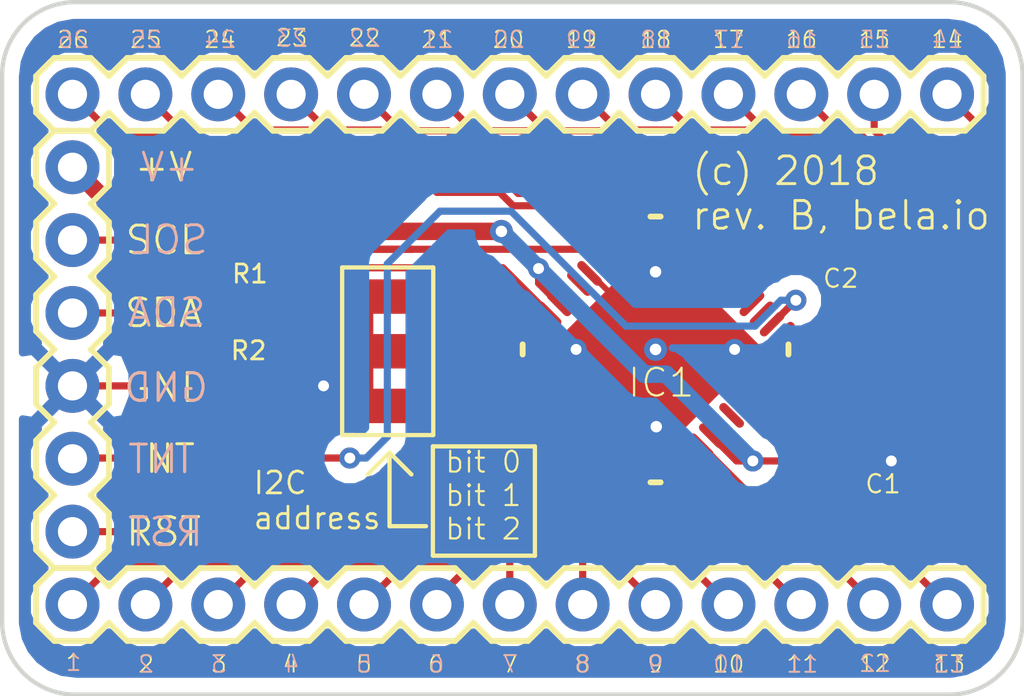
<source format=kicad_pcb>
(kicad_pcb (version 20171130) (host pcbnew "(5.0.0-3-g0214c9d)")

  (general
    (thickness 1.6)
    (drawings 87)
    (tracks 336)
    (zones 0)
    (modules 11)
    (nets 39)
  )

  (page A4)
  (layers
    (0 Top signal)
    (31 Bottom signal)
    (32 B.Adhes user)
    (33 F.Adhes user)
    (34 B.Paste user)
    (35 F.Paste user)
    (36 B.SilkS user)
    (37 F.SilkS user)
    (38 B.Mask user hide)
    (39 F.Mask user hide)
    (40 Dwgs.User user hide)
    (41 Cmts.User user hide)
    (42 Eco1.User user hide)
    (43 Eco2.User user hide)
    (44 Edge.Cuts user)
    (45 Margin user hide)
    (46 B.CrtYd user hide)
    (47 F.CrtYd user hide)
    (48 B.Fab user hide)
    (49 F.Fab user hide)
  )

  (setup
    (last_trace_width 0.25)
    (user_trace_width 0.6096)
    (trace_clearance 0.1778)
    (zone_clearance 0.508)
    (zone_45_only no)
    (trace_min 0.2)
    (segment_width 0.2)
    (edge_width 0.15)
    (via_size 0.8)
    (via_drill 0.4)
    (via_min_size 0.4)
    (via_min_drill 0.3)
    (uvia_size 0.3)
    (uvia_drill 0.1)
    (uvias_allowed no)
    (uvia_min_size 0.2)
    (uvia_min_drill 0.1)
    (pcb_text_width 0.3)
    (pcb_text_size 1.5 1.5)
    (mod_edge_width 0.15)
    (mod_text_size 1 1)
    (mod_text_width 0.15)
    (pad_size 1.524 1.524)
    (pad_drill 0.762)
    (pad_to_mask_clearance 0.2)
    (aux_axis_origin 0 0)
    (visible_elements FFFFFF7F)
    (pcbplotparams
      (layerselection 0x010fc_ffffffff)
      (usegerberextensions false)
      (usegerberattributes false)
      (usegerberadvancedattributes false)
      (creategerberjobfile false)
      (excludeedgelayer true)
      (linewidth 0.100000)
      (plotframeref false)
      (viasonmask false)
      (mode 1)
      (useauxorigin false)
      (hpglpennumber 1)
      (hpglpenspeed 20)
      (hpglpendiameter 15.000000)
      (psnegative false)
      (psa4output false)
      (plotreference true)
      (plotvalue true)
      (plotinvisibletext false)
      (padsonsilk false)
      (subtractmaskfromsilk false)
      (outputformat 1)
      (mirror false)
      (drillshape 1)
      (scaleselection 1)
      (outputdirectory ""))
  )

  (net 0 "")
  (net 1 GND)
  (net 2 VCC)
  (net 3 /I2C_SCL)
  (net 4 "Net-(IC1-Pad17)")
  (net 5 /I2C_SDA)
  (net 6 "Net-(IC1-Pad22)")
  (net 7 "Net-(IC1-Pad40)")
  (net 8 "Net-(IC1-Pad39)")
  (net 9 "Net-(IC1-Pad38)")
  (net 10 "Net-(IC1-Pad37)")
  (net 11 "Net-(IC1-Pad28)")
  (net 12 "Net-(IC1-Pad27)")
  (net 13 /XRES)
  (net 14 "Net-(IC1-Pad25)")
  (net 15 "Net-(IC1-Pad24)")
  (net 16 "Net-(IC1-Pad23)")
  (net 17 "Net-(IC1-Pad12)")
  (net 18 "Net-(IC1-Pad11)")
  (net 19 "Net-(IC1-Pad10)")
  (net 20 "Net-(IC1-Pad9)")
  (net 21 "Net-(C2-Pad1)")
  (net 22 "Net-(IC1-Pad46)")
  (net 23 "Net-(IC1-Pad45)")
  (net 24 "Net-(IC1-Pad44)")
  (net 25 "Net-(IC1-Pad36)")
  (net 26 "Net-(IC1-Pad35)")
  (net 27 "Net-(IC1-Pad34)")
  (net 28 "Net-(IC1-Pad33)")
  (net 29 "Net-(IC1-Pad32)")
  (net 30 "Net-(IC1-Pad31)")
  (net 31 "Net-(IC1-Pad30)")
  (net 32 "Net-(IC1-Pad29)")
  (net 33 "Net-(IC1-Pad16)")
  (net 34 "Net-(IC1-Pad13)")
  (net 35 "Net-(IC1-Pad8)")
  (net 36 "Net-(IC1-Pad7)")
  (net 37 "Net-(IC1-Pad6)")
  (net 38 /EVENT)

  (net_class Default "This is the default net class."
    (clearance 0.1778)
    (trace_width 0.25)
    (via_dia 0.8)
    (via_drill 0.4)
    (uvia_dia 0.3)
    (uvia_drill 0.1)
    (add_net /EVENT)
    (add_net /I2C_SCL)
    (add_net /I2C_SDA)
    (add_net /XRES)
    (add_net GND)
    (add_net "Net-(C2-Pad1)")
    (add_net "Net-(IC1-Pad10)")
    (add_net "Net-(IC1-Pad11)")
    (add_net "Net-(IC1-Pad12)")
    (add_net "Net-(IC1-Pad13)")
    (add_net "Net-(IC1-Pad16)")
    (add_net "Net-(IC1-Pad17)")
    (add_net "Net-(IC1-Pad22)")
    (add_net "Net-(IC1-Pad23)")
    (add_net "Net-(IC1-Pad24)")
    (add_net "Net-(IC1-Pad25)")
    (add_net "Net-(IC1-Pad27)")
    (add_net "Net-(IC1-Pad28)")
    (add_net "Net-(IC1-Pad29)")
    (add_net "Net-(IC1-Pad30)")
    (add_net "Net-(IC1-Pad31)")
    (add_net "Net-(IC1-Pad32)")
    (add_net "Net-(IC1-Pad33)")
    (add_net "Net-(IC1-Pad34)")
    (add_net "Net-(IC1-Pad35)")
    (add_net "Net-(IC1-Pad36)")
    (add_net "Net-(IC1-Pad37)")
    (add_net "Net-(IC1-Pad38)")
    (add_net "Net-(IC1-Pad39)")
    (add_net "Net-(IC1-Pad40)")
    (add_net "Net-(IC1-Pad44)")
    (add_net "Net-(IC1-Pad45)")
    (add_net "Net-(IC1-Pad46)")
    (add_net "Net-(IC1-Pad6)")
    (add_net "Net-(IC1-Pad7)")
    (add_net "Net-(IC1-Pad8)")
    (add_net "Net-(IC1-Pad9)")
    (add_net VCC)
  )

  (module cap-touch-breakout:C0603 (layer Top) (tedit 5C092A54) (tstamp 5C0A7C57)
    (at 159.346 109.0803 180)
    (descr <b>CAPACITOR</b>)
    (path /31C5C65F3A37D600)
    (fp_text reference C1 (at -2.833 -0.3048) (layer F.SilkS)
      (effects (font (size 0.635 0.635) (thickness 0.077216)) (justify right top))
    )
    (fp_text value C-USC0603 (at -0.635 1.905) (layer F.Fab)
      (effects (font (size 1.2065 1.2065) (thickness 0.09652)) (justify right top))
    )
    (fp_line (start -1.473 -0.983) (end 1.473 -0.983) (layer Dwgs.User) (width 0.0508))
    (fp_line (start 1.473 -0.983) (end 1.473 0.983) (layer Dwgs.User) (width 0.0508))
    (fp_line (start 1.473 0.983) (end -1.473 0.983) (layer Dwgs.User) (width 0.0508))
    (fp_line (start -1.473 0.983) (end -1.473 -0.983) (layer Dwgs.User) (width 0.0508))
    (fp_line (start -0.356 -0.432) (end 0.356 -0.432) (layer F.Fab) (width 0.1016))
    (fp_line (start -0.356 0.419) (end 0.356 0.419) (layer F.Fab) (width 0.1016))
    (fp_poly (pts (xy -0.8382 0.4699) (xy -0.3381 0.4699) (xy -0.3381 -0.4801) (xy -0.8382 -0.4801)) (layer F.Fab) (width 0))
    (fp_poly (pts (xy 0.3302 0.4699) (xy 0.8303 0.4699) (xy 0.8303 -0.4801) (xy 0.3302 -0.4801)) (layer F.Fab) (width 0))
    (fp_poly (pts (xy -0.1999 0.3) (xy 0.1999 0.3) (xy 0.1999 -0.3) (xy -0.1999 -0.3)) (layer F.Adhes) (width 0))
    (pad 1 smd rect (at -0.85 0 180) (size 1.1 1) (layers Top F.Paste F.Mask)
      (net 1 GND) (solder_mask_margin 0.1016))
    (pad 2 smd rect (at 0.85 0 180) (size 1.1 1) (layers Top F.Paste F.Mask)
      (net 2 VCC) (solder_mask_margin 0.1016))
  )

  (module cap-touch-breakout:1X13 (layer Top) (tedit 0) (tstamp 5C07E45F)
    (at 163.7411 96.1771 180)
    (path /9E0F7BB248CD7B62)
    (fp_text reference JP3 (at -1.3462 -1.8288 180) (layer F.SilkS) hide
      (effects (font (size 1.2065 1.2065) (thickness 0.127)) (justify right top))
    )
    (fp_text value M13 (at -1.27 3.175) (layer F.Fab)
      (effects (font (size 1.2065 1.2065) (thickness 0.09652)) (justify right top))
    )
    (fp_line (start 14.605 -1.27) (end 15.875 -1.27) (layer F.SilkS) (width 0.2032))
    (fp_line (start 15.875 -1.27) (end 16.51 -0.635) (layer F.SilkS) (width 0.2032))
    (fp_line (start 16.51 0.635) (end 15.875 1.27) (layer F.SilkS) (width 0.2032))
    (fp_line (start 11.43 -0.635) (end 12.065 -1.27) (layer F.SilkS) (width 0.2032))
    (fp_line (start 12.065 -1.27) (end 13.335 -1.27) (layer F.SilkS) (width 0.2032))
    (fp_line (start 13.335 -1.27) (end 13.97 -0.635) (layer F.SilkS) (width 0.2032))
    (fp_line (start 13.97 0.635) (end 13.335 1.27) (layer F.SilkS) (width 0.2032))
    (fp_line (start 13.335 1.27) (end 12.065 1.27) (layer F.SilkS) (width 0.2032))
    (fp_line (start 12.065 1.27) (end 11.43 0.635) (layer F.SilkS) (width 0.2032))
    (fp_line (start 14.605 -1.27) (end 13.97 -0.635) (layer F.SilkS) (width 0.2032))
    (fp_line (start 13.97 0.635) (end 14.605 1.27) (layer F.SilkS) (width 0.2032))
    (fp_line (start 15.875 1.27) (end 14.605 1.27) (layer F.SilkS) (width 0.2032))
    (fp_line (start 6.985 -1.27) (end 8.255 -1.27) (layer F.SilkS) (width 0.2032))
    (fp_line (start 8.255 -1.27) (end 8.89 -0.635) (layer F.SilkS) (width 0.2032))
    (fp_line (start 8.89 0.635) (end 8.255 1.27) (layer F.SilkS) (width 0.2032))
    (fp_line (start 8.89 -0.635) (end 9.525 -1.27) (layer F.SilkS) (width 0.2032))
    (fp_line (start 9.525 -1.27) (end 10.795 -1.27) (layer F.SilkS) (width 0.2032))
    (fp_line (start 10.795 -1.27) (end 11.43 -0.635) (layer F.SilkS) (width 0.2032))
    (fp_line (start 11.43 0.635) (end 10.795 1.27) (layer F.SilkS) (width 0.2032))
    (fp_line (start 10.795 1.27) (end 9.525 1.27) (layer F.SilkS) (width 0.2032))
    (fp_line (start 9.525 1.27) (end 8.89 0.635) (layer F.SilkS) (width 0.2032))
    (fp_line (start 3.81 -0.635) (end 4.445 -1.27) (layer F.SilkS) (width 0.2032))
    (fp_line (start 4.445 -1.27) (end 5.715 -1.27) (layer F.SilkS) (width 0.2032))
    (fp_line (start 5.715 -1.27) (end 6.35 -0.635) (layer F.SilkS) (width 0.2032))
    (fp_line (start 6.35 0.635) (end 5.715 1.27) (layer F.SilkS) (width 0.2032))
    (fp_line (start 5.715 1.27) (end 4.445 1.27) (layer F.SilkS) (width 0.2032))
    (fp_line (start 4.445 1.27) (end 3.81 0.635) (layer F.SilkS) (width 0.2032))
    (fp_line (start 6.985 -1.27) (end 6.35 -0.635) (layer F.SilkS) (width 0.2032))
    (fp_line (start 6.35 0.635) (end 6.985 1.27) (layer F.SilkS) (width 0.2032))
    (fp_line (start 8.255 1.27) (end 6.985 1.27) (layer F.SilkS) (width 0.2032))
    (fp_line (start -0.635 -1.27) (end 0.635 -1.27) (layer F.SilkS) (width 0.2032))
    (fp_line (start 0.635 -1.27) (end 1.27 -0.635) (layer F.SilkS) (width 0.2032))
    (fp_line (start 1.27 0.635) (end 0.635 1.27) (layer F.SilkS) (width 0.2032))
    (fp_line (start 1.27 -0.635) (end 1.905 -1.27) (layer F.SilkS) (width 0.2032))
    (fp_line (start 1.905 -1.27) (end 3.175 -1.27) (layer F.SilkS) (width 0.2032))
    (fp_line (start 3.175 -1.27) (end 3.81 -0.635) (layer F.SilkS) (width 0.2032))
    (fp_line (start 3.81 0.635) (end 3.175 1.27) (layer F.SilkS) (width 0.2032))
    (fp_line (start 3.175 1.27) (end 1.905 1.27) (layer F.SilkS) (width 0.2032))
    (fp_line (start 1.905 1.27) (end 1.27 0.635) (layer F.SilkS) (width 0.2032))
    (fp_line (start -1.27 -0.635) (end -1.27 0.635) (layer F.SilkS) (width 0.2032))
    (fp_line (start -0.635 -1.27) (end -1.27 -0.635) (layer F.SilkS) (width 0.2032))
    (fp_line (start -1.27 0.635) (end -0.635 1.27) (layer F.SilkS) (width 0.2032))
    (fp_line (start 0.635 1.27) (end -0.635 1.27) (layer F.SilkS) (width 0.2032))
    (fp_line (start 29.21 -0.635) (end 29.845 -1.27) (layer F.SilkS) (width 0.2032))
    (fp_line (start 29.845 -1.27) (end 31.115 -1.27) (layer F.SilkS) (width 0.2032))
    (fp_line (start 31.115 -1.27) (end 31.75 -0.635) (layer F.SilkS) (width 0.2032))
    (fp_line (start 31.75 0.635) (end 31.115 1.27) (layer F.SilkS) (width 0.2032))
    (fp_line (start 31.115 1.27) (end 29.845 1.27) (layer F.SilkS) (width 0.2032))
    (fp_line (start 29.845 1.27) (end 29.21 0.635) (layer F.SilkS) (width 0.2032))
    (fp_line (start 31.75 0.635) (end 31.75 -0.635) (layer F.SilkS) (width 0.2032))
    (fp_line (start 24.765 -1.27) (end 26.035 -1.27) (layer F.SilkS) (width 0.2032))
    (fp_line (start 26.035 -1.27) (end 26.67 -0.635) (layer F.SilkS) (width 0.2032))
    (fp_line (start 26.67 0.635) (end 26.035 1.27) (layer F.SilkS) (width 0.2032))
    (fp_line (start 26.67 -0.635) (end 27.305 -1.27) (layer F.SilkS) (width 0.2032))
    (fp_line (start 27.305 -1.27) (end 28.575 -1.27) (layer F.SilkS) (width 0.2032))
    (fp_line (start 28.575 -1.27) (end 29.21 -0.635) (layer F.SilkS) (width 0.2032))
    (fp_line (start 29.21 0.635) (end 28.575 1.27) (layer F.SilkS) (width 0.2032))
    (fp_line (start 28.575 1.27) (end 27.305 1.27) (layer F.SilkS) (width 0.2032))
    (fp_line (start 27.305 1.27) (end 26.67 0.635) (layer F.SilkS) (width 0.2032))
    (fp_line (start 21.59 -0.635) (end 22.225 -1.27) (layer F.SilkS) (width 0.2032))
    (fp_line (start 22.225 -1.27) (end 23.495 -1.27) (layer F.SilkS) (width 0.2032))
    (fp_line (start 23.495 -1.27) (end 24.13 -0.635) (layer F.SilkS) (width 0.2032))
    (fp_line (start 24.13 0.635) (end 23.495 1.27) (layer F.SilkS) (width 0.2032))
    (fp_line (start 23.495 1.27) (end 22.225 1.27) (layer F.SilkS) (width 0.2032))
    (fp_line (start 22.225 1.27) (end 21.59 0.635) (layer F.SilkS) (width 0.2032))
    (fp_line (start 24.765 -1.27) (end 24.13 -0.635) (layer F.SilkS) (width 0.2032))
    (fp_line (start 24.13 0.635) (end 24.765 1.27) (layer F.SilkS) (width 0.2032))
    (fp_line (start 26.035 1.27) (end 24.765 1.27) (layer F.SilkS) (width 0.2032))
    (fp_line (start 17.145 -1.27) (end 18.415 -1.27) (layer F.SilkS) (width 0.2032))
    (fp_line (start 18.415 -1.27) (end 19.05 -0.635) (layer F.SilkS) (width 0.2032))
    (fp_line (start 19.05 0.635) (end 18.415 1.27) (layer F.SilkS) (width 0.2032))
    (fp_line (start 19.05 -0.635) (end 19.685 -1.27) (layer F.SilkS) (width 0.2032))
    (fp_line (start 19.685 -1.27) (end 20.955 -1.27) (layer F.SilkS) (width 0.2032))
    (fp_line (start 20.955 -1.27) (end 21.59 -0.635) (layer F.SilkS) (width 0.2032))
    (fp_line (start 21.59 0.635) (end 20.955 1.27) (layer F.SilkS) (width 0.2032))
    (fp_line (start 20.955 1.27) (end 19.685 1.27) (layer F.SilkS) (width 0.2032))
    (fp_line (start 19.685 1.27) (end 19.05 0.635) (layer F.SilkS) (width 0.2032))
    (fp_line (start 17.145 -1.27) (end 16.51 -0.635) (layer F.SilkS) (width 0.2032))
    (fp_line (start 16.51 0.635) (end 17.145 1.27) (layer F.SilkS) (width 0.2032))
    (fp_line (start 18.415 1.27) (end 17.145 1.27) (layer F.SilkS) (width 0.2032))
    (fp_poly (pts (xy 14.986 0.254) (xy 15.494 0.254) (xy 15.494 -0.254) (xy 14.986 -0.254)) (layer F.Fab) (width 0))
    (fp_poly (pts (xy 12.446 0.254) (xy 12.954 0.254) (xy 12.954 -0.254) (xy 12.446 -0.254)) (layer F.Fab) (width 0))
    (fp_poly (pts (xy 9.906 0.254) (xy 10.414 0.254) (xy 10.414 -0.254) (xy 9.906 -0.254)) (layer F.Fab) (width 0))
    (fp_poly (pts (xy 7.366 0.254) (xy 7.874 0.254) (xy 7.874 -0.254) (xy 7.366 -0.254)) (layer F.Fab) (width 0))
    (fp_poly (pts (xy 4.826 0.254) (xy 5.334 0.254) (xy 5.334 -0.254) (xy 4.826 -0.254)) (layer F.Fab) (width 0))
    (fp_poly (pts (xy 2.286 0.254) (xy 2.794 0.254) (xy 2.794 -0.254) (xy 2.286 -0.254)) (layer F.Fab) (width 0))
    (fp_poly (pts (xy -0.254 0.254) (xy 0.254 0.254) (xy 0.254 -0.254) (xy -0.254 -0.254)) (layer F.Fab) (width 0))
    (fp_poly (pts (xy 30.226 0.254) (xy 30.734 0.254) (xy 30.734 -0.254) (xy 30.226 -0.254)) (layer F.Fab) (width 0))
    (fp_poly (pts (xy 27.686 0.254) (xy 28.194 0.254) (xy 28.194 -0.254) (xy 27.686 -0.254)) (layer F.Fab) (width 0))
    (fp_poly (pts (xy 25.146 0.254) (xy 25.654 0.254) (xy 25.654 -0.254) (xy 25.146 -0.254)) (layer F.Fab) (width 0))
    (fp_poly (pts (xy 22.606 0.254) (xy 23.114 0.254) (xy 23.114 -0.254) (xy 22.606 -0.254)) (layer F.Fab) (width 0))
    (fp_poly (pts (xy 20.066 0.254) (xy 20.574 0.254) (xy 20.574 -0.254) (xy 20.066 -0.254)) (layer F.Fab) (width 0))
    (fp_poly (pts (xy 17.526 0.254) (xy 18.034 0.254) (xy 18.034 -0.254) (xy 17.526 -0.254)) (layer F.Fab) (width 0))
    (pad 1 thru_hole circle (at 0 0 270) (size 1.8796 1.8796) (drill 1.016) (layers *.Cu *.Mask)
      (net 7 "Net-(IC1-Pad40)") (solder_mask_margin 0.1016))
    (pad 2 thru_hole circle (at 2.54 0 270) (size 1.8796 1.8796) (drill 1.016) (layers *.Cu *.Mask)
      (net 24 "Net-(IC1-Pad44)") (solder_mask_margin 0.1016))
    (pad 3 thru_hole circle (at 5.08 0 270) (size 1.8796 1.8796) (drill 1.016) (layers *.Cu *.Mask)
      (net 23 "Net-(IC1-Pad45)") (solder_mask_margin 0.1016))
    (pad 4 thru_hole circle (at 7.62 0 270) (size 1.8796 1.8796) (drill 1.016) (layers *.Cu *.Mask)
      (net 22 "Net-(IC1-Pad46)") (solder_mask_margin 0.1016))
    (pad 5 thru_hole circle (at 10.16 0 270) (size 1.8796 1.8796) (drill 1.016) (layers *.Cu *.Mask)
      (net 37 "Net-(IC1-Pad6)") (solder_mask_margin 0.1016))
    (pad 6 thru_hole circle (at 12.7 0 270) (size 1.8796 1.8796) (drill 1.016) (layers *.Cu *.Mask)
      (net 36 "Net-(IC1-Pad7)") (solder_mask_margin 0.1016))
    (pad 7 thru_hole circle (at 15.24 0 270) (size 1.8796 1.8796) (drill 1.016) (layers *.Cu *.Mask)
      (net 35 "Net-(IC1-Pad8)") (solder_mask_margin 0.1016))
    (pad 8 thru_hole circle (at 17.78 0 270) (size 1.8796 1.8796) (drill 1.016) (layers *.Cu *.Mask)
      (net 20 "Net-(IC1-Pad9)") (solder_mask_margin 0.1016))
    (pad 9 thru_hole circle (at 20.32 0 270) (size 1.8796 1.8796) (drill 1.016) (layers *.Cu *.Mask)
      (net 19 "Net-(IC1-Pad10)") (solder_mask_margin 0.1016))
    (pad 10 thru_hole circle (at 22.86 0 270) (size 1.8796 1.8796) (drill 1.016) (layers *.Cu *.Mask)
      (net 18 "Net-(IC1-Pad11)") (solder_mask_margin 0.1016))
    (pad 11 thru_hole circle (at 25.4 0 270) (size 1.8796 1.8796) (drill 1.016) (layers *.Cu *.Mask)
      (net 17 "Net-(IC1-Pad12)") (solder_mask_margin 0.1016))
    (pad 12 thru_hole circle (at 27.94 0 270) (size 1.8796 1.8796) (drill 1.016) (layers *.Cu *.Mask)
      (net 34 "Net-(IC1-Pad13)") (solder_mask_margin 0.1016))
    (pad 13 thru_hole circle (at 30.48 0 270) (size 1.8796 1.8796) (drill 1.016) (layers *.Cu *.Mask)
      (net 33 "Net-(IC1-Pad16)") (solder_mask_margin 0.1016))
  )

  (module cap-touch-breakout:C0603 (layer Top) (tedit 5C0929E6) (tstamp 5C0909B5)
    (at 160.0708 104.6099 270)
    (descr <b>CAPACITOR</b>)
    (path /8BD603187B1234C5)
    (fp_text reference C2 (at -2.3876 -0.635) (layer F.SilkS)
      (effects (font (size 0.635 0.635) (thickness 0.077216)) (justify right top))
    )
    (fp_text value C-USC0603 (at -0.635 1.905 90) (layer F.Fab)
      (effects (font (size 1.2065 1.2065) (thickness 0.09652)) (justify right top))
    )
    (fp_line (start -1.473 -0.983) (end 1.473 -0.983) (layer Dwgs.User) (width 0.0508))
    (fp_line (start 1.473 -0.983) (end 1.473 0.983) (layer Dwgs.User) (width 0.0508))
    (fp_line (start 1.473 0.983) (end -1.473 0.983) (layer Dwgs.User) (width 0.0508))
    (fp_line (start -1.473 0.983) (end -1.473 -0.983) (layer Dwgs.User) (width 0.0508))
    (fp_line (start -0.356 -0.432) (end 0.356 -0.432) (layer F.Fab) (width 0.1016))
    (fp_line (start -0.356 0.419) (end 0.356 0.419) (layer F.Fab) (width 0.1016))
    (fp_poly (pts (xy -0.8382 0.4699) (xy -0.3381 0.4699) (xy -0.3381 -0.4801) (xy -0.8382 -0.4801)) (layer F.Fab) (width 0))
    (fp_poly (pts (xy 0.3302 0.4699) (xy 0.8303 0.4699) (xy 0.8303 -0.4801) (xy 0.3302 -0.4801)) (layer F.Fab) (width 0))
    (fp_poly (pts (xy -0.1999 0.3) (xy 0.1999 0.3) (xy 0.1999 -0.3) (xy -0.1999 -0.3)) (layer F.Adhes) (width 0))
    (pad 1 smd rect (at -0.85 0 270) (size 1.1 1) (layers Top F.Paste F.Mask)
      (net 21 "Net-(C2-Pad1)") (solder_mask_margin 0.1016))
    (pad 2 smd rect (at 0.85 0 270) (size 1.1 1) (layers Top F.Paste F.Mask)
      (net 1 GND) (solder_mask_margin 0.1016))
  )

  (module cap-touch-breakout:1X13 (layer Top) (tedit 0) (tstamp 5C07E4CC)
    (at 133.2611 113.9571)
    (path /E4B5C9E224D01FBA)
    (fp_text reference JP4 (at -1.3462 -1.8288) (layer F.SilkS) hide
      (effects (font (size 1.2065 1.2065) (thickness 0.127)) (justify left bottom))
    )
    (fp_text value M13 (at -1.27 3.175) (layer F.Fab)
      (effects (font (size 1.2065 1.2065) (thickness 0.09652)) (justify left bottom))
    )
    (fp_line (start 14.605 -1.27) (end 15.875 -1.27) (layer F.SilkS) (width 0.2032))
    (fp_line (start 15.875 -1.27) (end 16.51 -0.635) (layer F.SilkS) (width 0.2032))
    (fp_line (start 16.51 0.635) (end 15.875 1.27) (layer F.SilkS) (width 0.2032))
    (fp_line (start 11.43 -0.635) (end 12.065 -1.27) (layer F.SilkS) (width 0.2032))
    (fp_line (start 12.065 -1.27) (end 13.335 -1.27) (layer F.SilkS) (width 0.2032))
    (fp_line (start 13.335 -1.27) (end 13.97 -0.635) (layer F.SilkS) (width 0.2032))
    (fp_line (start 13.97 0.635) (end 13.335 1.27) (layer F.SilkS) (width 0.2032))
    (fp_line (start 13.335 1.27) (end 12.065 1.27) (layer F.SilkS) (width 0.2032))
    (fp_line (start 12.065 1.27) (end 11.43 0.635) (layer F.SilkS) (width 0.2032))
    (fp_line (start 14.605 -1.27) (end 13.97 -0.635) (layer F.SilkS) (width 0.2032))
    (fp_line (start 13.97 0.635) (end 14.605 1.27) (layer F.SilkS) (width 0.2032))
    (fp_line (start 15.875 1.27) (end 14.605 1.27) (layer F.SilkS) (width 0.2032))
    (fp_line (start 6.985 -1.27) (end 8.255 -1.27) (layer F.SilkS) (width 0.2032))
    (fp_line (start 8.255 -1.27) (end 8.89 -0.635) (layer F.SilkS) (width 0.2032))
    (fp_line (start 8.89 0.635) (end 8.255 1.27) (layer F.SilkS) (width 0.2032))
    (fp_line (start 8.89 -0.635) (end 9.525 -1.27) (layer F.SilkS) (width 0.2032))
    (fp_line (start 9.525 -1.27) (end 10.795 -1.27) (layer F.SilkS) (width 0.2032))
    (fp_line (start 10.795 -1.27) (end 11.43 -0.635) (layer F.SilkS) (width 0.2032))
    (fp_line (start 11.43 0.635) (end 10.795 1.27) (layer F.SilkS) (width 0.2032))
    (fp_line (start 10.795 1.27) (end 9.525 1.27) (layer F.SilkS) (width 0.2032))
    (fp_line (start 9.525 1.27) (end 8.89 0.635) (layer F.SilkS) (width 0.2032))
    (fp_line (start 3.81 -0.635) (end 4.445 -1.27) (layer F.SilkS) (width 0.2032))
    (fp_line (start 4.445 -1.27) (end 5.715 -1.27) (layer F.SilkS) (width 0.2032))
    (fp_line (start 5.715 -1.27) (end 6.35 -0.635) (layer F.SilkS) (width 0.2032))
    (fp_line (start 6.35 0.635) (end 5.715 1.27) (layer F.SilkS) (width 0.2032))
    (fp_line (start 5.715 1.27) (end 4.445 1.27) (layer F.SilkS) (width 0.2032))
    (fp_line (start 4.445 1.27) (end 3.81 0.635) (layer F.SilkS) (width 0.2032))
    (fp_line (start 6.985 -1.27) (end 6.35 -0.635) (layer F.SilkS) (width 0.2032))
    (fp_line (start 6.35 0.635) (end 6.985 1.27) (layer F.SilkS) (width 0.2032))
    (fp_line (start 8.255 1.27) (end 6.985 1.27) (layer F.SilkS) (width 0.2032))
    (fp_line (start -0.635 -1.27) (end 0.635 -1.27) (layer F.SilkS) (width 0.2032))
    (fp_line (start 0.635 -1.27) (end 1.27 -0.635) (layer F.SilkS) (width 0.2032))
    (fp_line (start 1.27 0.635) (end 0.635 1.27) (layer F.SilkS) (width 0.2032))
    (fp_line (start 1.27 -0.635) (end 1.905 -1.27) (layer F.SilkS) (width 0.2032))
    (fp_line (start 1.905 -1.27) (end 3.175 -1.27) (layer F.SilkS) (width 0.2032))
    (fp_line (start 3.175 -1.27) (end 3.81 -0.635) (layer F.SilkS) (width 0.2032))
    (fp_line (start 3.81 0.635) (end 3.175 1.27) (layer F.SilkS) (width 0.2032))
    (fp_line (start 3.175 1.27) (end 1.905 1.27) (layer F.SilkS) (width 0.2032))
    (fp_line (start 1.905 1.27) (end 1.27 0.635) (layer F.SilkS) (width 0.2032))
    (fp_line (start -1.27 -0.635) (end -1.27 0.635) (layer F.SilkS) (width 0.2032))
    (fp_line (start -0.635 -1.27) (end -1.27 -0.635) (layer F.SilkS) (width 0.2032))
    (fp_line (start -1.27 0.635) (end -0.635 1.27) (layer F.SilkS) (width 0.2032))
    (fp_line (start 0.635 1.27) (end -0.635 1.27) (layer F.SilkS) (width 0.2032))
    (fp_line (start 29.21 -0.635) (end 29.845 -1.27) (layer F.SilkS) (width 0.2032))
    (fp_line (start 29.845 -1.27) (end 31.115 -1.27) (layer F.SilkS) (width 0.2032))
    (fp_line (start 31.115 -1.27) (end 31.75 -0.635) (layer F.SilkS) (width 0.2032))
    (fp_line (start 31.75 0.635) (end 31.115 1.27) (layer F.SilkS) (width 0.2032))
    (fp_line (start 31.115 1.27) (end 29.845 1.27) (layer F.SilkS) (width 0.2032))
    (fp_line (start 29.845 1.27) (end 29.21 0.635) (layer F.SilkS) (width 0.2032))
    (fp_line (start 31.75 0.635) (end 31.75 -0.635) (layer F.SilkS) (width 0.2032))
    (fp_line (start 24.765 -1.27) (end 26.035 -1.27) (layer F.SilkS) (width 0.2032))
    (fp_line (start 26.035 -1.27) (end 26.67 -0.635) (layer F.SilkS) (width 0.2032))
    (fp_line (start 26.67 0.635) (end 26.035 1.27) (layer F.SilkS) (width 0.2032))
    (fp_line (start 26.67 -0.635) (end 27.305 -1.27) (layer F.SilkS) (width 0.2032))
    (fp_line (start 27.305 -1.27) (end 28.575 -1.27) (layer F.SilkS) (width 0.2032))
    (fp_line (start 28.575 -1.27) (end 29.21 -0.635) (layer F.SilkS) (width 0.2032))
    (fp_line (start 29.21 0.635) (end 28.575 1.27) (layer F.SilkS) (width 0.2032))
    (fp_line (start 28.575 1.27) (end 27.305 1.27) (layer F.SilkS) (width 0.2032))
    (fp_line (start 27.305 1.27) (end 26.67 0.635) (layer F.SilkS) (width 0.2032))
    (fp_line (start 21.59 -0.635) (end 22.225 -1.27) (layer F.SilkS) (width 0.2032))
    (fp_line (start 22.225 -1.27) (end 23.495 -1.27) (layer F.SilkS) (width 0.2032))
    (fp_line (start 23.495 -1.27) (end 24.13 -0.635) (layer F.SilkS) (width 0.2032))
    (fp_line (start 24.13 0.635) (end 23.495 1.27) (layer F.SilkS) (width 0.2032))
    (fp_line (start 23.495 1.27) (end 22.225 1.27) (layer F.SilkS) (width 0.2032))
    (fp_line (start 22.225 1.27) (end 21.59 0.635) (layer F.SilkS) (width 0.2032))
    (fp_line (start 24.765 -1.27) (end 24.13 -0.635) (layer F.SilkS) (width 0.2032))
    (fp_line (start 24.13 0.635) (end 24.765 1.27) (layer F.SilkS) (width 0.2032))
    (fp_line (start 26.035 1.27) (end 24.765 1.27) (layer F.SilkS) (width 0.2032))
    (fp_line (start 17.145 -1.27) (end 18.415 -1.27) (layer F.SilkS) (width 0.2032))
    (fp_line (start 18.415 -1.27) (end 19.05 -0.635) (layer F.SilkS) (width 0.2032))
    (fp_line (start 19.05 0.635) (end 18.415 1.27) (layer F.SilkS) (width 0.2032))
    (fp_line (start 19.05 -0.635) (end 19.685 -1.27) (layer F.SilkS) (width 0.2032))
    (fp_line (start 19.685 -1.27) (end 20.955 -1.27) (layer F.SilkS) (width 0.2032))
    (fp_line (start 20.955 -1.27) (end 21.59 -0.635) (layer F.SilkS) (width 0.2032))
    (fp_line (start 21.59 0.635) (end 20.955 1.27) (layer F.SilkS) (width 0.2032))
    (fp_line (start 20.955 1.27) (end 19.685 1.27) (layer F.SilkS) (width 0.2032))
    (fp_line (start 19.685 1.27) (end 19.05 0.635) (layer F.SilkS) (width 0.2032))
    (fp_line (start 17.145 -1.27) (end 16.51 -0.635) (layer F.SilkS) (width 0.2032))
    (fp_line (start 16.51 0.635) (end 17.145 1.27) (layer F.SilkS) (width 0.2032))
    (fp_line (start 18.415 1.27) (end 17.145 1.27) (layer F.SilkS) (width 0.2032))
    (fp_poly (pts (xy 14.986 0.254) (xy 15.494 0.254) (xy 15.494 -0.254) (xy 14.986 -0.254)) (layer F.Fab) (width 0))
    (fp_poly (pts (xy 12.446 0.254) (xy 12.954 0.254) (xy 12.954 -0.254) (xy 12.446 -0.254)) (layer F.Fab) (width 0))
    (fp_poly (pts (xy 9.906 0.254) (xy 10.414 0.254) (xy 10.414 -0.254) (xy 9.906 -0.254)) (layer F.Fab) (width 0))
    (fp_poly (pts (xy 7.366 0.254) (xy 7.874 0.254) (xy 7.874 -0.254) (xy 7.366 -0.254)) (layer F.Fab) (width 0))
    (fp_poly (pts (xy 4.826 0.254) (xy 5.334 0.254) (xy 5.334 -0.254) (xy 4.826 -0.254)) (layer F.Fab) (width 0))
    (fp_poly (pts (xy 2.286 0.254) (xy 2.794 0.254) (xy 2.794 -0.254) (xy 2.286 -0.254)) (layer F.Fab) (width 0))
    (fp_poly (pts (xy -0.254 0.254) (xy 0.254 0.254) (xy 0.254 -0.254) (xy -0.254 -0.254)) (layer F.Fab) (width 0))
    (fp_poly (pts (xy 30.226 0.254) (xy 30.734 0.254) (xy 30.734 -0.254) (xy 30.226 -0.254)) (layer F.Fab) (width 0))
    (fp_poly (pts (xy 27.686 0.254) (xy 28.194 0.254) (xy 28.194 -0.254) (xy 27.686 -0.254)) (layer F.Fab) (width 0))
    (fp_poly (pts (xy 25.146 0.254) (xy 25.654 0.254) (xy 25.654 -0.254) (xy 25.146 -0.254)) (layer F.Fab) (width 0))
    (fp_poly (pts (xy 22.606 0.254) (xy 23.114 0.254) (xy 23.114 -0.254) (xy 22.606 -0.254)) (layer F.Fab) (width 0))
    (fp_poly (pts (xy 20.066 0.254) (xy 20.574 0.254) (xy 20.574 -0.254) (xy 20.066 -0.254)) (layer F.Fab) (width 0))
    (fp_poly (pts (xy 17.526 0.254) (xy 18.034 0.254) (xy 18.034 -0.254) (xy 17.526 -0.254)) (layer F.Fab) (width 0))
    (pad 1 thru_hole circle (at 0 0 90) (size 1.8796 1.8796) (drill 1.016) (layers *.Cu *.Mask)
      (net 12 "Net-(IC1-Pad27)") (solder_mask_margin 0.1016))
    (pad 2 thru_hole circle (at 2.54 0 90) (size 1.8796 1.8796) (drill 1.016) (layers *.Cu *.Mask)
      (net 11 "Net-(IC1-Pad28)") (solder_mask_margin 0.1016))
    (pad 3 thru_hole circle (at 5.08 0 90) (size 1.8796 1.8796) (drill 1.016) (layers *.Cu *.Mask)
      (net 32 "Net-(IC1-Pad29)") (solder_mask_margin 0.1016))
    (pad 4 thru_hole circle (at 7.62 0 90) (size 1.8796 1.8796) (drill 1.016) (layers *.Cu *.Mask)
      (net 31 "Net-(IC1-Pad30)") (solder_mask_margin 0.1016))
    (pad 5 thru_hole circle (at 10.16 0 90) (size 1.8796 1.8796) (drill 1.016) (layers *.Cu *.Mask)
      (net 30 "Net-(IC1-Pad31)") (solder_mask_margin 0.1016))
    (pad 6 thru_hole circle (at 12.7 0 90) (size 1.8796 1.8796) (drill 1.016) (layers *.Cu *.Mask)
      (net 29 "Net-(IC1-Pad32)") (solder_mask_margin 0.1016))
    (pad 7 thru_hole circle (at 15.24 0 90) (size 1.8796 1.8796) (drill 1.016) (layers *.Cu *.Mask)
      (net 28 "Net-(IC1-Pad33)") (solder_mask_margin 0.1016))
    (pad 8 thru_hole circle (at 17.78 0 90) (size 1.8796 1.8796) (drill 1.016) (layers *.Cu *.Mask)
      (net 27 "Net-(IC1-Pad34)") (solder_mask_margin 0.1016))
    (pad 9 thru_hole circle (at 20.32 0 90) (size 1.8796 1.8796) (drill 1.016) (layers *.Cu *.Mask)
      (net 26 "Net-(IC1-Pad35)") (solder_mask_margin 0.1016))
    (pad 10 thru_hole circle (at 22.86 0 90) (size 1.8796 1.8796) (drill 1.016) (layers *.Cu *.Mask)
      (net 25 "Net-(IC1-Pad36)") (solder_mask_margin 0.1016))
    (pad 11 thru_hole circle (at 25.4 0 90) (size 1.8796 1.8796) (drill 1.016) (layers *.Cu *.Mask)
      (net 10 "Net-(IC1-Pad37)") (solder_mask_margin 0.1016))
    (pad 12 thru_hole circle (at 27.94 0 90) (size 1.8796 1.8796) (drill 1.016) (layers *.Cu *.Mask)
      (net 9 "Net-(IC1-Pad38)") (solder_mask_margin 0.1016))
    (pad 13 thru_hole circle (at 30.48 0 90) (size 1.8796 1.8796) (drill 1.016) (layers *.Cu *.Mask)
      (net 8 "Net-(IC1-Pad39)") (solder_mask_margin 0.1016))
  )

  (module cap-touch-breakout:R0603 (layer Top) (tedit 5C092982) (tstamp 5C0A7CAC)
    (at 139.446 101.2571 180)
    (descr <b>RESISTOR</b>)
    (path /469CAB24EC893FD4)
    (fp_text reference R1 (at 0.6858 -1.5494) (layer F.SilkS)
      (effects (font (size 0.635 0.635) (thickness 0.09652)) (justify left bottom))
    )
    (fp_text value R-EU_R0603 (at -0.635 1.905) (layer F.Fab)
      (effects (font (size 1.2065 1.2065) (thickness 0.09652)) (justify right top))
    )
    (fp_line (start -0.432 0.356) (end 0.432 0.356) (layer F.Fab) (width 0.1524))
    (fp_line (start 0.432 -0.356) (end -0.432 -0.356) (layer F.Fab) (width 0.1524))
    (fp_line (start -1.473 -0.983) (end 1.473 -0.983) (layer Dwgs.User) (width 0.0508))
    (fp_line (start 1.473 -0.983) (end 1.473 0.983) (layer Dwgs.User) (width 0.0508))
    (fp_line (start 1.473 0.983) (end -1.473 0.983) (layer Dwgs.User) (width 0.0508))
    (fp_line (start -1.473 0.983) (end -1.473 -0.983) (layer Dwgs.User) (width 0.0508))
    (fp_poly (pts (xy 0.4318 0.4318) (xy 0.8382 0.4318) (xy 0.8382 -0.4318) (xy 0.4318 -0.4318)) (layer F.Fab) (width 0))
    (fp_poly (pts (xy -0.8382 0.4318) (xy -0.4318 0.4318) (xy -0.4318 -0.4318) (xy -0.8382 -0.4318)) (layer F.Fab) (width 0))
    (fp_poly (pts (xy -0.1999 0.4001) (xy 0.1999 0.4001) (xy 0.1999 -0.4001) (xy -0.1999 -0.4001)) (layer F.Adhes) (width 0))
    (pad 1 smd rect (at -0.85 0 180) (size 1 1.1) (layers Top F.Paste F.Mask)
      (net 4 "Net-(IC1-Pad17)") (solder_mask_margin 0.1016))
    (pad 2 smd rect (at 0.85 0 180) (size 1 1.1) (layers Top F.Paste F.Mask)
      (net 3 /I2C_SCL) (solder_mask_margin 0.1016))
  )

  (module cap-touch-breakout:R0603 (layer Top) (tedit 5C092987) (tstamp 5C0906F4)
    (at 139.446 103.7971 180)
    (descr <b>RESISTOR</b>)
    (path /8943FDCC711A3F32)
    (fp_text reference R2 (at -0.635 -0.9398) (layer F.SilkS)
      (effects (font (size 0.635 0.635) (thickness 0.09652)) (justify right top))
    )
    (fp_text value R-EU_R0603 (at -0.635 1.905) (layer F.Fab)
      (effects (font (size 1.2065 1.2065) (thickness 0.09652)) (justify right top))
    )
    (fp_line (start -0.432 0.356) (end 0.432 0.356) (layer F.Fab) (width 0.1524))
    (fp_line (start 0.432 -0.356) (end -0.432 -0.356) (layer F.Fab) (width 0.1524))
    (fp_line (start -1.473 -0.983) (end 1.473 -0.983) (layer Dwgs.User) (width 0.0508))
    (fp_line (start 1.473 -0.983) (end 1.473 0.983) (layer Dwgs.User) (width 0.0508))
    (fp_line (start 1.473 0.983) (end -1.473 0.983) (layer Dwgs.User) (width 0.0508))
    (fp_line (start -1.473 0.983) (end -1.473 -0.983) (layer Dwgs.User) (width 0.0508))
    (fp_poly (pts (xy 0.4318 0.4318) (xy 0.8382 0.4318) (xy 0.8382 -0.4318) (xy 0.4318 -0.4318)) (layer F.Fab) (width 0))
    (fp_poly (pts (xy -0.8382 0.4318) (xy -0.4318 0.4318) (xy -0.4318 -0.4318) (xy -0.8382 -0.4318)) (layer F.Fab) (width 0))
    (fp_poly (pts (xy -0.1999 0.4001) (xy 0.1999 0.4001) (xy 0.1999 -0.4001) (xy -0.1999 -0.4001)) (layer F.Adhes) (width 0))
    (pad 1 smd rect (at -0.85 0 180) (size 1 1.1) (layers Top F.Paste F.Mask)
      (net 6 "Net-(IC1-Pad22)") (solder_mask_margin 0.1016))
    (pad 2 smd rect (at 0.85 0 180) (size 1 1.1) (layers Top F.Paste F.Mask)
      (net 5 /I2C_SDA) (solder_mask_margin 0.1016))
  )

  (module cap-touch-breakout:QFN48-LEADS (layer Top) (tedit 0) (tstamp 5C0907DF)
    (at 153.5811 105.0671 225)
    (path /40716F7D70C115B1)
    (fp_text reference IC1 (at 1.948716 -0.493914) (layer F.SilkS)
      (effects (font (size 0.9652 0.9652) (thickness 0.077216)) (justify left bottom))
    )
    (fp_text value CY8C206X6A (at -3.5 5.75 225) (layer F.Fab)
      (effects (font (size 1.2065 1.2065) (thickness 0.09652)) (justify left bottom))
    )
    (fp_line (start -3.4 -3.149999) (end -3.149999 -3.4) (layer F.SilkS) (width 0.2032))
    (fp_line (start -3.149999 -3.4) (end 3.149999 -3.4) (layer F.Fab) (width 0.2032))
    (fp_line (start 3.149999 -3.4) (end 3.4 -3.149999) (layer F.SilkS) (width 0.2032))
    (fp_line (start 3.4 -3.149999) (end 3.4 3.149999) (layer F.Fab) (width 0.2032))
    (fp_line (start 3.4 3.149999) (end 3.149999 3.4) (layer F.SilkS) (width 0.2032))
    (fp_line (start 3.149999 3.4) (end -3.149999 3.4) (layer F.Fab) (width 0.2032))
    (fp_line (start -3.149999 3.4) (end -3.4 3.149999) (layer F.SilkS) (width 0.2032))
    (fp_line (start -3.4 3.149999) (end -3.4 -3.149999) (layer F.Fab) (width 0.2032))
    (fp_line (start -3.1 -2.75) (end -3.9 -2.75) (layer F.Mask) (width 0.4))
    (fp_line (start -3.1 -2.75) (end -3.325 -2.75) (layer F.Fab) (width 0.23))
    (fp_line (start -3.1 -2.75) (end -3.9 -2.75) (layer F.Paste) (width 0.25))
    (fp_line (start -3.1 -2.25) (end -3.9 -2.25) (layer F.Mask) (width 0.4))
    (fp_line (start -3.1 -2.25) (end -3.325 -2.25) (layer F.Fab) (width 0.23))
    (fp_line (start -3.1 -2.25) (end -3.9 -2.25) (layer F.Paste) (width 0.25))
    (fp_line (start -3.1 -1.75) (end -3.9 -1.749999) (layer F.Mask) (width 0.4))
    (fp_line (start -3.1 -1.75) (end -3.325 -1.75) (layer F.Fab) (width 0.23))
    (fp_line (start -3.1 -1.75) (end -3.9 -1.749999) (layer F.Paste) (width 0.25))
    (fp_line (start -3.1 -1.249999) (end -3.9 -1.25) (layer F.Mask) (width 0.4))
    (fp_line (start -3.1 -1.249999) (end -3.325001 -1.25) (layer F.Fab) (width 0.23))
    (fp_line (start -3.1 -1.249999) (end -3.9 -1.25) (layer F.Paste) (width 0.25))
    (fp_line (start -3.1 -0.75) (end -3.9 -0.750001) (layer F.Mask) (width 0.4))
    (fp_line (start -3.1 -0.75) (end -3.325 -0.75) (layer F.Fab) (width 0.23))
    (fp_line (start -3.1 -0.75) (end -3.9 -0.750001) (layer F.Paste) (width 0.25))
    (fp_line (start -3.1 -0.25) (end -3.9 -0.25) (layer F.Mask) (width 0.4))
    (fp_line (start -3.1 -0.25) (end -3.325 -0.25) (layer F.Fab) (width 0.23))
    (fp_line (start -3.1 -0.25) (end -3.9 -0.25) (layer F.Paste) (width 0.25))
    (fp_line (start -3.1 0.25) (end -3.9 0.25) (layer F.Mask) (width 0.4))
    (fp_line (start -3.1 0.25) (end -3.325 0.25) (layer F.Fab) (width 0.23))
    (fp_line (start -3.1 0.25) (end -3.9 0.25) (layer F.Paste) (width 0.25))
    (fp_line (start -3.1 0.75) (end -3.9 0.750001) (layer F.Mask) (width 0.4))
    (fp_line (start -3.1 0.75) (end -3.325 0.75) (layer F.Fab) (width 0.23))
    (fp_line (start -3.1 0.75) (end -3.9 0.750001) (layer F.Paste) (width 0.25))
    (fp_line (start -2.75 3.1) (end -2.75 3.9) (layer F.Mask) (width 0.4))
    (fp_line (start -2.75 3.1) (end -2.75 3.325) (layer F.Fab) (width 0.23))
    (fp_line (start -2.75 3.1) (end -2.75 3.9) (layer F.Paste) (width 0.25))
    (fp_line (start -2.25 3.1) (end -2.25 3.9) (layer F.Mask) (width 0.4))
    (fp_line (start -2.25 3.1) (end -2.25 3.325) (layer F.Fab) (width 0.23))
    (fp_line (start -2.25 3.1) (end -2.25 3.9) (layer F.Paste) (width 0.25))
    (fp_line (start -1.75 3.1) (end -1.749999 3.9) (layer F.Mask) (width 0.4))
    (fp_line (start -1.75 3.1) (end -1.75 3.325) (layer F.Fab) (width 0.23))
    (fp_line (start -1.75 3.1) (end -1.749999 3.9) (layer F.Paste) (width 0.25))
    (fp_line (start -1.249999 3.1) (end -1.25 3.9) (layer F.Mask) (width 0.4))
    (fp_line (start -1.249999 3.1) (end -1.25 3.325001) (layer F.Fab) (width 0.23))
    (fp_line (start -1.249999 3.1) (end -1.25 3.9) (layer F.Paste) (width 0.25))
    (fp_line (start -0.75 3.1) (end -0.750001 3.9) (layer F.Mask) (width 0.4))
    (fp_line (start -0.75 3.1) (end -0.75 3.325) (layer F.Fab) (width 0.23))
    (fp_line (start -0.75 3.1) (end -0.750001 3.9) (layer F.Paste) (width 0.25))
    (fp_line (start -0.25 3.1) (end -0.25 3.9) (layer F.Mask) (width 0.4))
    (fp_line (start -0.25 3.1) (end -0.25 3.325) (layer F.Fab) (width 0.23))
    (fp_line (start -0.25 3.1) (end -0.25 3.9) (layer F.Paste) (width 0.25))
    (fp_line (start 0.25 3.1) (end 0.25 3.9) (layer F.Mask) (width 0.4))
    (fp_line (start 0.25 3.1) (end 0.25 3.325) (layer F.Fab) (width 0.23))
    (fp_line (start 0.25 3.1) (end 0.25 3.9) (layer F.Paste) (width 0.25))
    (fp_line (start 0.75 3.1) (end 0.750001 3.9) (layer F.Mask) (width 0.4))
    (fp_line (start 0.75 3.1) (end 0.75 3.325) (layer F.Fab) (width 0.23))
    (fp_line (start 0.75 3.1) (end 0.750001 3.9) (layer F.Paste) (width 0.25))
    (fp_line (start 3.1 0.75) (end 3.9 0.750001) (layer F.Mask) (width 0.4))
    (fp_line (start 3.1 0.75) (end 3.325 0.75) (layer F.Fab) (width 0.23))
    (fp_line (start 3.1 0.75) (end 3.9 0.750001) (layer F.Paste) (width 0.25))
    (fp_line (start 3.1 0.25) (end 3.9 0.25) (layer F.Mask) (width 0.4))
    (fp_line (start 3.1 0.25) (end 3.325 0.25) (layer F.Fab) (width 0.23))
    (fp_line (start 3.1 0.25) (end 3.9 0.25) (layer F.Paste) (width 0.25))
    (fp_line (start 3.1 -0.25) (end 3.9 -0.25) (layer F.Mask) (width 0.4))
    (fp_line (start 3.1 -0.25) (end 3.325 -0.25) (layer F.Fab) (width 0.23))
    (fp_line (start 3.1 -0.25) (end 3.9 -0.25) (layer F.Paste) (width 0.25))
    (fp_line (start 3.1 -0.75) (end 3.9 -0.750001) (layer F.Mask) (width 0.4))
    (fp_line (start 3.1 -0.75) (end 3.325 -0.75) (layer F.Fab) (width 0.23))
    (fp_line (start 3.1 -0.75) (end 3.9 -0.750001) (layer F.Paste) (width 0.25))
    (fp_line (start 3.1 -1.249999) (end 3.9 -1.25) (layer F.Mask) (width 0.4))
    (fp_line (start 3.1 -1.249999) (end 3.325001 -1.25) (layer F.Fab) (width 0.23))
    (fp_line (start 3.1 -1.249999) (end 3.9 -1.25) (layer F.Paste) (width 0.25))
    (fp_line (start 3.1 -1.75) (end 3.9 -1.749999) (layer F.Mask) (width 0.4))
    (fp_line (start 3.1 -1.75) (end 3.325 -1.75) (layer F.Fab) (width 0.23))
    (fp_line (start 3.1 -1.75) (end 3.9 -1.749999) (layer F.Paste) (width 0.25))
    (fp_line (start 3.1 -2.25) (end 3.9 -2.25) (layer F.Mask) (width 0.4))
    (fp_line (start 3.1 -2.25) (end 3.325 -2.25) (layer F.Fab) (width 0.23))
    (fp_line (start 3.1 -2.25) (end 3.9 -2.25) (layer F.Paste) (width 0.25))
    (fp_line (start 3.1 -2.75) (end 3.9 -2.75) (layer F.Mask) (width 0.4))
    (fp_line (start 3.1 -2.75) (end 3.325 -2.75) (layer F.Fab) (width 0.23))
    (fp_line (start 3.1 -2.75) (end 3.9 -2.75) (layer F.Paste) (width 0.25))
    (fp_line (start 0.75 -3.1) (end 0.750001 -3.9) (layer F.Mask) (width 0.4))
    (fp_line (start 0.75 -3.1) (end 0.75 -3.325) (layer F.Fab) (width 0.23))
    (fp_line (start 0.75 -3.1) (end 0.750001 -3.9) (layer F.Paste) (width 0.25))
    (fp_line (start 0.25 -3.1) (end 0.25 -3.9) (layer F.Mask) (width 0.4))
    (fp_line (start 0.25 -3.1) (end 0.25 -3.325) (layer F.Fab) (width 0.23))
    (fp_line (start 0.25 -3.1) (end 0.25 -3.9) (layer F.Paste) (width 0.25))
    (fp_line (start -0.25 -3.1) (end -0.25 -3.9) (layer F.Mask) (width 0.4))
    (fp_line (start -0.25 -3.1) (end -0.25 -3.325) (layer F.Fab) (width 0.23))
    (fp_line (start -0.25 -3.1) (end -0.25 -3.9) (layer F.Paste) (width 0.25))
    (fp_line (start -0.75 -3.1) (end -0.750001 -3.9) (layer F.Mask) (width 0.4))
    (fp_line (start -0.75 -3.1) (end -0.75 -3.325) (layer F.Fab) (width 0.23))
    (fp_line (start -0.75 -3.1) (end -0.750001 -3.9) (layer F.Paste) (width 0.25))
    (fp_line (start -1.249999 -3.1) (end -1.25 -3.9) (layer F.Mask) (width 0.4))
    (fp_line (start -1.249999 -3.1) (end -1.25 -3.325001) (layer F.Fab) (width 0.23))
    (fp_line (start -1.249999 -3.1) (end -1.25 -3.9) (layer F.Paste) (width 0.25))
    (fp_line (start -1.75 -3.1) (end -1.749999 -3.9) (layer F.Mask) (width 0.4))
    (fp_line (start -1.75 -3.1) (end -1.75 -3.325) (layer F.Fab) (width 0.23))
    (fp_line (start -1.75 -3.1) (end -1.749999 -3.9) (layer F.Paste) (width 0.25))
    (fp_line (start -2.25 -3.1) (end -2.25 -3.9) (layer F.Mask) (width 0.4))
    (fp_line (start -2.25 -3.1) (end -2.25 -3.325) (layer F.Fab) (width 0.23))
    (fp_line (start -2.25 -3.1) (end -2.25 -3.9) (layer F.Paste) (width 0.25))
    (fp_line (start -2.75 -3.1) (end -2.75 -3.9) (layer F.Mask) (width 0.4))
    (fp_line (start -2.75 -3.1) (end -2.75 -3.325) (layer F.Fab) (width 0.23))
    (fp_line (start -2.75 -3.1) (end -2.75 -3.9) (layer F.Paste) (width 0.25))
    (fp_circle (center -2.5 -2.5) (end -2.25 -2.5) (layer F.Fab) (width 0))
    (fp_poly (pts (xy -2.7 2.7) (xy 2.7 2.7) (xy 2.7 -2.7) (xy -2.7 -2.7)) (layer F.Mask) (width 0))
    (fp_poly (pts (xy -2.55 2.55) (xy 2.55 2.55) (xy 2.55 -2.55) (xy -2.55 -2.55)) (layer F.Paste) (width 0))
    (fp_line (start -3.1 1.249999) (end -3.9 1.25) (layer F.Mask) (width 0.4))
    (fp_line (start -3.1 1.249999) (end -3.325001 1.25) (layer F.Fab) (width 0.23))
    (fp_line (start -3.1 1.249999) (end -3.9 1.25) (layer F.Paste) (width 0.25))
    (fp_line (start -3.1 1.75) (end -3.9 1.749999) (layer F.Mask) (width 0.4))
    (fp_line (start -3.1 1.75) (end -3.325 1.75) (layer F.Fab) (width 0.23))
    (fp_line (start -3.1 1.75) (end -3.9 1.749999) (layer F.Paste) (width 0.25))
    (fp_line (start -3.1 2.25) (end -3.9 2.25) (layer F.Mask) (width 0.4))
    (fp_line (start -3.1 2.25) (end -3.325 2.25) (layer F.Fab) (width 0.23))
    (fp_line (start -3.1 2.25) (end -3.9 2.25) (layer F.Paste) (width 0.25))
    (fp_line (start -3.1 2.75) (end -3.9 2.75) (layer F.Mask) (width 0.4))
    (fp_line (start -3.1 2.75) (end -3.325 2.75) (layer F.Fab) (width 0.23))
    (fp_line (start -3.1 2.75) (end -3.9 2.75) (layer F.Paste) (width 0.25))
    (fp_line (start 1.249999 3.1) (end 1.25 3.9) (layer F.Mask) (width 0.4))
    (fp_line (start 1.249999 3.1) (end 1.25 3.325001) (layer F.Fab) (width 0.23))
    (fp_line (start 1.249999 3.1) (end 1.25 3.9) (layer F.Paste) (width 0.25))
    (fp_line (start 1.75 3.1) (end 1.749999 3.9) (layer F.Mask) (width 0.4))
    (fp_line (start 1.75 3.1) (end 1.75 3.325) (layer F.Fab) (width 0.23))
    (fp_line (start 1.75 3.1) (end 1.749999 3.9) (layer F.Paste) (width 0.25))
    (fp_line (start 2.25 3.1) (end 2.25 3.9) (layer F.Mask) (width 0.4))
    (fp_line (start 2.25 3.1) (end 2.25 3.325) (layer F.Fab) (width 0.23))
    (fp_line (start 2.25 3.1) (end 2.25 3.9) (layer F.Paste) (width 0.25))
    (fp_line (start 2.75 3.1) (end 2.75 3.9) (layer F.Mask) (width 0.4))
    (fp_line (start 2.75 3.1) (end 2.75 3.325) (layer F.Fab) (width 0.23))
    (fp_line (start 2.75 3.1) (end 2.75 3.9) (layer F.Paste) (width 0.25))
    (fp_line (start 3.1 2.75) (end 3.9 2.75) (layer F.Mask) (width 0.4))
    (fp_line (start 3.1 2.75) (end 3.325 2.75) (layer F.Fab) (width 0.23))
    (fp_line (start 3.1 2.75) (end 3.9 2.75) (layer F.Paste) (width 0.25))
    (fp_line (start 3.1 2.25) (end 3.9 2.25) (layer F.Mask) (width 0.4))
    (fp_line (start 3.1 2.25) (end 3.325 2.25) (layer F.Fab) (width 0.23))
    (fp_line (start 3.1 2.25) (end 3.9 2.25) (layer F.Paste) (width 0.25))
    (fp_line (start 3.1 1.75) (end 3.9 1.749999) (layer F.Mask) (width 0.4))
    (fp_line (start 3.1 1.75) (end 3.325 1.75) (layer F.Fab) (width 0.23))
    (fp_line (start 3.1 1.75) (end 3.9 1.749999) (layer F.Paste) (width 0.25))
    (fp_line (start 3.1 1.249999) (end 3.9 1.25) (layer F.Mask) (width 0.4))
    (fp_line (start 3.1 1.249999) (end 3.325001 1.25) (layer F.Fab) (width 0.23))
    (fp_line (start 3.1 1.249999) (end 3.9 1.25) (layer F.Paste) (width 0.25))
    (fp_line (start 2.75 -3.1) (end 2.75 -3.9) (layer F.Mask) (width 0.4))
    (fp_line (start 2.75 -3.1) (end 2.75 -3.325) (layer F.Fab) (width 0.23))
    (fp_line (start 2.75 -3.1) (end 2.75 -3.9) (layer F.Paste) (width 0.25))
    (fp_line (start 2.25 -3.1) (end 2.25 -3.9) (layer F.Mask) (width 0.4))
    (fp_line (start 2.25 -3.1) (end 2.25 -3.325) (layer F.Fab) (width 0.23))
    (fp_line (start 2.25 -3.1) (end 2.25 -3.9) (layer F.Paste) (width 0.25))
    (fp_line (start 1.75 -3.1) (end 1.749999 -3.9) (layer F.Mask) (width 0.4))
    (fp_line (start 1.75 -3.1) (end 1.75 -3.325) (layer F.Fab) (width 0.23))
    (fp_line (start 1.75 -3.1) (end 1.749999 -3.9) (layer F.Paste) (width 0.25))
    (fp_line (start 1.249999 -3.1) (end 1.25 -3.9) (layer F.Mask) (width 0.4))
    (fp_line (start 1.249999 -3.1) (end 1.25 -3.325001) (layer F.Fab) (width 0.23))
    (fp_line (start 1.249999 -3.1) (end 1.25 -3.9) (layer F.Paste) (width 0.25))
    (pad 1 smd roundrect (at -3.5 -2.75 225) (size 1.1 0.3) (layers Top F.Mask) (roundrect_rratio 0.5)
      (solder_mask_margin 0.1016))
    (pad 2 smd roundrect (at -3.5 -2.25 225) (size 1.1 0.3) (layers Top F.Mask) (roundrect_rratio 0.5)
      (net 38 /EVENT) (solder_mask_margin 0.1016))
    (pad 3 smd roundrect (at -3.5 -1.75 225) (size 1.1 0.3) (layers Top F.Mask) (roundrect_rratio 0.5)
      (solder_mask_margin 0.1016))
    (pad 4 smd roundrect (at -3.5 -1.25 225) (size 1.1 0.3) (layers Top F.Mask) (roundrect_rratio 0.5)
      (solder_mask_margin 0.1016))
    (pad 5 smd roundrect (at -3.5 -0.75 225) (size 1.1 0.3) (layers Top F.Mask) (roundrect_rratio 0.5)
      (solder_mask_margin 0.1016))
    (pad 6 smd roundrect (at -3.5 -0.25 225) (size 1.1 0.3) (layers Top F.Mask) (roundrect_rratio 0.5)
      (net 37 "Net-(IC1-Pad6)") (solder_mask_margin 0.1016))
    (pad 7 smd roundrect (at -3.5 0.25 225) (size 1.1 0.3) (layers Top F.Mask) (roundrect_rratio 0.5)
      (net 36 "Net-(IC1-Pad7)") (solder_mask_margin 0.1016))
    (pad 8 smd roundrect (at -3.5 0.75 225) (size 1.1 0.3) (layers Top F.Mask) (roundrect_rratio 0.5)
      (net 35 "Net-(IC1-Pad8)") (solder_mask_margin 0.1016))
    (pad 13 smd roundrect (at -2.75 3.5 315) (size 1.1 0.3) (layers Top F.Mask) (roundrect_rratio 0.5)
      (net 34 "Net-(IC1-Pad13)") (solder_mask_margin 0.1016))
    (pad 14 smd roundrect (at -2.25 3.5 315) (size 1.1 0.3) (layers Top F.Mask) (roundrect_rratio 0.5)
      (solder_mask_margin 0.1016))
    (pad 15 smd roundrect (at -1.75 3.5 315) (size 1.1 0.3) (layers Top F.Mask) (roundrect_rratio 0.5)
      (solder_mask_margin 0.1016))
    (pad 16 smd roundrect (at -1.25 3.5 315) (size 1.1 0.3) (layers Top F.Mask) (roundrect_rratio 0.5)
      (net 33 "Net-(IC1-Pad16)") (solder_mask_margin 0.1016))
    (pad 17 smd roundrect (at -0.75 3.5 315) (size 1.1 0.3) (layers Top F.Mask) (roundrect_rratio 0.5)
      (net 4 "Net-(IC1-Pad17)") (solder_mask_margin 0.1016))
    (pad 18 smd roundrect (at -0.25 3.5 315) (size 1.1 0.3) (layers Top F.Mask) (roundrect_rratio 0.5)
      (net 1 GND) (solder_mask_margin 0.1016))
    (pad 19 smd roundrect (at 0.25 3.5 315) (size 1.1 0.3) (layers Top F.Mask) (roundrect_rratio 0.5)
      (solder_mask_margin 0.1016))
    (pad 20 smd roundrect (at 0.75 3.5 315) (size 1.1 0.3) (layers Top F.Mask) (roundrect_rratio 0.5)
      (solder_mask_margin 0.1016))
    (pad 29 smd roundrect (at 3.5 0.75 45) (size 1.1 0.3) (layers Top F.Mask) (roundrect_rratio 0.5)
      (net 32 "Net-(IC1-Pad29)") (solder_mask_margin 0.1016))
    (pad 30 smd roundrect (at 3.5 0.25 45) (size 1.1 0.3) (layers Top F.Mask) (roundrect_rratio 0.5)
      (net 31 "Net-(IC1-Pad30)") (solder_mask_margin 0.1016))
    (pad 31 smd roundrect (at 3.5 -0.25 45) (size 1.1 0.3) (layers Top F.Mask) (roundrect_rratio 0.5)
      (net 30 "Net-(IC1-Pad31)") (solder_mask_margin 0.1016))
    (pad 32 smd roundrect (at 3.5 -0.75 45) (size 1.1 0.3) (layers Top F.Mask) (roundrect_rratio 0.5)
      (net 29 "Net-(IC1-Pad32)") (solder_mask_margin 0.1016))
    (pad 33 smd roundrect (at 3.5 -1.25 45) (size 1.1 0.3) (layers Top F.Mask) (roundrect_rratio 0.5)
      (net 28 "Net-(IC1-Pad33)") (solder_mask_margin 0.1016))
    (pad 34 smd roundrect (at 3.5 -1.75 45) (size 1.1 0.3) (layers Top F.Mask) (roundrect_rratio 0.5)
      (net 27 "Net-(IC1-Pad34)") (solder_mask_margin 0.1016))
    (pad 35 smd roundrect (at 3.5 -2.25 45) (size 1.1 0.3) (layers Top F.Mask) (roundrect_rratio 0.5)
      (net 26 "Net-(IC1-Pad35)") (solder_mask_margin 0.1016))
    (pad 36 smd roundrect (at 3.5 -2.75 45) (size 1.1 0.3) (layers Top F.Mask) (roundrect_rratio 0.5)
      (net 25 "Net-(IC1-Pad36)") (solder_mask_margin 0.1016))
    (pad 41 smd roundrect (at 0.75 -3.5 135) (size 1.1 0.3) (layers Top F.Mask) (roundrect_rratio 0.5)
      (net 2 VCC) (solder_mask_margin 0.1016))
    (pad 42 smd roundrect (at 0.25 -3.5 135) (size 1.1 0.3) (layers Top F.Mask) (roundrect_rratio 0.5)
      (solder_mask_margin 0.1016))
    (pad 43 smd roundrect (at -0.25 -3.5 135) (size 1.1 0.3) (layers Top F.Mask) (roundrect_rratio 0.5)
      (solder_mask_margin 0.1016))
    (pad 44 smd roundrect (at -0.75 -3.5 135) (size 1.1 0.3) (layers Top F.Mask) (roundrect_rratio 0.5)
      (net 24 "Net-(IC1-Pad44)") (solder_mask_margin 0.1016))
    (pad 45 smd roundrect (at -1.25 -3.5 135) (size 1.1 0.3) (layers Top F.Mask) (roundrect_rratio 0.5)
      (net 23 "Net-(IC1-Pad45)") (solder_mask_margin 0.1016))
    (pad 46 smd roundrect (at -1.75 -3.5 135) (size 1.1 0.3) (layers Top F.Mask) (roundrect_rratio 0.5)
      (net 22 "Net-(IC1-Pad46)") (solder_mask_margin 0.1016))
    (pad 47 smd roundrect (at -2.25 -3.5 135) (size 1.1 0.3) (layers Top F.Mask) (roundrect_rratio 0.5)
      (net 1 GND) (solder_mask_margin 0.1016))
    (pad 48 smd roundrect (at -2.75 -3.5 135) (size 1.1 0.3) (layers Top F.Mask) (roundrect_rratio 0.5)
      (net 21 "Net-(C2-Pad1)") (solder_mask_margin 0.1016))
    (pad EXP smd rect (at 0 0 225) (size 5.33 5.33) (layers Top F.Mask)
      (net 1 GND) (solder_mask_margin 0.1016))
    (pad 9 smd roundrect (at -3.5 1.25 225) (size 1.1 0.3) (layers Top F.Mask) (roundrect_rratio 0.5)
      (net 20 "Net-(IC1-Pad9)") (solder_mask_margin 0.1016))
    (pad 10 smd roundrect (at -3.5 1.75 225) (size 1.1 0.3) (layers Top F.Mask) (roundrect_rratio 0.5)
      (net 19 "Net-(IC1-Pad10)") (solder_mask_margin 0.1016))
    (pad 11 smd roundrect (at -3.5 2.25 225) (size 1.1 0.3) (layers Top F.Mask) (roundrect_rratio 0.5)
      (net 18 "Net-(IC1-Pad11)") (solder_mask_margin 0.1016))
    (pad 12 smd roundrect (at -3.5 2.75 225) (size 1.1 0.3) (layers Top F.Mask) (roundrect_rratio 0.5)
      (net 17 "Net-(IC1-Pad12)") (solder_mask_margin 0.1016))
    (pad 21 smd roundrect (at 1.25 3.5 315) (size 1.1 0.3) (layers Top F.Mask) (roundrect_rratio 0.5)
      (net 2 VCC) (solder_mask_margin 0.1016))
    (pad 22 smd roundrect (at 1.75 3.5 315) (size 1.1 0.3) (layers Top F.Mask) (roundrect_rratio 0.5)
      (net 6 "Net-(IC1-Pad22)") (solder_mask_margin 0.1016))
    (pad 23 smd roundrect (at 2.25 3.5 315) (size 1.1 0.3) (layers Top F.Mask) (roundrect_rratio 0.5)
      (net 16 "Net-(IC1-Pad23)") (solder_mask_margin 0.1016))
    (pad 24 smd roundrect (at 2.75 3.5 315) (size 1.1 0.3) (layers Top F.Mask) (roundrect_rratio 0.5)
      (net 15 "Net-(IC1-Pad24)") (solder_mask_margin 0.1016))
    (pad 25 smd roundrect (at 3.5 2.75 45) (size 1.1 0.3) (layers Top F.Mask) (roundrect_rratio 0.5)
      (net 14 "Net-(IC1-Pad25)") (solder_mask_margin 0.1016))
    (pad 26 smd roundrect (at 3.5 2.25 45) (size 1.1 0.3) (layers Top F.Mask) (roundrect_rratio 0.5)
      (net 13 /XRES) (solder_mask_margin 0.1016))
    (pad 27 smd roundrect (at 3.5 1.75 45) (size 1.1 0.3) (layers Top F.Mask) (roundrect_rratio 0.5)
      (net 12 "Net-(IC1-Pad27)") (solder_mask_margin 0.1016))
    (pad 28 smd roundrect (at 3.5 1.25 45) (size 1.1 0.3) (layers Top F.Mask) (roundrect_rratio 0.5)
      (net 11 "Net-(IC1-Pad28)") (solder_mask_margin 0.1016))
    (pad 37 smd roundrect (at 2.75 -3.5 135) (size 1.1 0.3) (layers Top F.Mask) (roundrect_rratio 0.5)
      (net 10 "Net-(IC1-Pad37)") (solder_mask_margin 0.1016))
    (pad 38 smd roundrect (at 2.25 -3.5 135) (size 1.1 0.3) (layers Top F.Mask) (roundrect_rratio 0.5)
      (net 9 "Net-(IC1-Pad38)") (solder_mask_margin 0.1016))
    (pad 39 smd roundrect (at 1.75 -3.5 135) (size 1.1 0.3) (layers Top F.Mask) (roundrect_rratio 0.5)
      (net 8 "Net-(IC1-Pad39)") (solder_mask_margin 0.1016))
    (pad 40 smd roundrect (at 1.25 -3.5 135) (size 1.1 0.3) (layers Top F.Mask) (roundrect_rratio 0.5)
      (net 7 "Net-(IC1-Pad40)") (solder_mask_margin 0.1016))
  )

  (module cap-touch-breakout:SOLDER_JUMPER (layer Top) (tedit 0) (tstamp 5C0909D6)
    (at 144.8435 103.2256 180)
    (path /803D2E8F6197D135)
    (fp_text reference U$2 (at 0 0 180) (layer F.SilkS) hide
      (effects (font (size 1.27 1.27) (thickness 0.15)) (justify right top))
    )
    (fp_text value SOLDER_JUMPER (at 0 0 180) (layer F.SilkS) hide
      (effects (font (size 1.27 1.27) (thickness 0.15)) (justify right top))
    )
    (pad P$1 smd rect (at 0 0 180) (size 1 1.2) (layers Top F.Paste F.Mask)
      (net 16 "Net-(IC1-Pad23)") (solder_mask_margin 0.1016))
    (pad P$2 smd rect (at 1.2 0 180) (size 1 1.2) (layers Top F.Paste F.Mask)
      (net 1 GND) (solder_mask_margin 0.1016))
  )

  (module cap-touch-breakout:SOLDER_JUMPER (layer Top) (tedit 0) (tstamp 5C0909E5)
    (at 144.8435 105.1306 180)
    (path /F3C0F9832AECCF64)
    (fp_text reference U$3 (at 0 0 180) (layer F.SilkS) hide
      (effects (font (size 1.27 1.27) (thickness 0.15)) (justify right top))
    )
    (fp_text value SOLDER_JUMPER (at 0 0 180) (layer F.SilkS) hide
      (effects (font (size 1.27 1.27) (thickness 0.15)) (justify right top))
    )
    (pad P$1 smd rect (at 0 0 180) (size 1 1.2) (layers Top F.Paste F.Mask)
      (net 15 "Net-(IC1-Pad24)") (solder_mask_margin 0.1016))
    (pad P$2 smd rect (at 1.2 0 180) (size 1 1.2) (layers Top F.Paste F.Mask)
      (net 1 GND) (solder_mask_margin 0.1016))
  )

  (module cap-touch-breakout:SOLDER_JUMPER (layer Top) (tedit 0) (tstamp 5C0909F4)
    (at 144.8435 107.0356 180)
    (path /C4F885289A709B56)
    (fp_text reference U$4 (at 0 0 180) (layer F.SilkS) hide
      (effects (font (size 1.27 1.27) (thickness 0.15)) (justify right top))
    )
    (fp_text value SOLDER_JUMPER (at 0 0 180) (layer F.SilkS) hide
      (effects (font (size 1.27 1.27) (thickness 0.15)) (justify right top))
    )
    (pad P$1 smd rect (at 0 0 180) (size 1 1.2) (layers Top F.Paste F.Mask)
      (net 14 "Net-(IC1-Pad25)") (solder_mask_margin 0.1016))
    (pad P$2 smd rect (at 1.2 0 180) (size 1 1.2) (layers Top F.Paste F.Mask)
      (net 1 GND) (solder_mask_margin 0.1016))
  )

  (module cap-touch-breakout:1X06 (layer Top) (tedit 0) (tstamp 5C07E539)
    (at 133.2611 98.7171 270)
    (path /E5C11E09A75A2B47)
    (fp_text reference JP1 (at -1.3462 -1.8288 270) (layer F.SilkS) hide
      (effects (font (size 1.2065 1.2065) (thickness 0.127)) (justify right top))
    )
    (fp_text value M06SILK_FEMALE_PTH (at -1.27 3.175 90) (layer F.Fab)
      (effects (font (size 1.2065 1.2065) (thickness 0.09652)) (justify right top))
    )
    (fp_line (start 11.43 -0.635) (end 12.065 -1.27) (layer F.SilkS) (width 0.2032))
    (fp_line (start 12.065 -1.27) (end 13.335 -1.27) (layer F.SilkS) (width 0.2032))
    (fp_line (start 13.335 -1.27) (end 13.97 -0.635) (layer F.SilkS) (width 0.2032))
    (fp_line (start 13.97 0.635) (end 13.335 1.27) (layer F.SilkS) (width 0.2032))
    (fp_line (start 13.335 1.27) (end 12.065 1.27) (layer F.SilkS) (width 0.2032))
    (fp_line (start 12.065 1.27) (end 11.43 0.635) (layer F.SilkS) (width 0.2032))
    (fp_line (start 6.985 -1.27) (end 8.255 -1.27) (layer F.SilkS) (width 0.2032))
    (fp_line (start 8.255 -1.27) (end 8.89 -0.635) (layer F.SilkS) (width 0.2032))
    (fp_line (start 8.89 0.635) (end 8.255 1.27) (layer F.SilkS) (width 0.2032))
    (fp_line (start 8.89 -0.635) (end 9.525 -1.27) (layer F.SilkS) (width 0.2032))
    (fp_line (start 9.525 -1.27) (end 10.795 -1.27) (layer F.SilkS) (width 0.2032))
    (fp_line (start 10.795 -1.27) (end 11.43 -0.635) (layer F.SilkS) (width 0.2032))
    (fp_line (start 11.43 0.635) (end 10.795 1.27) (layer F.SilkS) (width 0.2032))
    (fp_line (start 10.795 1.27) (end 9.525 1.27) (layer F.SilkS) (width 0.2032))
    (fp_line (start 9.525 1.27) (end 8.89 0.635) (layer F.SilkS) (width 0.2032))
    (fp_line (start 3.81 -0.635) (end 4.445 -1.27) (layer F.SilkS) (width 0.2032))
    (fp_line (start 4.445 -1.27) (end 5.715 -1.27) (layer F.SilkS) (width 0.2032))
    (fp_line (start 5.715 -1.27) (end 6.35 -0.635) (layer F.SilkS) (width 0.2032))
    (fp_line (start 6.35 0.635) (end 5.715 1.27) (layer F.SilkS) (width 0.2032))
    (fp_line (start 5.715 1.27) (end 4.445 1.27) (layer F.SilkS) (width 0.2032))
    (fp_line (start 4.445 1.27) (end 3.81 0.635) (layer F.SilkS) (width 0.2032))
    (fp_line (start 6.985 -1.27) (end 6.35 -0.635) (layer F.SilkS) (width 0.2032))
    (fp_line (start 6.35 0.635) (end 6.985 1.27) (layer F.SilkS) (width 0.2032))
    (fp_line (start 8.255 1.27) (end 6.985 1.27) (layer F.SilkS) (width 0.2032))
    (fp_line (start -0.635 -1.27) (end 0.635 -1.27) (layer F.SilkS) (width 0.2032))
    (fp_line (start 0.635 -1.27) (end 1.27 -0.635) (layer F.SilkS) (width 0.2032))
    (fp_line (start 1.27 0.635) (end 0.635 1.27) (layer F.SilkS) (width 0.2032))
    (fp_line (start 1.27 -0.635) (end 1.905 -1.27) (layer F.SilkS) (width 0.2032))
    (fp_line (start 1.905 -1.27) (end 3.175 -1.27) (layer F.SilkS) (width 0.2032))
    (fp_line (start 3.175 -1.27) (end 3.81 -0.635) (layer F.SilkS) (width 0.2032))
    (fp_line (start 3.81 0.635) (end 3.175 1.27) (layer F.SilkS) (width 0.2032))
    (fp_line (start 3.175 1.27) (end 1.905 1.27) (layer F.SilkS) (width 0.2032))
    (fp_line (start 1.905 1.27) (end 1.27 0.635) (layer F.SilkS) (width 0.2032))
    (fp_line (start -1.27 -0.635) (end -1.27 0.635) (layer F.SilkS) (width 0.2032))
    (fp_line (start -0.635 -1.27) (end -1.27 -0.635) (layer F.SilkS) (width 0.2032))
    (fp_line (start -1.27 0.635) (end -0.635 1.27) (layer F.SilkS) (width 0.2032))
    (fp_line (start 0.635 1.27) (end -0.635 1.27) (layer F.SilkS) (width 0.2032))
    (fp_line (start 13.97 -0.635) (end 13.97 0.635) (layer F.SilkS) (width 0.2032))
    (fp_poly (pts (xy 12.446 0.254) (xy 12.954 0.254) (xy 12.954 -0.254) (xy 12.446 -0.254)) (layer F.Fab) (width 0))
    (fp_poly (pts (xy 9.906 0.254) (xy 10.414 0.254) (xy 10.414 -0.254) (xy 9.906 -0.254)) (layer F.Fab) (width 0))
    (fp_poly (pts (xy 7.366 0.254) (xy 7.874 0.254) (xy 7.874 -0.254) (xy 7.366 -0.254)) (layer F.Fab) (width 0))
    (fp_poly (pts (xy 4.826 0.254) (xy 5.334 0.254) (xy 5.334 -0.254) (xy 4.826 -0.254)) (layer F.Fab) (width 0))
    (fp_poly (pts (xy 2.286 0.254) (xy 2.794 0.254) (xy 2.794 -0.254) (xy 2.286 -0.254)) (layer F.Fab) (width 0))
    (fp_poly (pts (xy -0.254 0.254) (xy 0.254 0.254) (xy 0.254 -0.254) (xy -0.254 -0.254)) (layer F.Fab) (width 0))
    (pad 1 thru_hole circle (at 0 0) (size 1.8796 1.8796) (drill 1.016) (layers *.Cu *.Mask)
      (net 2 VCC) (solder_mask_margin 0.1016))
    (pad 2 thru_hole circle (at 2.54 0) (size 1.8796 1.8796) (drill 1.016) (layers *.Cu *.Mask)
      (net 3 /I2C_SCL) (solder_mask_margin 0.1016))
    (pad 3 thru_hole circle (at 5.08 0) (size 1.8796 1.8796) (drill 1.016) (layers *.Cu *.Mask)
      (net 5 /I2C_SDA) (solder_mask_margin 0.1016))
    (pad 4 thru_hole circle (at 7.62 0) (size 1.8796 1.8796) (drill 1.016) (layers *.Cu *.Mask)
      (net 1 GND) (solder_mask_margin 0.1016))
    (pad 5 thru_hole circle (at 10.16 0) (size 1.8796 1.8796) (drill 1.016) (layers *.Cu *.Mask)
      (net 38 /EVENT) (solder_mask_margin 0.1016))
    (pad 6 thru_hole circle (at 12.7 0) (size 1.8796 1.8796) (drill 1.016) (layers *.Cu *.Mask)
      (net 13 /XRES) (solder_mask_margin 0.1016))
  )

  (gr_text RST (at 136.4996 111.4298) (layer B.SilkS) (tstamp 5C095180)
    (effects (font (size 0.9652 0.9652) (thickness 0.1016)) (justify mirror))
  )
  (gr_text INT (at 136.2964 108.8898) (layer B.SilkS) (tstamp 5C09517C)
    (effects (font (size 0.9652 0.9652) (thickness 0.1016)) (justify mirror))
  )
  (gr_text GND (at 136.525 106.4006) (layer B.SilkS) (tstamp 5C095174)
    (effects (font (size 0.9652 0.9652) (thickness 0.1016)) (justify mirror))
  )
  (gr_text SDA (at 136.5504 103.7844) (layer B.SilkS) (tstamp 5C09516F)
    (effects (font (size 0.9652 0.9652) (thickness 0.1016)) (justify mirror))
  )
  (gr_text SCL (at 136.652 101.2444) (layer B.SilkS) (tstamp 5C09516A)
    (effects (font (size 0.9652 0.9652) (thickness 0.1016)) (justify mirror))
  )
  (gr_text +V (at 136.652 98.7171) (layer B.SilkS) (tstamp 5C095166)
    (effects (font (size 0.9652 0.9652) (thickness 0.1016)) (justify mirror))
  )
  (gr_text 22 (at 142.8623 93.8911) (layer B.SilkS) (tstamp 5C095060)
    (effects (font (size 0.57912 0.57912) (thickness 0.06096)) (justify right top mirror))
  )
  (gr_text 20 (at 147.8788 93.9292) (layer B.SilkS) (tstamp 5C09505F)
    (effects (font (size 0.57912 0.57912) (thickness 0.06096)) (justify right top mirror))
  )
  (gr_text 21 (at 145.3896 93.9292) (layer B.SilkS) (tstamp 5C09505E)
    (effects (font (size 0.57912 0.57912) (thickness 0.06096)) (justify right top mirror))
  )
  (gr_text 24 (at 137.8204 93.9292) (layer B.SilkS) (tstamp 5C09505D)
    (effects (font (size 0.57912 0.57912) (thickness 0.06096)) (justify right top mirror))
  )
  (gr_text 23 (at 140.3223 93.8911) (layer B.SilkS) (tstamp 5C09505C)
    (effects (font (size 0.57912 0.57912) (thickness 0.06096)) (justify right top mirror))
  )
  (gr_text 25 (at 135.2423 93.9292) (layer B.SilkS) (tstamp 5C09505B)
    (effects (font (size 0.57912 0.57912) (thickness 0.06096)) (justify right top mirror))
  )
  (gr_text 26 (at 132.7023 93.9292) (layer B.SilkS) (tstamp 5C09505A)
    (effects (font (size 0.57912 0.57912) (thickness 0.06096)) (justify right top mirror))
  )
  (gr_text 17 (at 155.5496 93.9292) (layer B.SilkS) (tstamp 5C095059)
    (effects (font (size 0.57912 0.57912) (thickness 0.06096)) (justify right top mirror))
  )
  (gr_text 16 (at 158.0896 93.9292) (layer B.SilkS) (tstamp 5C095058)
    (effects (font (size 0.57912 0.57912) (thickness 0.06096)) (justify right top mirror))
  )
  (gr_text 19 (at 150.4188 93.9292) (layer B.SilkS) (tstamp 5C095057)
    (effects (font (size 0.57912 0.57912) (thickness 0.06096)) (justify right top mirror))
  )
  (gr_text 18 (at 153.0096 93.9292) (layer B.SilkS) (tstamp 5C095056)
    (effects (font (size 0.57912 0.57912) (thickness 0.06096)) (justify right top mirror))
  )
  (gr_text 14 (at 163.1696 93.9292) (layer B.SilkS) (tstamp 5C095055)
    (effects (font (size 0.57912 0.57912) (thickness 0.06096)) (justify right top mirror))
  )
  (gr_text 15 (at 160.6296 93.9292) (layer B.SilkS) (tstamp 5C095054)
    (effects (font (size 0.57912 0.57912) (thickness 0.06096)) (justify right top mirror))
  )
  (gr_text "12\n" (at 160.655 115.6716) (layer B.SilkS) (tstamp 5C094FE3)
    (effects (font (size 0.57912 0.57912) (thickness 0.06096)) (justify right top mirror))
  )
  (gr_text "11\n" (at 158.115 115.697) (layer B.SilkS) (tstamp 5C094FE2)
    (effects (font (size 0.57912 0.57912) (thickness 0.06096)) (justify right top mirror))
  )
  (gr_text 13 (at 163.2204 115.697) (layer B.SilkS) (tstamp 5C094FE1)
    (effects (font (size 0.57912 0.57912) (thickness 0.06096)) (justify right top mirror))
  )
  (gr_text 10 (at 155.5496 115.697) (layer B.SilkS) (tstamp 5C094FE0)
    (effects (font (size 0.57912 0.57912) (thickness 0.06096)) (justify right top mirror))
  )
  (gr_text 7 (at 148.209 115.697) (layer B.SilkS) (tstamp 5C094FDF)
    (effects (font (size 0.57912 0.57912) (thickness 0.06096)) (justify right top mirror))
  )
  (gr_text 8 (at 150.7363 115.697) (layer B.SilkS) (tstamp 5C094FDE)
    (effects (font (size 0.57912 0.57912) (thickness 0.06096)) (justify right top mirror))
  )
  (gr_text 4 (at 140.589 115.697) (layer B.SilkS) (tstamp 5C094FDD)
    (effects (font (size 0.57912 0.57912) (thickness 0.06096)) (justify right top mirror))
  )
  (gr_text 6 (at 145.6309 115.697) (layer B.SilkS) (tstamp 5C094FDC)
    (effects (font (size 0.57912 0.57912) (thickness 0.06096)) (justify right top mirror))
  )
  (gr_text 5 (at 143.1036 115.697) (layer B.SilkS) (tstamp 5C094FDB)
    (effects (font (size 0.57912 0.57912) (thickness 0.06096)) (justify right top mirror))
  )
  (gr_text 9 (at 153.2763 115.697) (layer B.SilkS) (tstamp 5C094FDA)
    (effects (font (size 0.57912 0.57912) (thickness 0.06096)) (justify right top mirror))
  )
  (gr_text 2 (at 135.509 115.697) (layer B.SilkS) (tstamp 5C094FD9)
    (effects (font (size 0.57912 0.57912) (thickness 0.06096)) (justify right top mirror))
  )
  (gr_text 1 (at 133.2992 115.9764) (layer B.SilkS) (tstamp 5C09504A)
    (effects (font (size 0.57912 0.57912) (thickness 0.06096)) (justify mirror))
  )
  (gr_text 3 (at 138.049 115.697) (layer B.SilkS) (tstamp 5C094FD7)
    (effects (font (size 0.57912 0.57912) (thickness 0.06096)) (justify right top mirror))
  )
  (gr_text 15 (at 161.798 93.9292) (layer F.SilkS) (tstamp 5C0A7EB1)
    (effects (font (size 0.57912 0.57912) (thickness 0.06096)) (justify right top))
  )
  (gr_line (start 166.37 95.504) (end 166.37 114.554) (layer Edge.Cuts) (width 0.15))
  (gr_line (start 130.81 95.504) (end 130.81 114.554) (layer Edge.Cuts) (width 0.15))
  (gr_text 14 (at 164.338 93.9292) (layer F.SilkS) (tstamp 5C0A7E38)
    (effects (font (size 0.57912 0.57912) (thickness 0.06096)) (justify right top))
  )
  (gr_text "12\n" (at 161.8107 115.6716) (layer F.SilkS) (tstamp 5C0A7E2D)
    (effects (font (size 0.57912 0.57912) (thickness 0.06096)) (justify right top))
  )
  (gr_text "11\n" (at 159.2834 115.697) (layer F.SilkS) (tstamp 5C0A7E26)
    (effects (font (size 0.57912 0.57912) (thickness 0.06096)) (justify right top))
  )
  (gr_arc (start 163.83 114.554) (end 163.83 117.094) (angle -90) (layer Edge.Cuts) (width 0.15) (tstamp 5C0821F6))
  (gr_arc (start 133.35 114.554) (end 130.81 114.554) (angle -90) (layer Edge.Cuts) (width 0.15) (tstamp 5C0821F5))
  (gr_line (start 133.35 117.094) (end 163.83 117.094) (layer Edge.Cuts) (width 0.15) (tstamp 5C094675))
  (gr_line (start 163.83 92.964) (end 133.35 92.964) (layer Edge.Cuts) (width 0.15) (tstamp 5C094672))
  (gr_arc (start 133.35 95.504) (end 133.35 92.964) (angle -90) (layer Edge.Cuts) (width 0.15) (tstamp 5C0821DF))
  (gr_arc (start 163.83 95.504) (end 166.37 95.504) (angle -90) (layer Edge.Cuts) (width 0.15))
  (gr_line (start 142.6591 108.0516) (end 145.8341 108.0516) (layer F.SilkS) (width 0.15) (tstamp 7FA23D9A1BD0))
  (gr_line (start 145.8341 108.0516) (end 145.8341 102.2096) (layer F.SilkS) (width 0.15) (tstamp 7FA23D9A1FF0))
  (gr_line (start 145.8341 102.2096) (end 142.6591 102.2096) (layer F.SilkS) (width 0.15) (tstamp 7FA23D9A2410))
  (gr_line (start 142.6591 102.2096) (end 142.6591 108.0516) (layer F.SilkS) (width 0.15) (tstamp 7FA23D9A2830))
  (gr_line (start 144.3101 108.6612) (end 143.5481 109.4232) (layer F.SilkS) (width 0.15) (tstamp 7FA23D9A2C50))
  (gr_line (start 145.0721 109.4232) (end 144.3101 108.6612) (layer F.SilkS) (width 0.15) (tstamp 7FA23D9A3490))
  (gr_line (start 144.3101 108.6739) (end 144.3101 111.2266) (layer F.SilkS) (width 0.15) (tstamp 7FA23D9A3CD0))
  (gr_line (start 144.3101 111.2266) (end 145.5801 111.2266) (layer F.SilkS) (width 0.15) (tstamp 7FA23D9A40F0))
  (gr_text "I2C \naddress" (at 139.5095 111.3917) (layer F.SilkS) (tstamp 7FA23D9A4930)
    (effects (font (size 0.762 0.762) (thickness 0.09652)) (justify left bottom))
  )
  (gr_text "bit 0\nbit 1\nbit 2" (at 146.2024 111.7473) (layer F.SilkS) (tstamp 7FA23D9A4E10)
    (effects (font (size 0.7239 0.7239) (thickness 0.0762)) (justify left bottom))
  )
  (gr_line (start 145.8214 108.4453) (end 149.3774 108.4453) (layer F.SilkS) (width 0.15) (tstamp 7FA23D9A52F0))
  (gr_line (start 149.3774 108.4453) (end 149.3774 112.2553) (layer F.SilkS) (width 0.15) (tstamp 7FA23D9A5710))
  (gr_line (start 149.3774 112.2553) (end 145.8214 112.2553) (layer F.SilkS) (width 0.15) (tstamp 7FA23D9A5B30))
  (gr_line (start 145.8214 112.2553) (end 145.8214 108.4453) (layer F.SilkS) (width 0.15) (tstamp 7FA23D9A5F50))
  (gr_text "(c) 2018 \nrev. B, bela.io" (at 154.7876 100.965) (layer F.SilkS) (tstamp 7FA23D9A6370)
    (effects (font (size 0.9652 0.9652) (thickness 0.1016)) (justify left bottom))
  )
  (gr_text GND (at 136.525 106.4006) (layer F.SilkS) (tstamp 7FA23D9A6850)
    (effects (font (size 0.9652 0.9652) (thickness 0.1016)))
  )
  (gr_text +V (at 136.4361 98.7171) (layer F.SilkS) (tstamp 5C08F98A)
    (effects (font (size 0.9652 0.9652) (thickness 0.1016)))
  )
  (gr_text SCL (at 136.4361 101.2571) (layer F.SilkS) (tstamp 5C08F987)
    (effects (font (size 0.9652 0.9652) (thickness 0.1016)))
  )
  (gr_text SDA (at 136.4361 103.7971) (layer F.SilkS) (tstamp 5C08F984)
    (effects (font (size 0.9652 0.9652) (thickness 0.1016)))
  )
  (gr_text INT (at 136.4361 108.8771) (layer F.SilkS) (tstamp 7FA23D9A7E10)
    (effects (font (size 0.9652 0.9652) (thickness 0.1016)))
  )
  (gr_text RST (at 136.4361 111.4171) (layer F.SilkS) (tstamp 7FA23D9A8380)
    (effects (font (size 0.9652 0.9652) (thickness 0.1016)))
  )
  (gr_text 1 (at 133.2992 115.9764) (layer F.SilkS) (tstamp 7FA23D9A8D10)
    (effects (font (size 0.57912 0.57912) (thickness 0.06096)))
  )
  (gr_text 2 (at 136.144 115.697) (layer F.SilkS) (tstamp 5C0A7D04)
    (effects (font (size 0.57912 0.57912) (thickness 0.06096)) (justify right top))
  )
  (gr_text 3 (at 138.684 115.697) (layer F.SilkS) (tstamp 7FA23D9A9880)
    (effects (font (size 0.57912 0.57912) (thickness 0.06096)) (justify right top))
  )
  (gr_text 4 (at 141.1732 115.697) (layer F.SilkS) (tstamp 7FA23D9A9E80)
    (effects (font (size 0.57912 0.57912) (thickness 0.06096)) (justify right top))
  )
  (gr_text 5 (at 143.7386 115.697) (layer F.SilkS) (tstamp 5C0A7E0F)
    (effects (font (size 0.57912 0.57912) (thickness 0.06096)) (justify right top))
  )
  (gr_text 6 (at 146.2405 115.697) (layer F.SilkS) (tstamp 7FA23D9AAA80)
    (effects (font (size 0.57912 0.57912) (thickness 0.06096)) (justify right top))
  )
  (gr_text 7 (at 148.8186 115.697) (layer F.SilkS) (tstamp 7FA23D9AB080)
    (effects (font (size 0.57912 0.57912) (thickness 0.06096)) (justify right top))
  )
  (gr_text 8 (at 151.3459 115.697) (layer F.SilkS) (tstamp 7FA23D9AB680)
    (effects (font (size 0.57912 0.57912) (thickness 0.06096)) (justify right top))
  )
  (gr_text 9 (at 153.8859 115.697) (layer F.SilkS) (tstamp 7FA23D9ABC80)
    (effects (font (size 0.57912 0.57912) (thickness 0.06096)) (justify right top))
  )
  (gr_text 10 (at 156.718 115.697) (layer F.SilkS) (tstamp 7FA23D9AC280)
    (effects (font (size 0.57912 0.57912) (thickness 0.06096)) (justify right top))
  )
  (gr_text 13 (at 164.4142 115.697) (layer F.SilkS) (tstamp 7FA23D9AC880)
    (effects (font (size 0.57912 0.57912) (thickness 0.06096)) (justify right top))
  )
  (gr_text 26 (at 133.8707 93.9292) (layer F.SilkS) (tstamp 7FA23D9AE5F0)
    (effects (font (size 0.57912 0.57912) (thickness 0.06096)) (justify right top))
  )
  (gr_text 25 (at 136.4107 93.9292) (layer F.SilkS) (tstamp 7FA23D9AEBF0)
    (effects (font (size 0.57912 0.57912) (thickness 0.06096)) (justify right top))
  )
  (gr_text 24 (at 138.9888 93.9292) (layer F.SilkS) (tstamp 7FA23D9AF1F0)
    (effects (font (size 0.57912 0.57912) (thickness 0.06096)) (justify right top))
  )
  (gr_text 23 (at 141.4907 93.8657) (layer F.SilkS) (tstamp 7FA23D9AF7F0)
    (effects (font (size 0.57912 0.57912) (thickness 0.06096)) (justify right top))
  )
  (gr_text 22 (at 144.0307 93.8657) (layer F.SilkS) (tstamp 7FA23D9AFDF0)
    (effects (font (size 0.57912 0.57912) (thickness 0.06096)) (justify right top))
  )
  (gr_text 21 (at 146.558 93.9292) (layer F.SilkS) (tstamp 7FA23D9B03F0)
    (effects (font (size 0.57912 0.57912) (thickness 0.06096)) (justify right top))
  )
  (gr_text 20 (at 149.0472 93.9292) (layer F.SilkS) (tstamp 7FA23D9B09F0)
    (effects (font (size 0.57912 0.57912) (thickness 0.06096)) (justify right top))
  )
  (gr_text 19 (at 151.5872 93.9292) (layer F.SilkS) (tstamp 7FA23D9B0FF0)
    (effects (font (size 0.57912 0.57912) (thickness 0.06096)) (justify right top))
  )
  (gr_text 18 (at 154.178 93.9292) (layer F.SilkS) (tstamp 7FA23D9B15F0)
    (effects (font (size 0.57912 0.57912) (thickness 0.06096)) (justify right top))
  )
  (gr_text 17 (at 156.718 93.9292) (layer F.SilkS) (tstamp 7FA23D9B1BF0)
    (effects (font (size 0.57912 0.57912) (thickness 0.06096)) (justify right top))
  )
  (gr_text 16 (at 159.258 93.9292) (layer F.SilkS) (tstamp 7FA23D9B21F0)
    (effects (font (size 0.57912 0.57912) (thickness 0.06096)) (justify right top))
  )

  (segment (start 143.6435 103.2256) (end 143.6435 105.1306) (width 0.2032) (layer Top) (net 1) (tstamp 7FA214076120))
  (segment (start 151.283 102.41545) (end 151.31045 102.41545) (width 0.2032) (layer Top) (net 1) (tstamp 7FA214076960))
  (segment (start 151.31045 102.41545) (end 152.5651 103.6701) (width 0.2032) (layer Top) (net 1) (tstamp 7FA214076D80))
  (segment (start 152.5651 103.6701) (end 152.5651 104.0511) (width 0.2032) (layer Top) (net 1) (tstamp 7FA2140771A0))
  (segment (start 152.5651 104.0511) (end 152.7556 104.2416) (width 0.2032) (layer Top) (net 1) (tstamp 7FA2140775C0))
  (segment (start 152.7556 104.2416) (end 153.5811 105.0671) (width 0.2032) (layer Top) (net 1) (tstamp 7FA2140779E0))
  (via (at 161.798 108.9533) (size 0.7366) (drill 0.381) (layers Top Bottom) (net 1) (tstamp 7FA214078E80))
  (via (at 156.337 105.0671) (size 0.7366) (drill 0.381) (layers Top Bottom) (net 1) (tstamp 7FA21407A200))
  (segment (start 151.9301 105.0671) (end 152.7556 104.2416) (width 0.2032) (layer Top) (net 1) (tstamp 7FA21407A920))
  (via (at 150.8125 105.0671) (size 0.7366) (drill 0.381) (layers Top Bottom) (net 1) (tstamp 7FA21407C9C0))
  (segment (start 156.1211 105.0671) (end 151.9301 105.0671) (width 0.2032) (layer Top) (net 1) (tstamp 7FA21407A500))
  (segment (start 160.196 108.9533) (end 161.798 108.9533) (width 0.25) (layer Top) (net 1))
  (segment (start 157.646962 105.950985) (end 157.646962 105.957963) (width 0.2032) (layer Top) (net 1) (tstamp 7FA214077E00))
  (segment (start 156.7561 105.0671) (end 153.5811 105.0671) (width 0.2032) (layer Top) (net 1) (tstamp 7FA2140795A0))
  (segment (start 157.646962 105.957963) (end 156.7561 105.0671) (width 0.2032) (layer Top) (net 1) (tstamp 7FA214079180))
  (segment (start 160.0708 105.5099) (end 160.0708 105.4599) (width 0.25) (layer Top) (net 1))
  (segment (start 159.170099 106.410601) (end 160.0708 105.5099) (width 0.25) (layer Top) (net 1))
  (segment (start 158.106582 106.410601) (end 159.170099 106.410601) (width 0.25) (layer Top) (net 1))
  (segment (start 157.646964 105.950983) (end 158.106582 106.410601) (width 0.25) (layer Top) (net 1))
  (via (at 142.0114 106.3371) (size 0.7366) (drill 0.381) (layers Top Bottom) (net 1) (tstamp 7FA214075E00))
  (segment (start 142.0114 106.3371) (end 133.2611 106.3371) (width 0.25) (layer Top) (net 1))
  (segment (start 143.6435 105.1306) (end 143.6435 106.0704) (width 0.2032) (layer Top) (net 1))
  (segment (start 143.6435 106.3625) (end 143.6435 107.0356) (width 0.2032) (layer Top) (net 1))
  (segment (start 143.6435 106.0704) (end 143.6435 106.3625) (width 0.2032) (layer Top) (net 1))
  (segment (start 142.945 106.3371) (end 143.6435 107.0356) (width 0.25) (layer Top) (net 1))
  (segment (start 142.0114 106.3371) (end 142.945 106.3371) (width 0.25) (layer Top) (net 1))
  (segment (start 153.5811 105.0671) (end 153.5811 105.0671) (width 0.2032) (layer Top) (net 1) (tstamp 5C0A750F))
  (via (at 153.5811 105.0671) (size 0.8) (drill 0.4) (layers Top Bottom) (net 1))
  (via (at 153.6065 107.7595) (size 0.8) (drill 0.4) (layers Top Bottom) (net 1) (tstamp 5C0A7514))
  (via (at 153.5811 102.362) (size 0.8) (drill 0.4) (layers Top Bottom) (net 1) (tstamp 5C0A7516))
  (segment (start 150.22234 103.476113) (end 150.212112 103.476113) (width 0.2032) (layer Top) (net 2) (tstamp 7FA214081880))
  (via (at 149.5044 102.2477) (size 0.7366) (drill 0.381) (layers Top Bottom) (net 2) (tstamp 7FA2140824E0))
  (via (at 156.972 108.9533) (size 0.7366) (drill 0.381) (layers Top Bottom) (net 2) (tstamp 7FA214083860))
  (segment (start 155.52564 108.072307) (end 155.543559 108.091413) (width 0.2032) (layer Top) (net 2) (tstamp 7FA2140827E0))
  (segment (start 156.972 108.9533) (end 158.496 108.9533) (width 0.25) (layer Top) (net 2))
  (segment (start 156.40664 108.9533) (end 156.972 108.9533) (width 0.25) (layer Top) (net 2))
  (segment (start 155.525644 108.072304) (end 156.40664 108.9533) (width 0.25) (layer Top) (net 2))
  (segment (start 150.222343 103.47611) (end 150.19941 103.47611) (width 0.25) (layer Top) (net 2))
  (segment (start 149.5044 102.758167) (end 149.5044 102.2477) (width 0.25) (layer Top) (net 2))
  (segment (start 150.222343 103.47611) (end 149.5044 102.758167) (width 0.25) (layer Top) (net 2))
  (segment (start 133.2611 98.7171) (end 134.390139 99.846139) (width 0.6096) (layer Top) (net 2))
  (via (at 148.209 100.9523) (size 0.8) (drill 0.4) (layers Top Bottom) (net 2) (tstamp 5C09483C))
  (segment (start 143.930361 100.9523) (end 142.8242 99.846139) (width 0.6096) (layer Top) (net 2))
  (segment (start 134.390139 99.846139) (end 142.8242 99.846139) (width 0.6096) (layer Top) (net 2))
  (segment (start 156.972 108.9533) (end 153.9494 105.9307) (width 0.6096) (layer Bottom) (net 2))
  (segment (start 153.1874 105.9307) (end 149.5044 102.2477) (width 0.6096) (layer Bottom) (net 2))
  (segment (start 153.9494 105.9307) (end 153.1874 105.9307) (width 0.6096) (layer Bottom) (net 2))
  (segment (start 149.5044 102.2477) (end 148.209 100.9523) (width 0.6096) (layer Bottom) (net 2))
  (segment (start 148.209 100.9523) (end 143.930361 100.9523) (width 0.6096) (layer Top) (net 2))
  (segment (start 138.596 101.2571) (end 133.2611 101.2571) (width 0.25) (layer Top) (net 3))
  (segment (start 151.636556 102.061897) (end 151.591896 101.998397) (width 0.2032) (layer Top) (net 4) (tstamp 7FA214069EC0))
  (segment (start 151.636556 102.061896) (end 151.151259 101.576599) (width 0.25) (layer Top) (net 4))
  (segment (start 141.365499 101.576599) (end 145.0848 101.576599) (width 0.25) (layer Top) (net 4))
  (segment (start 145.0848 101.576599) (end 141.691901 101.576599) (width 0.25) (layer Top) (net 4))
  (segment (start 141.046 101.2571) (end 141.365499 101.576599) (width 0.25) (layer Top) (net 4))
  (segment (start 140.296 101.2571) (end 141.046 101.2571) (width 0.25) (layer Top) (net 4))
  (segment (start 151.151259 101.576599) (end 145.0848 101.576599) (width 0.25) (layer Top) (net 4))
  (segment (start 138.596 103.7971) (end 133.2611 103.7971) (width 0.25) (layer Top) (net 5))
  (segment (start 141.046 103.7971) (end 142.6208 102.2223) (width 0.25) (layer Top) (net 6))
  (segment (start 140.296 103.7971) (end 141.046 103.7971) (width 0.25) (layer Top) (net 6))
  (segment (start 148.261426 102.2223) (end 149.868789 103.829663) (width 0.25) (layer Top) (net 6))
  (segment (start 148.261426 102.2223) (end 142.6208 102.2223) (width 0.25) (layer Top) (net 6))
  (segment (start 164.1221 96.5581) (end 163.7411 96.1771) (width 0.2032) (layer Top) (net 7) (tstamp 7FA214048020))
  (segment (start 155.172087 108.42586) (end 155.225359 108.48936) (width 0.2032) (layer Top) (net 7) (tstamp 7FA214046B80))
  (segment (start 155.17209 108.425857) (end 156.918733 110.1725) (width 0.25) (layer Top) (net 7))
  (segment (start 156.918733 110.1725) (end 162.56 110.1725) (width 0.25) (layer Top) (net 7))
  (segment (start 162.56 110.1725) (end 164.680899 108.051601) (width 0.25) (layer Top) (net 7))
  (segment (start 164.680899 97.116899) (end 163.7411 96.1771) (width 0.25) (layer Top) (net 7))
  (segment (start 164.680899 108.051601) (end 164.680899 97.116899) (width 0.25) (layer Top) (net 7))
  (segment (start 156.639436 110.60031) (end 160.38431 110.60031) (width 0.25) (layer Top) (net 8))
  (segment (start 160.38431 110.60031) (end 163.7411 113.9571) (width 0.25) (layer Top) (net 8))
  (segment (start 154.818537 108.779411) (end 156.639436 110.60031) (width 0.25) (layer Top) (net 8))
  (segment (start 154.818534 108.779413) (end 154.880412 108.779413) (width 0.2032) (layer Top) (net 8) (tstamp 7FA21408FA70))
  (segment (start 154.464981 109.132966) (end 154.471965 109.132966) (width 0.2032) (layer Top) (net 9) (tstamp 7FA21405AC20))
  (segment (start 158.4325 111.1885) (end 161.2011 113.9571) (width 0.25) (layer Top) (net 9))
  (segment (start 154.464983 109.132964) (end 156.520519 111.1885) (width 0.25) (layer Top) (net 9))
  (segment (start 156.520519 111.1885) (end 158.4325 111.1885) (width 0.25) (layer Top) (net 9))
  (segment (start 154.11143 109.486517) (end 158.582013 113.9571) (width 0.25) (layer Top) (net 10))
  (segment (start 158.582013 113.9571) (end 158.6611 113.9571) (width 0.25) (layer Top) (net 10))
  (segment (start 150.22234 106.658091) (end 150.212109 106.658091) (width 0.2032) (layer Top) (net 11) (tstamp 7FA21404D660))
  (segment (start 150.222343 106.65809) (end 150.15561 106.65809) (width 0.25) (layer Top) (net 11))
  (segment (start 149.840243 107.04019) (end 149.81731 107.04019) (width 0.25) (layer Top) (net 11))
  (segment (start 150.222343 106.65809) (end 149.840243 107.04019) (width 0.25) (layer Top) (net 11))
  (segment (start 145.64617 111.21133) (end 144.12217 111.21133) (width 0.25) (layer Top) (net 11) (tstamp 5C0A7E0A))
  (segment (start 149.81731 107.04019) (end 145.64617 111.21133) (width 0.25) (layer Top) (net 11))
  (segment (start 144.12217 111.21133) (end 143.6624 111.6711) (width 0.25) (layer Top) (net 11))
  (segment (start 143.6624 111.6711) (end 141.838186 111.6711) (width 0.25) (layer Top) (net 11))
  (segment (start 141.838186 111.6711) (end 141.351596 112.15769) (width 0.25) (layer Top) (net 11))
  (segment (start 141.351596 112.15769) (end 139.46741 112.15769) (width 0.25) (layer Top) (net 11))
  (segment (start 139.0396 112.5855) (end 137.1727 112.5855) (width 0.25) (layer Top) (net 11))
  (segment (start 139.46741 112.15769) (end 139.0396 112.5855) (width 0.25) (layer Top) (net 11))
  (segment (start 137.1727 112.5855) (end 135.8011 113.9571) (width 0.25) (layer Top) (net 11))
  (segment (start 149.868787 106.304538) (end 149.868787 106.366413) (width 0.2032) (layer Top) (net 12) (tstamp 7FA21406CE00))
  (segment (start 134.5819 112.6363) (end 133.2611 113.9571) (width 0.25) (layer Top) (net 12))
  (segment (start 136.2964 112.6363) (end 134.5819 112.6363) (width 0.25) (layer Top) (net 12))
  (segment (start 149.868789 106.304537) (end 149.48669 106.686636) (width 0.25) (layer Top) (net 12))
  (segment (start 141.174392 111.72988) (end 141.166412 111.7219) (width 0.25) (layer Top) (net 12))
  (segment (start 143.4592 111.2139) (end 141.690372 111.2139) (width 0.25) (layer Top) (net 12))
  (segment (start 138.8364 112.1283) (end 136.8044 112.1283) (width 0.25) (layer Top) (net 12))
  (segment (start 141.690372 111.2139) (end 141.174392 111.72988) (width 0.25) (layer Top) (net 12))
  (segment (start 149.48669 106.76121) (end 145.46438 110.78352) (width 0.25) (layer Top) (net 12))
  (segment (start 145.46438 110.78352) (end 143.88958 110.78352) (width 0.25) (layer Top) (net 12))
  (segment (start 139.2428 111.7219) (end 138.8364 112.1283) (width 0.25) (layer Top) (net 12))
  (segment (start 141.166412 111.7219) (end 139.2428 111.7219) (width 0.25) (layer Top) (net 12))
  (segment (start 149.48669 106.686636) (end 149.48669 106.76121) (width 0.25) (layer Top) (net 12))
  (segment (start 136.8044 112.1283) (end 136.2964 112.6363) (width 0.25) (layer Top) (net 12))
  (segment (start 143.88958 110.78352) (end 143.4592 111.2139) (width 0.25) (layer Top) (net 12))
  (segment (start 149.515234 105.950985) (end 149.515234 105.957966) (width 0.2032) (layer Top) (net 13) (tstamp 7FA214087910))
  (segment (start 145.319119 110.1471) (end 149.515236 105.950983) (width 0.25) (layer Top) (net 13))
  (segment (start 138.1252 110.1471) (end 145.319119 110.1471) (width 0.25) (layer Top) (net 13))
  (segment (start 136.8552 111.4171) (end 138.1252 110.1471) (width 0.25) (layer Top) (net 13))
  (segment (start 133.2611 111.4171) (end 136.8552 111.4171) (width 0.25) (layer Top) (net 13))
  (segment (start 149.161681 105.597432) (end 149.142343 105.597432) (width 0.2032) (layer Top) (net 14) (tstamp 7FA21407F4B0))
  (segment (start 149.142343 105.597432) (end 148.866012 105.873763) (width 0.2032) (layer Top) (net 14) (tstamp 7FA21407F8D0))
  (segment (start 147.456813 107.0356) (end 144.8435 107.0356) (width 0.25) (layer Top) (net 14))
  (segment (start 147.723513 107.0356) (end 147.456813 107.0356) (width 0.25) (layer Top) (net 14))
  (segment (start 149.161683 105.59743) (end 147.723513 107.0356) (width 0.25) (layer Top) (net 14))
  (segment (start 148.567853 105.1306) (end 149.161683 104.53677) (width 0.25) (layer Top) (net 15))
  (segment (start 144.8435 105.1306) (end 148.567853 105.1306) (width 0.25) (layer Top) (net 15))
  (segment (start 149.515234 104.183219) (end 149.515234 104.176235) (width 0.2032) (layer Top) (net 16) (tstamp 7FA21407D1D0))
  (segment (start 148.557619 103.2256) (end 144.8435 103.2256) (width 0.25) (layer Top) (net 16))
  (segment (start 149.515236 104.183217) (end 148.557619 103.2256) (width 0.25) (layer Top) (net 16))
  (segment (start 154.111428 100.647685) (end 154.111428 100.599772) (width 0.2032) (layer Top) (net 17) (tstamp 7FA214091000))
  (segment (start 139.583701 97.419701) (end 138.3411 96.1771) (width 0.25) (layer Top) (net 17))
  (segment (start 141.450601 97.419701) (end 139.583701 97.419701) (width 0.25) (layer Top) (net 17))
  (segment (start 146.02061 98.38291) (end 144.39501 98.38291) (width 0.25) (layer Top) (net 17))
  (segment (start 141.878411 97.847511) (end 141.450601 97.419701) (width 0.25) (layer Top) (net 17))
  (segment (start 144.39501 98.38291) (end 143.859611 97.847511) (width 0.25) (layer Top) (net 17))
  (segment (start 146.37621 98.73851) (end 146.02061 98.38291) (width 0.25) (layer Top) (net 17))
  (segment (start 148.50981 98.73851) (end 146.37621 98.73851) (width 0.25) (layer Top) (net 17))
  (segment (start 151.311251 99.558751) (end 150.94821 99.19571) (width 0.25) (layer Top) (net 17))
  (segment (start 150.94821 99.19571) (end 148.96701 99.19571) (width 0.25) (layer Top) (net 17))
  (segment (start 153.022498 99.558751) (end 151.311251 99.558751) (width 0.25) (layer Top) (net 17))
  (segment (start 148.96701 99.19571) (end 148.50981 98.73851) (width 0.25) (layer Top) (net 17))
  (segment (start 143.859611 97.847511) (end 141.878411 97.847511) (width 0.25) (layer Top) (net 17))
  (segment (start 154.11143 100.647683) (end 153.022498 99.558751) (width 0.25) (layer Top) (net 17))
  (segment (start 154.464981 101.001238) (end 154.591981 100.881219) (width 0.2032) (layer Top) (net 18) (tstamp 7FA214062360))
  (segment (start 154.464983 101.001236) (end 154.531716 101.001236) (width 0.25) (layer Top) (net 18))
  (segment (start 142.123701 97.419701) (end 142.824651 97.419701) (width 0.25) (layer Top) (net 18))
  (segment (start 142.824651 97.419701) (end 144.058687 97.419701) (width 0.25) (layer Top) (net 18))
  (segment (start 149.204186 98.7679) (end 151.134586 98.7679) (width 0.25) (layer Top) (net 18))
  (segment (start 144.058687 97.419701) (end 144.594086 97.9551) (width 0.25) (layer Top) (net 18))
  (segment (start 144.594086 97.9551) (end 146.257786 97.9551) (width 0.25) (layer Top) (net 18))
  (segment (start 154.9908 99.5807) (end 154.250505 99.5807) (width 0.25) (layer Top) (net 18))
  (segment (start 140.8811 96.1771) (end 142.123701 97.419701) (width 0.25) (layer Top) (net 18))
  (segment (start 146.257786 97.9551) (end 146.613386 98.3107) (width 0.25) (layer Top) (net 18))
  (segment (start 151.134586 98.7679) (end 151.134586 98.772486) (width 0.25) (layer Top) (net 18))
  (segment (start 146.613386 98.3107) (end 148.746986 98.3107) (width 0.25) (layer Top) (net 18))
  (segment (start 151.134586 98.772486) (end 151.493041 99.130941) (width 0.25) (layer Top) (net 18))
  (segment (start 148.746986 98.3107) (end 149.204186 98.7679) (width 0.25) (layer Top) (net 18))
  (segment (start 151.493041 99.130941) (end 153.377227 99.130941) (width 0.25) (layer Top) (net 18))
  (segment (start 153.377227 99.130941) (end 153.826986 99.5807) (width 0.25) (layer Top) (net 18))
  (segment (start 153.826986 99.5807) (end 154.250505 99.5807) (width 0.25) (layer Top) (net 18))
  (segment (start 154.531716 101.001236) (end 155.2448 100.288152) (width 0.25) (layer Top) (net 18))
  (segment (start 155.2448 100.288152) (end 155.2448 99.8347) (width 0.25) (layer Top) (net 18))
  (segment (start 155.2448 99.8347) (end 154.9908 99.5807) (width 0.25) (layer Top) (net 18))
  (segment (start 154.818534 101.354791) (end 154.818534 101.289666) (width 0.2032) (layer Top) (net 19) (tstamp 7FA21405FD50))
  (segment (start 146.3548 97.4471) (end 144.6911 97.4471) (width 0.25) (layer Top) (net 19))
  (segment (start 148.91621 97.87491) (end 146.78261 97.87491) (width 0.25) (layer Top) (net 19))
  (segment (start 151.2824 98.3107) (end 149.352 98.3107) (width 0.25) (layer Top) (net 19))
  (segment (start 153.554431 98.703131) (end 151.674831 98.703131) (width 0.25) (layer Top) (net 19))
  (segment (start 153.982241 99.130941) (end 153.554431 98.703131) (width 0.25) (layer Top) (net 19))
  (segment (start 151.674831 98.703131) (end 151.2824 98.3107) (width 0.25) (layer Top) (net 19))
  (segment (start 146.78261 97.87491) (end 146.3548 97.4471) (width 0.25) (layer Top) (net 19))
  (segment (start 149.352 98.3107) (end 148.91621 97.87491) (width 0.25) (layer Top) (net 19))
  (segment (start 144.6911 97.4471) (end 143.4211 96.1771) (width 0.25) (layer Top) (net 19))
  (segment (start 154.818537 101.354789) (end 155.956 100.217326) (width 0.25) (layer Top) (net 19))
  (segment (start 155.956 99.588141) (end 155.4988 99.130941) (width 0.25) (layer Top) (net 19))
  (segment (start 155.956 100.217326) (end 155.956 99.588141) (width 0.25) (layer Top) (net 19))
  (segment (start 155.4988 99.130941) (end 153.982241 99.130941) (width 0.25) (layer Top) (net 19))
  (segment (start 155.172087 101.708344) (end 155.172087 101.698113) (width 0.2032) (layer Top) (net 20) (tstamp 7FA21405DF80))
  (segment (start 155.17209 101.708343) (end 156.283733 100.5967) (width 0.25) (layer Top) (net 20))
  (segment (start 156.600439 99.209139) (end 156.094431 98.703131) (width 0.25) (layer Top) (net 20))
  (segment (start 154.164031 98.703131) (end 153.736221 98.275321) (width 0.25) (layer Top) (net 20))
  (segment (start 156.094431 98.703131) (end 154.164031 98.703131) (width 0.25) (layer Top) (net 20))
  (segment (start 151.856621 98.275321) (end 151.45621 97.87491) (width 0.25) (layer Top) (net 20))
  (segment (start 153.736221 98.275321) (end 151.856621 98.275321) (width 0.25) (layer Top) (net 20))
  (segment (start 151.45621 97.87491) (end 149.52581 97.87491) (width 0.25) (layer Top) (net 20))
  (segment (start 149.52581 97.87491) (end 149.098 97.4471) (width 0.25) (layer Top) (net 20))
  (segment (start 147.2311 97.4471) (end 145.9611 96.1771) (width 0.25) (layer Top) (net 20))
  (segment (start 149.098 97.4471) (end 147.2311 97.4471) (width 0.25) (layer Top) (net 20))
  (segment (start 156.600439 100.279994) (end 156.283733 100.5967) (width 0.25) (layer Top) (net 20))
  (segment (start 156.600439 99.209139) (end 156.600439 100.279994) (width 0.25) (layer Top) (net 20))
  (segment (start 158.000515 105.597432) (end 158.130768 105.597432) (width 0.2032) (layer Top) (net 21) (tstamp 7FA2140730A0))
  (segment (start 159.838047 103.7599) (end 160.0708 103.7599) (width 0.25) (layer Top) (net 21))
  (segment (start 158.000517 105.59743) (end 159.838047 103.7599) (width 0.25) (layer Top) (net 21))
  (segment (start 157.293411 106.304537) (end 157.360144 106.304537) (width 0.25) (layer Top) (net 22))
  (segment (start 157.293409 106.304538) (end 157.358537 106.304538) (width 0.2032) (layer Top) (net 22) (tstamp 7FA214067CD0))
  (segment (start 157.4419 97.4979) (end 156.1211 96.1771) (width 0.25) (layer Top) (net 22))
  (segment (start 159.0548 97.4979) (end 157.4419 97.4979) (width 0.25) (layer Top) (net 22))
  (segment (start 159.53341 97.97651) (end 159.0548 97.4979) (width 0.25) (layer Top) (net 22))
  (segment (start 157.293411 106.304537) (end 158.111394 107.12252) (width 0.25) (layer Top) (net 22))
  (segment (start 158.111394 107.12252) (end 160.60618 107.12252) (width 0.25) (layer Top) (net 22))
  (segment (start 160.60618 107.12252) (end 161.4932 106.2355) (width 0.25) (layer Top) (net 22))
  (segment (start 160.528 97.97651) (end 159.53341 97.97651) (width 0.25) (layer Top) (net 22))
  (segment (start 161.4932 98.94171) (end 160.528 97.97651) (width 0.25) (layer Top) (net 22))
  (segment (start 161.4932 106.2355) (end 161.4932 98.94171) (width 0.25) (layer Top) (net 22))
  (segment (start 156.939856 106.658091) (end 156.95009 106.658091) (width 0.2032) (layer Top) (net 23) (tstamp 7FA214042BC0))
  (segment (start 156.939857 106.65809) (end 157.832097 107.55033) (width 0.25) (layer Top) (net 23))
  (segment (start 160.0327 97.5487) (end 158.6611 96.1771) (width 0.25) (layer Top) (net 23))
  (segment (start 157.832097 107.55033) (end 160.783385 107.550329) (width 0.25) (layer Top) (net 23))
  (segment (start 160.783385 107.550329) (end 161.92101 106.412704) (width 0.25) (layer Top) (net 23))
  (segment (start 161.92101 106.412704) (end 161.92101 98.764506) (width 0.25) (layer Top) (net 23))
  (segment (start 160.705204 97.5487) (end 160.6296 97.5487) (width 0.25) (layer Top) (net 23))
  (segment (start 160.6296 97.5487) (end 160.0327 97.5487) (width 0.25) (layer Top) (net 23))
  (segment (start 161.92101 98.764506) (end 160.705204 97.5487) (width 0.25) (layer Top) (net 23))
  (segment (start 156.586303 107.011644) (end 156.668643 107.011644) (width 0.2032) (layer Top) (net 24) (tstamp 7FA214044990))
  (segment (start 160.925228 108.0135) (end 162.4076 106.531128) (width 0.25) (layer Top) (net 24))
  (segment (start 156.653037 107.011644) (end 157.654893 108.0135) (width 0.25) (layer Top) (net 24))
  (segment (start 162.4076 106.531128) (end 162.4076 98.646082) (width 0.25) (layer Top) (net 24))
  (segment (start 157.654893 108.0135) (end 160.925228 108.0135) (width 0.25) (layer Top) (net 24))
  (segment (start 156.586304 107.011644) (end 156.653037 107.011644) (width 0.25) (layer Top) (net 24))
  (segment (start 161.2011 96.1771) (end 161.2011 97.439582) (width 0.25) (layer Top) (net 24))
  (segment (start 161.2011 97.439582) (end 162.4076 98.646082) (width 0.25) (layer Top) (net 24))
  (segment (start 153.05077 109.486517) (end 153.05077 110.88677) (width 0.25) (layer Top) (net 25))
  (segment (start 153.05077 110.88677) (end 156.1211 113.9571) (width 0.25) (layer Top) (net 25))
  (segment (start 152.697215 109.132966) (end 152.690234 109.132966) (width 0.2032) (layer Top) (net 26) (tstamp 7FA214052790))
  (segment (start 152.697217 109.132964) (end 152.237599 109.592582) (width 0.25) (layer Top) (net 26))
  (segment (start 152.641301 113.017301) (end 153.5811 113.9571) (width 0.25) (layer Top) (net 26))
  (segment (start 152.237599 109.592582) (end 152.237599 112.613599) (width 0.25) (layer Top) (net 26))
  (segment (start 152.237599 112.613599) (end 152.641301 113.017301) (width 0.25) (layer Top) (net 26))
  (segment (start 152.343663 108.779411) (end 152.343663 108.846144) (width 0.25) (layer Top) (net 27))
  (segment (start 152.343662 108.779413) (end 152.280162 108.844538) (width 0.2032) (layer Top) (net 27) (tstamp 7FA214051200))
  (segment (start 151.0411 110.148707) (end 151.0411 112.628023) (width 0.25) (layer Top) (net 27))
  (segment (start 151.0411 112.628023) (end 151.0411 113.9571) (width 0.25) (layer Top) (net 27))
  (segment (start 152.343663 108.846144) (end 151.0411 110.148707) (width 0.25) (layer Top) (net 27))
  (segment (start 151.99011 108.425857) (end 151.99011 108.49259) (width 0.25) (layer Top) (net 28))
  (segment (start 151.990109 108.42586) (end 151.990109 108.436091) (width 0.2032) (layer Top) (net 28) (tstamp 7FA21404FC70))
  (segment (start 151.99011 108.49259) (end 148.5011 111.9816) (width 0.25) (layer Top) (net 28))
  (segment (start 148.5011 111.9816) (end 148.5011 112.628023) (width 0.25) (layer Top) (net 28))
  (segment (start 148.5011 112.628023) (end 148.5011 113.9571) (width 0.25) (layer Top) (net 28))
  (segment (start 151.636556 108.072307) (end 151.591893 108.072307) (width 0.2032) (layer Top) (net 29) (tstamp 7FA214048950))
  (segment (start 151.636556 108.072304) (end 145.9611 113.74776) (width 0.25) (layer Top) (net 29))
  (segment (start 145.9611 113.74776) (end 145.9611 113.9571) (width 0.25) (layer Top) (net 29))
  (segment (start 151.283003 107.71875) (end 151.283003 107.785483) (width 0.25) (layer Top) (net 30))
  (segment (start 151.283 107.718754) (end 151.283 107.7462) (width 0.2032) (layer Top) (net 30) (tstamp 7FA214049EE0))
  (segment (start 144.7419 112.6363) (end 143.4211 113.9571) (width 0.25) (layer Top) (net 30))
  (segment (start 151.283003 107.71875) (end 151.267764 107.71875) (width 0.25) (layer Top) (net 30))
  (segment (start 146.350214 112.6363) (end 145.9992 112.6363) (width 0.25) (layer Top) (net 30))
  (segment (start 145.9992 112.6363) (end 144.7419 112.6363) (width 0.25) (layer Top) (net 30))
  (segment (start 151.267764 107.71875) (end 146.350214 112.6363) (width 0.25) (layer Top) (net 30))
  (segment (start 150.929446 107.3652) (end 150.902 107.3652) (width 0.2032) (layer Top) (net 31) (tstamp 7FA21404B890))
  (segment (start 150.92945 107.365197) (end 150.92945 107.431929) (width 0.25) (layer Top) (net 31))
  (segment (start 144.39501 112.20849) (end 144.018 112.5855) (width 0.25) (layer Top) (net 31))
  (segment (start 142.2527 112.5855) (end 140.8811 113.9571) (width 0.25) (layer Top) (net 31))
  (segment (start 144.018 112.5855) (end 142.2527 112.5855) (width 0.25) (layer Top) (net 31))
  (segment (start 146.086157 112.20849) (end 150.92945 107.365197) (width 0.25) (layer Top) (net 31))
  (segment (start 144.39501 112.20849) (end 146.086157 112.20849) (width 0.25) (layer Top) (net 31))
  (segment (start 150.575893 107.011644) (end 150.493556 107.011644) (width 0.2032) (layer Top) (net 32) (tstamp 7FA214070580))
  (segment (start 143.8656 112.1283) (end 141.986 112.1283) (width 0.25) (layer Top) (net 32))
  (segment (start 141.986 112.1283) (end 141.5288 112.5855) (width 0.25) (layer Top) (net 32))
  (segment (start 139.7127 112.5855) (end 138.3411 113.9571) (width 0.25) (layer Top) (net 32))
  (segment (start 141.5288 112.5855) (end 139.7127 112.5855) (width 0.25) (layer Top) (net 32))
  (segment (start 145.9484 111.63914) (end 150.84404 106.7435) (width 0.25) (layer Top) (net 32))
  (segment (start 144.35476 111.63914) (end 144.0688 111.9251) (width 0.25) (layer Top) (net 32))
  (segment (start 144.0688 111.9251) (end 143.8656 112.1283) (width 0.25) (layer Top) (net 32))
  (segment (start 145.9484 111.63914) (end 144.35476 111.63914) (width 0.25) (layer Top) (net 32))
  (segment (start 144.2212 111.7727) (end 144.0688 111.9251) (width 0.25) (layer Top) (net 32))
  (segment (start 151.990109 101.708344) (end 151.990109 101.69811) (width 0.2032) (layer Top) (net 33) (tstamp 7FA214054A70))
  (segment (start 144.03143 99.23853) (end 145.60623 99.23853) (width 0.25) (layer Top) (net 33))
  (segment (start 145.60623 99.23853) (end 145.96183 99.59413) (width 0.25) (layer Top) (net 33))
  (segment (start 141.533386 98.7171) (end 143.51 98.7171) (width 0.25) (layer Top) (net 33))
  (segment (start 145.96183 99.59413) (end 148.150816 99.59413) (width 0.25) (layer Top) (net 33))
  (segment (start 141.091607 98.275321) (end 141.533386 98.7171) (width 0.25) (layer Top) (net 33))
  (segment (start 143.51 98.7171) (end 144.03143 99.23853) (width 0.25) (layer Top) (net 33))
  (segment (start 137.073821 98.275321) (end 141.091607 98.275321) (width 0.25) (layer Top) (net 33))
  (segment (start 133.2611 96.1771) (end 134.6835 97.5995) (width 0.25) (layer Top) (net 33))
  (segment (start 136.398 97.5995) (end 137.073821 98.275321) (width 0.25) (layer Top) (net 33))
  (segment (start 148.150816 99.59413) (end 148.615996 100.05931) (width 0.25) (layer Top) (net 33))
  (segment (start 134.6835 97.5995) (end 136.398 97.5995) (width 0.25) (layer Top) (net 33))
  (segment (start 151.99011 101.708343) (end 150.368 100.086233) (width 0.25) (layer Top) (net 33))
  (segment (start 150.341077 100.05931) (end 150.368 100.086233) (width 0.25) (layer Top) (net 33))
  (segment (start 148.615996 100.05931) (end 150.341077 100.05931) (width 0.25) (layer Top) (net 33))
  (segment (start 153.050768 100.647685) (end 152.971684 100.647685) (width 0.2032) (layer Top) (net 34) (tstamp 7FA2140578C0))
  (segment (start 137.471511 97.847511) (end 135.8011 96.1771) (width 0.25) (layer Top) (net 34))
  (segment (start 146.19442 99.16632) (end 145.83882 98.81072) (width 0.25) (layer Top) (net 34))
  (segment (start 148.32802 99.16632) (end 146.19442 99.16632) (width 0.25) (layer Top) (net 34))
  (segment (start 143.677821 98.275321) (end 141.696621 98.275321) (width 0.25) (layer Top) (net 34))
  (segment (start 153.05077 100.33555) (end 152.701781 99.986561) (width 0.25) (layer Top) (net 34))
  (segment (start 148.7932 99.6315) (end 148.32802 99.16632) (width 0.25) (layer Top) (net 34))
  (segment (start 145.83882 98.81072) (end 144.21322 98.81072) (width 0.25) (layer Top) (net 34))
  (segment (start 150.7236 99.6315) (end 148.7932 99.6315) (width 0.25) (layer Top) (net 34))
  (segment (start 151.078661 99.986561) (end 150.7236 99.6315) (width 0.25) (layer Top) (net 34))
  (segment (start 141.268811 97.847511) (end 137.471511 97.847511) (width 0.25) (layer Top) (net 34))
  (segment (start 152.701781 99.986561) (end 151.078661 99.986561) (width 0.25) (layer Top) (net 34))
  (segment (start 144.21322 98.81072) (end 143.677821 98.275321) (width 0.25) (layer Top) (net 34))
  (segment (start 141.696621 98.275321) (end 141.268811 97.847511) (width 0.25) (layer Top) (net 34))
  (segment (start 153.05077 100.647683) (end 153.05077 100.33555) (width 0.25) (layer Top) (net 34))
  (segment (start 155.52564 102.061897) (end 155.52564 101.97956) (width 0.2032) (layer Top) (net 35) (tstamp 7FA21405C1B0))
  (segment (start 155.525644 102.061896) (end 155.525644 101.995163) (width 0.25) (layer Top) (net 35))
  (segment (start 149.7711 97.4471) (end 148.5011 96.1771) (width 0.25) (layer Top) (net 35))
  (segment (start 152.038411 97.847511) (end 151.638 97.4471) (width 0.25) (layer Top) (net 35))
  (segment (start 154.345821 98.275321) (end 153.918011 97.847511) (width 0.25) (layer Top) (net 35))
  (segment (start 156.276221 98.275321) (end 154.345821 98.275321) (width 0.25) (layer Top) (net 35))
  (segment (start 153.918011 97.847511) (end 152.038411 97.847511) (width 0.25) (layer Top) (net 35))
  (segment (start 157.028249 99.031935) (end 156.276221 98.279907) (width 0.25) (layer Top) (net 35))
  (segment (start 156.276221 98.279907) (end 156.276221 98.275321) (width 0.25) (layer Top) (net 35))
  (segment (start 151.638 97.4471) (end 149.7711 97.4471) (width 0.25) (layer Top) (net 35))
  (segment (start 157.028249 100.559291) (end 157.028249 99.031935) (width 0.25) (layer Top) (net 35))
  (segment (start 155.525644 102.061896) (end 157.028249 100.559291) (width 0.25) (layer Top) (net 35))
  (segment (start 155.879196 102.41545) (end 155.879196 102.388004) (width 0.2032) (layer Top) (net 36) (tstamp 7FA214064970))
  (segment (start 156.631147 101.6635) (end 156.804957 101.48969) (width 0.25) (layer Top) (net 36))
  (segment (start 155.879197 102.41545) (end 156.631147 101.6635) (width 0.25) (layer Top) (net 36))
  (segment (start 157.456059 100.838588) (end 156.631147 101.6635) (width 0.25) (layer Top) (net 36))
  (segment (start 156.564197 97.847511) (end 157.456059 98.739373) (width 0.25) (layer Top) (net 36))
  (segment (start 152.283701 97.419701) (end 154.150601 97.419701) (width 0.25) (layer Top) (net 36))
  (segment (start 154.578411 97.847511) (end 156.564197 97.847511) (width 0.25) (layer Top) (net 36))
  (segment (start 157.456059 98.739373) (end 157.456059 100.838588) (width 0.25) (layer Top) (net 36))
  (segment (start 154.150601 97.419701) (end 154.578411 97.847511) (width 0.25) (layer Top) (net 36))
  (segment (start 151.0411 96.1771) (end 152.283701 97.419701) (width 0.25) (layer Top) (net 36))
  (segment (start 156.23275 102.769004) (end 156.260196 102.769004) (width 0.2032) (layer Top) (net 37) (tstamp 7FA214066740))
  (segment (start 154.823701 97.419701) (end 153.5811 96.1771) (width 0.25) (layer Top) (net 37))
  (segment (start 156.758687 97.419701) (end 154.823701 97.419701) (width 0.25) (layer Top) (net 37))
  (segment (start 156.758687 97.436987) (end 156.758687 97.419701) (width 0.25) (layer Top) (net 37))
  (segment (start 157.883869 98.544883) (end 156.758687 97.419701) (width 0.25) (layer Top) (net 37))
  (segment (start 156.23275 102.702271) (end 157.883869 101.051152) (width 0.25) (layer Top) (net 37))
  (segment (start 156.23275 102.769003) (end 156.23275 102.702271) (width 0.25) (layer Top) (net 37))
  (segment (start 157.883869 100.7745) (end 157.883869 98.544883) (width 0.25) (layer Top) (net 37))
  (segment (start 157.883869 101.051152) (end 157.883869 100.7745) (width 0.25) (layer Top) (net 37))
  (segment (start 157.883869 101.015792) (end 157.883869 100.7745) (width 0.25) (layer Top) (net 37))
  (via (at 158.4706 103.3526) (size 0.7366) (drill 0.381) (layers Top Bottom) (net 38) (tstamp 7FA21408AD60))
  (segment (start 157.646962 104.183219) (end 157.646962 104.176238) (width 0.2032) (layer Top) (net 38) (tstamp 7FA21408A520))
  (segment (start 157.646964 104.176236) (end 158.4706 103.3526) (width 0.25) (layer Top) (net 38))
  (segment (start 157.646964 104.183217) (end 157.646964 104.176236) (width 0.25) (layer Top) (net 38))
  (segment (start 133.2865 108.8517) (end 133.2611 108.8771) (width 0.25) (layer Top) (net 38))
  (segment (start 157.048046 104.2543) (end 152.551146 104.2543) (width 0.25) (layer Bottom) (net 38))
  (segment (start 157.949746 103.3526) (end 157.048046 104.2543) (width 0.25) (layer Bottom) (net 38))
  (segment (start 158.4706 103.3526) (end 157.949746 103.3526) (width 0.25) (layer Bottom) (net 38))
  (segment (start 152.551146 104.2543) (end 148.546345 100.249499) (width 0.25) (layer Bottom) (net 38))
  (segment (start 142.9258 108.8517) (end 133.2865 108.8517) (width 0.25) (layer Top) (net 38))
  (via (at 142.9258 108.8517) (size 0.7366) (drill 0.381) (layers Top Bottom) (net 38) (tstamp 7FA21408CD40))
  (segment (start 143.4973 108.8517) (end 142.9258 108.8517) (width 0.25) (layer Bottom) (net 38))
  (segment (start 144.2339 108.1151) (end 143.4973 108.8517) (width 0.25) (layer Bottom) (net 38))
  (segment (start 144.2339 102.0826) (end 144.2339 108.1151) (width 0.25) (layer Bottom) (net 38))
  (segment (start 146.067001 100.249499) (end 144.2339 102.0826) (width 0.25) (layer Bottom) (net 38))
  (segment (start 148.546345 100.249499) (end 146.067001 100.249499) (width 0.25) (layer Bottom) (net 38))

  (zone (net 1) (net_name GND) (layer Bottom) (tstamp 5C09466F) (hatch edge 0.508)
    (connect_pads (clearance 0.508))
    (min_thickness 0.254)
    (fill yes (arc_segments 16) (thermal_gap 1.016) (thermal_bridge_width 0.508))
    (polygon
      (pts
        (xy 166.37 117.094) (xy 166.37 92.964) (xy 130.81 92.964) (xy 130.81 117.094)
      )
    )
    (filled_polygon
      (pts
        (xy 164.283698 93.736958) (xy 164.708893 93.905305) (xy 165.078858 94.174101) (xy 165.370356 94.526462) (xy 165.565067 94.940244)
        (xy 165.657093 95.422662) (xy 165.66 95.515164) (xy 165.660001 114.509326) (xy 165.597042 115.007699) (xy 165.428697 115.432889)
        (xy 165.159899 115.802859) (xy 164.807541 116.094355) (xy 164.393756 116.289067) (xy 163.911339 116.381093) (xy 163.818836 116.384)
        (xy 133.394667 116.384) (xy 132.896301 116.321042) (xy 132.471111 116.152697) (xy 132.101141 115.883899) (xy 131.809645 115.531541)
        (xy 131.614933 115.117756) (xy 131.522907 114.635339) (xy 131.52 114.542836) (xy 131.52 108.563853) (xy 131.6863 108.563853)
        (xy 131.6863 109.190347) (xy 131.926049 109.769152) (xy 132.303997 110.1471) (xy 131.926049 110.525048) (xy 131.6863 111.103853)
        (xy 131.6863 111.730347) (xy 131.926049 112.309152) (xy 132.303997 112.6871) (xy 131.926049 113.065048) (xy 131.6863 113.643853)
        (xy 131.6863 114.270347) (xy 131.926049 114.849152) (xy 132.369048 115.292151) (xy 132.947853 115.5319) (xy 133.574347 115.5319)
        (xy 134.153152 115.292151) (xy 134.5311 114.914203) (xy 134.909048 115.292151) (xy 135.487853 115.5319) (xy 136.114347 115.5319)
        (xy 136.693152 115.292151) (xy 137.0711 114.914203) (xy 137.449048 115.292151) (xy 138.027853 115.5319) (xy 138.654347 115.5319)
        (xy 139.233152 115.292151) (xy 139.6111 114.914203) (xy 139.989048 115.292151) (xy 140.567853 115.5319) (xy 141.194347 115.5319)
        (xy 141.773152 115.292151) (xy 142.1511 114.914203) (xy 142.529048 115.292151) (xy 143.107853 115.5319) (xy 143.734347 115.5319)
        (xy 144.313152 115.292151) (xy 144.6911 114.914203) (xy 145.069048 115.292151) (xy 145.647853 115.5319) (xy 146.274347 115.5319)
        (xy 146.853152 115.292151) (xy 147.2311 114.914203) (xy 147.609048 115.292151) (xy 148.187853 115.5319) (xy 148.814347 115.5319)
        (xy 149.393152 115.292151) (xy 149.7711 114.914203) (xy 150.149048 115.292151) (xy 150.727853 115.5319) (xy 151.354347 115.5319)
        (xy 151.933152 115.292151) (xy 152.3111 114.914203) (xy 152.689048 115.292151) (xy 153.267853 115.5319) (xy 153.894347 115.5319)
        (xy 154.473152 115.292151) (xy 154.8511 114.914203) (xy 155.229048 115.292151) (xy 155.807853 115.5319) (xy 156.434347 115.5319)
        (xy 157.013152 115.292151) (xy 157.3911 114.914203) (xy 157.769048 115.292151) (xy 158.347853 115.5319) (xy 158.974347 115.5319)
        (xy 159.553152 115.292151) (xy 159.9311 114.914203) (xy 160.309048 115.292151) (xy 160.887853 115.5319) (xy 161.514347 115.5319)
        (xy 162.093152 115.292151) (xy 162.4711 114.914203) (xy 162.849048 115.292151) (xy 163.427853 115.5319) (xy 164.054347 115.5319)
        (xy 164.633152 115.292151) (xy 165.076151 114.849152) (xy 165.3159 114.270347) (xy 165.3159 113.643853) (xy 165.076151 113.065048)
        (xy 164.633152 112.622049) (xy 164.054347 112.3823) (xy 163.427853 112.3823) (xy 162.849048 112.622049) (xy 162.4711 112.999997)
        (xy 162.093152 112.622049) (xy 161.514347 112.3823) (xy 160.887853 112.3823) (xy 160.309048 112.622049) (xy 159.9311 112.999997)
        (xy 159.553152 112.622049) (xy 158.974347 112.3823) (xy 158.347853 112.3823) (xy 157.769048 112.622049) (xy 157.3911 112.999997)
        (xy 157.013152 112.622049) (xy 156.434347 112.3823) (xy 155.807853 112.3823) (xy 155.229048 112.622049) (xy 154.8511 112.999997)
        (xy 154.473152 112.622049) (xy 153.894347 112.3823) (xy 153.267853 112.3823) (xy 152.689048 112.622049) (xy 152.3111 112.999997)
        (xy 151.933152 112.622049) (xy 151.354347 112.3823) (xy 150.727853 112.3823) (xy 150.149048 112.622049) (xy 149.7711 112.999997)
        (xy 149.393152 112.622049) (xy 148.814347 112.3823) (xy 148.187853 112.3823) (xy 147.609048 112.622049) (xy 147.2311 112.999997)
        (xy 146.853152 112.622049) (xy 146.274347 112.3823) (xy 145.647853 112.3823) (xy 145.069048 112.622049) (xy 144.6911 112.999997)
        (xy 144.313152 112.622049) (xy 143.734347 112.3823) (xy 143.107853 112.3823) (xy 142.529048 112.622049) (xy 142.1511 112.999997)
        (xy 141.773152 112.622049) (xy 141.194347 112.3823) (xy 140.567853 112.3823) (xy 139.989048 112.622049) (xy 139.6111 112.999997)
        (xy 139.233152 112.622049) (xy 138.654347 112.3823) (xy 138.027853 112.3823) (xy 137.449048 112.622049) (xy 137.0711 112.999997)
        (xy 136.693152 112.622049) (xy 136.114347 112.3823) (xy 135.487853 112.3823) (xy 134.909048 112.622049) (xy 134.5311 112.999997)
        (xy 134.218203 112.6871) (xy 134.596151 112.309152) (xy 134.8359 111.730347) (xy 134.8359 111.103853) (xy 134.596151 110.525048)
        (xy 134.218203 110.1471) (xy 134.596151 109.769152) (xy 134.8359 109.190347) (xy 134.8359 108.652131) (xy 141.9225 108.652131)
        (xy 141.9225 109.051269) (xy 142.075243 109.420024) (xy 142.357476 109.702257) (xy 142.726231 109.855) (xy 143.125369 109.855)
        (xy 143.494124 109.702257) (xy 143.587792 109.608589) (xy 143.793837 109.567604) (xy 144.045229 109.399629) (xy 144.087631 109.33617)
        (xy 144.718373 108.705429) (xy 144.781829 108.663029) (xy 144.832893 108.586607) (xy 144.949804 108.411638) (xy 144.97126 108.303771)
        (xy 144.9939 108.189952) (xy 144.9939 108.189948) (xy 145.008788 108.1151) (xy 144.9939 108.040252) (xy 144.9939 102.397401)
        (xy 146.381804 101.009499) (xy 147.174 101.009499) (xy 147.174 101.158174) (xy 147.331569 101.53858) (xy 147.62272 101.829731)
        (xy 147.852554 101.924931) (xy 148.590343 102.662721) (xy 148.653843 102.816024) (xy 148.936076 103.098257) (xy 149.089381 103.161758)
        (xy 152.457414 106.529792) (xy 152.509843 106.608257) (xy 152.588308 106.660686) (xy 152.58831 106.660688) (xy 152.659817 106.708467)
        (xy 152.820709 106.815972) (xy 153.094841 106.8705) (xy 153.094846 106.8705) (xy 153.1874 106.88891) (xy 153.279954 106.8705)
        (xy 153.560123 106.8705) (xy 156.057943 109.368321) (xy 156.121443 109.521624) (xy 156.403676 109.803857) (xy 156.772431 109.9566)
        (xy 157.171569 109.9566) (xy 157.540324 109.803857) (xy 157.822557 109.521624) (xy 157.9753 109.152869) (xy 157.9753 108.753731)
        (xy 157.822557 108.384976) (xy 157.540324 108.102743) (xy 157.387021 108.039243) (xy 154.679387 105.33161) (xy 154.626957 105.253143)
        (xy 154.316091 105.045428) (xy 154.159599 105.0143) (xy 156.973199 105.0143) (xy 157.048046 105.029188) (xy 157.122893 105.0143)
        (xy 157.122898 105.0143) (xy 157.344583 104.970204) (xy 157.595975 104.802229) (xy 157.638377 104.738771) (xy 158.094408 104.28274)
        (xy 158.271031 104.3559) (xy 158.670169 104.3559) (xy 159.038924 104.203157) (xy 159.321157 103.920924) (xy 159.4739 103.552169)
        (xy 159.4739 103.153031) (xy 159.321157 102.784276) (xy 159.038924 102.502043) (xy 158.670169 102.3493) (xy 158.271031 102.3493)
        (xy 157.902276 102.502043) (xy 157.796032 102.608287) (xy 157.653209 102.636696) (xy 157.653207 102.636697) (xy 157.653208 102.636697)
        (xy 157.465272 102.762271) (xy 157.46527 102.762273) (xy 157.401817 102.804671) (xy 157.359419 102.868125) (xy 156.733244 103.4943)
        (xy 152.865948 103.4943) (xy 149.136676 99.765029) (xy 149.094274 99.70157) (xy 148.842882 99.533595) (xy 148.621197 99.489499)
        (xy 148.621192 99.489499) (xy 148.546345 99.474611) (xy 148.471498 99.489499) (xy 146.141847 99.489499) (xy 146.067 99.474611)
        (xy 145.992153 99.489499) (xy 145.992149 99.489499) (xy 145.770464 99.533595) (xy 145.770462 99.533596) (xy 145.770463 99.533596)
        (xy 145.582527 99.65917) (xy 145.582525 99.659172) (xy 145.519072 99.70157) (xy 145.476674 99.765023) (xy 143.74943 101.492269)
        (xy 143.685971 101.534671) (xy 143.517996 101.786064) (xy 143.4739 102.007749) (xy 143.4739 102.007753) (xy 143.459012 102.0826)
        (xy 143.4739 102.157447) (xy 143.473901 107.800297) (xy 143.337805 107.936394) (xy 143.125369 107.8484) (xy 142.726231 107.8484)
        (xy 142.357476 108.001143) (xy 142.075243 108.283376) (xy 141.9225 108.652131) (xy 134.8359 108.652131) (xy 134.8359 108.563853)
        (xy 134.596151 107.985048) (xy 134.449643 107.83854) (xy 134.46775 107.723355) (xy 133.2611 106.516705) (xy 132.05445 107.723355)
        (xy 132.072557 107.83854) (xy 131.926049 107.985048) (xy 131.6863 108.563853) (xy 131.52 108.563853) (xy 131.52 107.487969)
        (xy 131.874845 107.54375) (xy 133.081495 106.3371) (xy 133.440705 106.3371) (xy 134.647355 107.54375) (xy 135.050706 107.480344)
        (xy 135.351981 106.708467) (xy 135.334938 105.880053) (xy 135.050706 105.193856) (xy 134.647355 105.13045) (xy 133.440705 106.3371)
        (xy 133.081495 106.3371) (xy 131.874845 105.13045) (xy 131.52 105.186231) (xy 131.52 95.863853) (xy 131.6863 95.863853)
        (xy 131.6863 96.490347) (xy 131.926049 97.069152) (xy 132.303997 97.4471) (xy 131.926049 97.825048) (xy 131.6863 98.403853)
        (xy 131.6863 99.030347) (xy 131.926049 99.609152) (xy 132.303997 99.9871) (xy 131.926049 100.365048) (xy 131.6863 100.943853)
        (xy 131.6863 101.570347) (xy 131.926049 102.149152) (xy 132.303997 102.5271) (xy 131.926049 102.905048) (xy 131.6863 103.483853)
        (xy 131.6863 104.110347) (xy 131.926049 104.689152) (xy 132.072557 104.83566) (xy 132.05445 104.950845) (xy 133.2611 106.157495)
        (xy 134.46775 104.950845) (xy 134.449643 104.83566) (xy 134.596151 104.689152) (xy 134.8359 104.110347) (xy 134.8359 103.483853)
        (xy 134.596151 102.905048) (xy 134.218203 102.5271) (xy 134.596151 102.149152) (xy 134.8359 101.570347) (xy 134.8359 100.943853)
        (xy 134.596151 100.365048) (xy 134.218203 99.9871) (xy 134.596151 99.609152) (xy 134.8359 99.030347) (xy 134.8359 98.403853)
        (xy 134.596151 97.825048) (xy 134.218203 97.4471) (xy 134.5311 97.134203) (xy 134.909048 97.512151) (xy 135.487853 97.7519)
        (xy 136.114347 97.7519) (xy 136.693152 97.512151) (xy 137.0711 97.134203) (xy 137.449048 97.512151) (xy 138.027853 97.7519)
        (xy 138.654347 97.7519) (xy 139.233152 97.512151) (xy 139.6111 97.134203) (xy 139.989048 97.512151) (xy 140.567853 97.7519)
        (xy 141.194347 97.7519) (xy 141.773152 97.512151) (xy 142.1511 97.134203) (xy 142.529048 97.512151) (xy 143.107853 97.7519)
        (xy 143.734347 97.7519) (xy 144.313152 97.512151) (xy 144.6911 97.134203) (xy 145.069048 97.512151) (xy 145.647853 97.7519)
        (xy 146.274347 97.7519) (xy 146.853152 97.512151) (xy 147.2311 97.134203) (xy 147.609048 97.512151) (xy 148.187853 97.7519)
        (xy 148.814347 97.7519) (xy 149.393152 97.512151) (xy 149.7711 97.134203) (xy 150.149048 97.512151) (xy 150.727853 97.7519)
        (xy 151.354347 97.7519) (xy 151.933152 97.512151) (xy 152.3111 97.134203) (xy 152.689048 97.512151) (xy 153.267853 97.7519)
        (xy 153.894347 97.7519) (xy 154.473152 97.512151) (xy 154.8511 97.134203) (xy 155.229048 97.512151) (xy 155.807853 97.7519)
        (xy 156.434347 97.7519) (xy 157.013152 97.512151) (xy 157.3911 97.134203) (xy 157.769048 97.512151) (xy 158.347853 97.7519)
        (xy 158.974347 97.7519) (xy 159.553152 97.512151) (xy 159.9311 97.134203) (xy 160.309048 97.512151) (xy 160.887853 97.7519)
        (xy 161.514347 97.7519) (xy 162.093152 97.512151) (xy 162.4711 97.134203) (xy 162.849048 97.512151) (xy 163.427853 97.7519)
        (xy 164.054347 97.7519) (xy 164.633152 97.512151) (xy 165.076151 97.069152) (xy 165.3159 96.490347) (xy 165.3159 95.863853)
        (xy 165.076151 95.285048) (xy 164.633152 94.842049) (xy 164.054347 94.6023) (xy 163.427853 94.6023) (xy 162.849048 94.842049)
        (xy 162.4711 95.219997) (xy 162.093152 94.842049) (xy 161.514347 94.6023) (xy 160.887853 94.6023) (xy 160.309048 94.842049)
        (xy 159.9311 95.219997) (xy 159.553152 94.842049) (xy 158.974347 94.6023) (xy 158.347853 94.6023) (xy 157.769048 94.842049)
        (xy 157.3911 95.219997) (xy 157.013152 94.842049) (xy 156.434347 94.6023) (xy 155.807853 94.6023) (xy 155.229048 94.842049)
        (xy 154.8511 95.219997) (xy 154.473152 94.842049) (xy 153.894347 94.6023) (xy 153.267853 94.6023) (xy 152.689048 94.842049)
        (xy 152.3111 95.219997) (xy 151.933152 94.842049) (xy 151.354347 94.6023) (xy 150.727853 94.6023) (xy 150.149048 94.842049)
        (xy 149.7711 95.219997) (xy 149.393152 94.842049) (xy 148.814347 94.6023) (xy 148.187853 94.6023) (xy 147.609048 94.842049)
        (xy 147.2311 95.219997) (xy 146.853152 94.842049) (xy 146.274347 94.6023) (xy 145.647853 94.6023) (xy 145.069048 94.842049)
        (xy 144.6911 95.219997) (xy 144.313152 94.842049) (xy 143.734347 94.6023) (xy 143.107853 94.6023) (xy 142.529048 94.842049)
        (xy 142.1511 95.219997) (xy 141.773152 94.842049) (xy 141.194347 94.6023) (xy 140.567853 94.6023) (xy 139.989048 94.842049)
        (xy 139.6111 95.219997) (xy 139.233152 94.842049) (xy 138.654347 94.6023) (xy 138.027853 94.6023) (xy 137.449048 94.842049)
        (xy 137.0711 95.219997) (xy 136.693152 94.842049) (xy 136.114347 94.6023) (xy 135.487853 94.6023) (xy 134.909048 94.842049)
        (xy 134.5311 95.219997) (xy 134.153152 94.842049) (xy 133.574347 94.6023) (xy 132.947853 94.6023) (xy 132.369048 94.842049)
        (xy 131.926049 95.285048) (xy 131.6863 95.863853) (xy 131.52 95.863853) (xy 131.52 95.548666) (xy 131.582958 95.050302)
        (xy 131.751305 94.625107) (xy 132.020101 94.255142) (xy 132.372462 93.963644) (xy 132.786244 93.768933) (xy 133.268662 93.676907)
        (xy 133.361164 93.674) (xy 163.785334 93.674)
      )
    )
    (fill_segments
      (pts (xy 133.361164 94.309) (xy 163.785334 94.309))
      (pts (xy 132.475198 94.5503) (xy 164.722649 94.5503))
      (pts (xy 132.139217 94.7916) (xy 165.05477 94.7916))
      (pts (xy 131.91638 95.0329) (xy 132.521504 95.0329))
      (pts (xy 134.000697 95.0329) (xy 135.061504 95.0329))
      (pts (xy 136.540697 95.0329) (xy 137.601504 95.0329))
      (pts (xy 139.080697 95.0329) (xy 140.141504 95.0329))
      (pts (xy 141.620697 95.0329) (xy 142.681504 95.0329))
      (pts (xy 144.160697 95.0329) (xy 145.221504 95.0329))
      (pts (xy 146.700697 95.0329) (xy 147.761504 95.0329))
      (pts (xy 149.240697 95.0329) (xy 150.301504 95.0329))
      (pts (xy 151.780697 95.0329) (xy 152.841504 95.0329))
      (pts (xy 154.320697 95.0329) (xy 155.381504 95.0329))
      (pts (xy 156.860697 95.0329) (xy 157.921504 95.0329))
      (pts (xy 159.400697 95.0329) (xy 160.461504 95.0329))
      (pts (xy 161.940697 95.0329) (xy 163.001504 95.0329))
      (pts (xy 164.480697 95.0329) (xy 165.264 95.0329))
      (pts (xy 131.745725 95.2742) (xy 132.190897 95.2742))
      (pts (xy 134.331303 95.2742) (xy 134.730897 95.2742))
      (pts (xy 136.871303 95.2742) (xy 137.270897 95.2742))
      (pts (xy 139.411303 95.2742) (xy 139.810897 95.2742))
      (pts (xy 141.951303 95.2742) (xy 142.350897 95.2742))
      (pts (xy 144.491303 95.2742) (xy 144.890897 95.2742))
      (pts (xy 147.031303 95.2742) (xy 147.430897 95.2742))
      (pts (xy 149.571303 95.2742) (xy 149.970897 95.2742))
      (pts (xy 152.111303 95.2742) (xy 152.510897 95.2742))
      (pts (xy 154.651303 95.2742) (xy 155.050897 95.2742))
      (pts (xy 157.191303 95.2742) (xy 157.590897 95.2742))
      (pts (xy 159.731303 95.2742) (xy 160.130897 95.2742))
      (pts (xy 162.271303 95.2742) (xy 162.670897 95.2742))
      (pts (xy 164.811303 95.2742) (xy 165.423406 95.2742))
      (pts (xy 131.650187 95.5155) (xy 131.949597 95.5155))
      (pts (xy 165.052603 95.5155) (xy 165.536953 95.5155))
      (pts (xy 131.573925 95.7568) (xy 131.835854 95.7568))
      (pts (xy 165.166347 95.7568) (xy 165.5997 95.7568))
      (pts (xy 131.543442 95.9981) (xy 131.735904 95.9981))
      (pts (xy 165.266297 95.9981) (xy 165.64573 95.9981))
      (pts (xy 131.52 96.2394) (xy 131.6863 96.2394))
      (pts (xy 165.3159 96.2394) (xy 165.66 96.2394))
      (pts (xy 131.52 96.4807) (xy 131.6863 96.4807))
      (pts (xy 165.3159 96.4807) (xy 165.66 96.4807))
      (pts (xy 131.52 96.722) (xy 131.6863 96.722))
      (pts (xy 165.3159 96.722) (xy 165.66 96.722))
      (pts (xy 131.52 96.9633) (xy 131.776993 96.9633))
      (pts (xy 165.225206 96.9633) (xy 165.66 96.9633))
      (pts (xy 131.52 97.2046) (xy 131.876943 97.2046))
      (pts (xy 165.125256 97.2046) (xy 165.66 97.2046))
      (pts (xy 131.52 97.4459) (xy 132.048797 97.4459))
      (pts (xy 134.473403 97.4459) (xy 134.588797 97.4459))
      (pts (xy 137.013403 97.4459) (xy 137.128797 97.4459))
      (pts (xy 139.553403 97.4459) (xy 139.668797 97.4459))
      (pts (xy 142.093403 97.4459) (xy 142.208797 97.4459))
      (pts (xy 144.633403 97.4459) (xy 144.748797 97.4459))
      (pts (xy 147.173403 97.4459) (xy 147.288797 97.4459))
      (pts (xy 149.713403 97.4459) (xy 149.828797 97.4459))
      (pts (xy 152.253403 97.4459) (xy 152.368797 97.4459))
      (pts (xy 154.793403 97.4459) (xy 154.908797 97.4459))
      (pts (xy 157.333403 97.4459) (xy 157.448797 97.4459))
      (pts (xy 159.873403 97.4459) (xy 159.988797 97.4459))
      (pts (xy 162.413403 97.4459) (xy 162.528797 97.4459))
      (pts (xy 164.953403 97.4459) (xy 165.66 97.4459))
      (pts (xy 131.52 97.6872) (xy 132.290097 97.6872))
      (pts (xy 134.232103 97.6872) (xy 134.830097 97.6872))
      (pts (xy 136.772103 97.6872) (xy 137.370097 97.6872))
      (pts (xy 139.312103 97.6872) (xy 139.910097 97.6872))
      (pts (xy 141.852103 97.6872) (xy 142.450097 97.6872))
      (pts (xy 144.392103 97.6872) (xy 144.990097 97.6872))
      (pts (xy 146.932103 97.6872) (xy 147.530097 97.6872))
      (pts (xy 149.472103 97.6872) (xy 150.070097 97.6872))
      (pts (xy 152.012103 97.6872) (xy 152.610097 97.6872))
      (pts (xy 154.552103 97.6872) (xy 155.150097 97.6872))
      (pts (xy 157.092103 97.6872) (xy 157.690097 97.6872))
      (pts (xy 159.632103 97.6872) (xy 160.230097 97.6872))
      (pts (xy 162.172103 97.6872) (xy 162.770097 97.6872))
      (pts (xy 164.712103 97.6872) (xy 165.66 97.6872))
      (pts (xy 131.52 97.9285) (xy 132.076597 97.9285))
      (pts (xy 134.445603 97.9285) (xy 135.300992 97.9285))
      (pts (xy 136.301207 97.9285) (xy 137.840992 97.9285))
      (pts (xy 138.841207 97.9285) (xy 140.380992 97.9285))
      (pts (xy 141.381207 97.9285) (xy 142.920992 97.9285))
      (pts (xy 143.921207 97.9285) (xy 145.460992 97.9285))
      (pts (xy 146.461207 97.9285) (xy 148.000992 97.9285))
      (pts (xy 149.001207 97.9285) (xy 150.540992 97.9285))
      (pts (xy 151.541207 97.9285) (xy 153.080992 97.9285))
      (pts (xy 154.081207 97.9285) (xy 155.620992 97.9285))
      (pts (xy 156.621207 97.9285) (xy 158.160992 97.9285))
      (pts (xy 159.161207 97.9285) (xy 160.700992 97.9285))
      (pts (xy 161.701207 97.9285) (xy 163.240992 97.9285))
      (pts (xy 164.241207 97.9285) (xy 165.66 97.9285))
      (pts (xy 131.52 98.1698) (xy 131.888459 98.1698))
      (pts (xy 134.633742 98.1698) (xy 165.66 98.1698))
      (pts (xy 131.52 98.4111) (xy 131.788509 98.4111))
      (pts (xy 134.733692 98.4111) (xy 165.66 98.4111))
      (pts (xy 131.52 98.6524) (xy 131.688559 98.6524))
      (pts (xy 134.833642 98.6524) (xy 165.66 98.6524))
      (pts (xy 131.52 98.8937) (xy 131.6863 98.8937))
      (pts (xy 134.8359 98.8937) (xy 165.66 98.8937))
      (pts (xy 131.52 99.135) (xy 131.6863 99.135))
      (pts (xy 134.8359 99.135) (xy 165.66 99.135))
      (pts (xy 131.52 99.3763) (xy 131.724388 99.3763))
      (pts (xy 134.797811 99.3763) (xy 165.66 99.3763))
      (pts (xy 131.52 99.6176) (xy 131.824337 99.6176))
      (pts (xy 134.697862 99.6176) (xy 165.66 99.6176))
      (pts (xy 131.52 99.8589) (xy 131.924287 99.8589))
      (pts (xy 134.597912 99.8589) (xy 145.640658 99.8589))
      (pts (xy 149.558143 99.8589) (xy 165.66 99.8589))
      (pts (xy 131.52 100.1002) (xy 132.163097 100.1002))
      (pts (xy 134.359103 100.1002) (xy 145.395499 100.1002))
      (pts (xy 149.803302 100.1002) (xy 165.66 100.1002))
      (pts (xy 131.52 100.3415) (xy 132.203597 100.3415))
      (pts (xy 134.318603 100.3415) (xy 145.154199 100.3415))
      (pts (xy 150.044602 100.3415) (xy 165.66 100.3415))
      (pts (xy 131.52 100.5828) (xy 131.962297 100.5828))
      (pts (xy 134.559903 100.5828) (xy 144.912899 100.5828))
      (pts (xy 150.285902 100.5828) (xy 165.66 100.5828))
      (pts (xy 131.52 100.8241) (xy 131.841114 100.8241))
      (pts (xy 134.681087 100.8241) (xy 144.671599 100.8241))
      (pts (xy 150.527202 100.8241) (xy 165.66 100.8241))
      (pts (xy 131.52 101.0654) (xy 131.741164 101.0654))
      (pts (xy 134.781037 101.0654) (xy 144.430299 101.0654))
      (pts (xy 150.768502 101.0654) (xy 165.66 101.0654))
      (pts (xy 131.52 101.3067) (xy 131.6863 101.3067))
      (pts (xy 134.8359 101.3067) (xy 144.188999 101.3067))
      (pts (xy 146.338601 101.3067) (xy 147.174 101.3067))
      (pts (xy 151.009802 101.3067) (xy 165.66 101.3067))
      (pts (xy 131.52 101.548) (xy 131.6863 101.548))
      (pts (xy 134.8359 101.548) (xy 143.947699 101.548))
      (pts (xy 146.097301 101.548) (xy 147.23026 101.548))
      (pts (xy 151.251102 101.548) (xy 165.66 101.548))
      (pts (xy 131.52 101.7893) (xy 131.6863 101.7893))
      (pts (xy 134.8359 101.7893) (xy 143.685552 101.7893))
      (pts (xy 145.856001 101.7893) (xy 147.33021 101.7893))
      (pts (xy 151.492402 101.7893) (xy 165.66 101.7893))
      (pts (xy 131.52 102.0306) (xy 131.771732 102.0306))
      (pts (xy 134.750467 102.0306) (xy 143.52432 102.0306))
      (pts (xy 145.614701 102.0306) (xy 147.569589 102.0306))
      (pts (xy 151.733702 102.0306) (xy 165.66 102.0306))
      (pts (xy 131.52 102.2719) (xy 131.871682 102.2719))
      (pts (xy 134.650517 102.2719) (xy 143.471882 102.2719))
      (pts (xy 145.373401 102.2719) (xy 147.945522 102.2719))
      (pts (xy 151.975002 102.2719) (xy 165.66 102.2719))
      (pts (xy 131.52 102.5132) (xy 132.036097 102.5132))
      (pts (xy 134.486103 102.5132) (xy 143.473901 102.5132))
      (pts (xy 145.132101 102.5132) (xy 148.186822 102.5132))
      (pts (xy 152.216302 102.5132) (xy 165.66 102.5132))
      (pts (xy 131.52 102.7545) (xy 132.277397 102.7545))
      (pts (xy 134.244803 102.7545) (xy 143.473901 102.7545))
      (pts (xy 144.9939 102.7545) (xy 148.428122 102.7545))
      (pts (xy 152.457602 102.7545) (xy 157.906002 102.7545))
      (pts (xy 159.035199 102.7545) (xy 165.66 102.7545))
      (pts (xy 131.52 102.9958) (xy 132.089297 102.9958))
      (pts (xy 134.432903 102.9958) (xy 143.473901 102.9958))
      (pts (xy 144.9939 102.9958) (xy 148.623098 102.9958))
      (pts (xy 152.698902 102.9958) (xy 157.49591 102.9958))
      (pts (xy 159.278681 102.9958) (xy 165.66 102.9958))
      (pts (xy 131.52 103.2371) (xy 131.893719 103.2371))
      (pts (xy 134.628482 103.2371) (xy 143.473901 103.2371))
      (pts (xy 144.9939 103.2371) (xy 148.820919 103.2371))
      (pts (xy 152.940202 103.2371) (xy 157.244444 103.2371))
      (pts (xy 159.403513 103.2371) (xy 165.66 103.2371))
      (pts (xy 131.52 103.4784) (xy 131.79377 103.4784))
      (pts (xy 134.728431 103.4784) (xy 143.473901 103.4784))
      (pts (xy 144.9939 103.4784) (xy 149.152022 103.4784))
      (pts (xy 153.181502 103.4784) (xy 157.003144 103.4784))
      (pts (xy 159.4739 103.4784) (xy 165.66 103.4784))
      (pts (xy 131.52 103.7197) (xy 131.69382 103.7197))
      (pts (xy 134.828381 103.7197) (xy 143.473901 103.7197))
      (pts (xy 144.9939 103.7197) (xy 149.393322 103.7197))
      (pts (xy 153.422802 103.7197) (xy 156.761844 103.7197))
      (pts (xy 159.4739 103.7197) (xy 165.66 103.7197))
      (pts (xy 131.52 103.961) (xy 131.6863 103.961))
      (pts (xy 134.8359 103.961) (xy 143.473901 103.961))
      (pts (xy 144.9939 103.961) (xy 149.634622 103.961))
      (pts (xy 159.409767 103.961) (xy 165.66 103.961))
      (pts (xy 131.52 104.2023) (xy 131.6863 104.2023))
      (pts (xy 134.8359 104.2023) (xy 143.473901 104.2023))
      (pts (xy 144.9939 104.2023) (xy 149.875922 104.2023))
      (pts (xy 159.293781 104.2023) (xy 165.66 104.2023))
      (pts (xy 131.52 104.4436) (xy 131.719127 104.4436))
      (pts (xy 134.803072 104.4436) (xy 143.473901 104.4436))
      (pts (xy 144.9939 104.4436) (xy 150.117222 104.4436))
      (pts (xy 159.052481 104.4436) (xy 165.66 104.4436))
      (pts (xy 131.52 104.6849) (xy 131.819077 104.6849))
      (pts (xy 134.703122 104.6849) (xy 143.473901 104.6849))
      (pts (xy 144.9939 104.6849) (xy 150.358522 104.6849))
      (pts (xy 157.946248 104.6849) (xy 165.66 104.6849))
      (pts (xy 131.52 104.9262) (xy 131.919027 104.9262))
      (pts (xy 134.603172 104.9262) (xy 143.473901 104.9262))
      (pts (xy 144.9939 104.9262) (xy 150.599822 104.9262))
      (pts (xy 157.704948 104.9262) (xy 165.66 104.9262))
      (pts (xy 131.52 105.1675) (xy 132.060321 105.1675))
      (pts (xy 134.46188 105.1675) (xy 143.473901 105.1675))
      (pts (xy 144.9939 105.1675) (xy 150.841122 105.1675))
      (pts (xy 157.429446 105.1675) (xy 165.66 105.1675))
      (pts (xy 131.52 105.4088) (xy 131.719946 105.4088))
      (pts (xy 131.899195 105.4088) (xy 132.258405 105.4088))
      (pts (xy 134.263795 105.4088) (xy 134.623005 105.4088))
      (pts (xy 134.802256 105.4088) (xy 143.473901 105.4088))
      (pts (xy 144.9939 105.4088) (xy 151.082422 105.4088))
      (pts (xy 154.479777 105.4088) (xy 165.66 105.4088))
      (pts (xy 132.140495 105.6501) (xy 132.499705 105.6501))
      (pts (xy 134.022495 105.6501) (xy 134.381705 105.6501))
      (pts (xy 135.134479 105.6501) (xy 143.473901 105.6501))
      (pts (xy 144.9939 105.6501) (xy 151.323722 105.6501))
      (pts (xy 154.743878 105.6501) (xy 165.66 105.6501))
      (pts (xy 132.381795 105.8914) (xy 132.741005 105.8914))
      (pts (xy 133.781195 105.8914) (xy 134.140405 105.8914))
      (pts (xy 135.234428 105.8914) (xy 143.473901 105.8914))
      (pts (xy 144.9939 105.8914) (xy 151.565022 105.8914))
      (pts (xy 154.985178 105.8914) (xy 165.66 105.8914))
      (pts (xy 132.623095 106.1327) (xy 132.982305 106.1327))
      (pts (xy 133.539895 106.1327) (xy 133.899105 106.1327))
      (pts (xy 135.334378 106.1327) (xy 143.473901 106.1327))
      (pts (xy 144.9939 106.1327) (xy 151.806322 106.1327))
      (pts (xy 155.226478 106.1327) (xy 165.66 106.1327))
      (pts (xy 132.864395 106.374) (xy 133.223605 106.374))
      (pts (xy 133.298595 106.374) (xy 133.657805 106.374))
      (pts (xy 135.339875 106.374) (xy 143.473901 106.374))
      (pts (xy 144.9939 106.374) (xy 152.047622 106.374))
      (pts (xy 155.467778 106.374) (xy 165.66 106.374))
      (pts (xy 133.057295 106.6153) (xy 133.464905 106.6153))
      (pts (xy 135.344839 106.6153) (xy 143.473901 106.6153))
      (pts (xy 144.9939 106.6153) (xy 152.288922 106.6153))
      (pts (xy 155.709078 106.6153) (xy 165.66 106.6153))
      (pts (xy 132.815995 106.8566) (xy 133.175205 106.8566))
      (pts (xy 133.346995 106.8566) (xy 133.706205 106.8566))
      (pts (xy 135.349803 106.8566) (xy 143.473901 106.8566))
      (pts (xy 144.9939 106.8566) (xy 152.506063 106.8566))
      (pts (xy 155.950378 106.8566) (xy 165.66 106.8566))
      (pts (xy 132.574695 107.0979) (xy 132.933905 107.0979))
      (pts (xy 133.588295 107.0979) (xy 133.947505 107.0979))
      (pts (xy 135.299119 107.0979) (xy 143.473901 107.0979))
      (pts (xy 144.9939 107.0979) (xy 152.961113 107.0979))
      (pts (xy 156.191678 107.0979) (xy 165.66 107.0979))
      (pts (xy 132.333395 107.3392) (xy 132.692605 107.3392))
      (pts (xy 133.829595 107.3392) (xy 134.188805 107.3392))
      (pts (xy 135.204936 107.3392) (xy 143.473901 107.3392))
      (pts (xy 144.9939 107.3392) (xy 153.774822 107.3392))
      (pts (xy 156.432978 107.3392) (xy 165.66 107.3392))
      (pts (xy 132.092095 107.5805) (xy 132.451305 107.5805))
      (pts (xy 134.070895 107.5805) (xy 134.430105 107.5805))
      (pts (xy 135.110753 107.5805) (xy 143.473901 107.5805))
      (pts (xy 144.9939 107.5805) (xy 154.016122 107.5805))
      (pts (xy 156.674278 107.5805) (xy 165.66 107.5805))
      (pts (xy 131.52 107.8218) (xy 132.210005 107.8218))
      (pts (xy 134.312195 107.8218) (xy 143.473901 107.8218))
      (pts (xy 144.9939 107.8218) (xy 154.257422 107.8218))
      (pts (xy 156.915578 107.8218) (xy 165.66 107.8218))
      (pts (xy 131.52 108.0631) (xy 132.067929 108.0631))
      (pts (xy 134.45427 108.0631) (xy 143.465099 108.0631))
      (pts (xy 144.9939 108.0631) (xy 154.498722 108.0631))
      (pts (xy 157.156878 108.0631) (xy 165.66 108.0631))
      (pts (xy 131.52 108.3044) (xy 131.89898 108.3044))
      (pts (xy 134.623221 108.3044) (xy 142.308219 108.3044))
      (pts (xy 144.995919 108.3044) (xy 154.740022 108.3044))
      (pts (xy 157.413957 108.3044) (xy 165.66 108.3044))
      (pts (xy 131.52 108.5457) (xy 131.79903 108.5457))
      (pts (xy 134.723171 108.5457) (xy 142.071796 108.5457))
      (pts (xy 144.973661 108.5457) (xy 154.981322 108.5457))
      (pts (xy 157.729281 108.5457) (xy 165.66 108.5457))
      (pts (xy 131.52 108.787) (xy 131.69908 108.787))
      (pts (xy 134.823121 108.787) (xy 141.971846 108.787))
      (pts (xy 144.868712 108.787) (xy 155.222622 108.787))
      (pts (xy 157.883871 108.787) (xy 165.66 108.787))
      (pts (xy 131.52 109.0283) (xy 131.6863 109.0283))
      (pts (xy 134.8359 109.0283) (xy 141.9225 109.0283))
      (pts (xy 144.649501 109.0283) (xy 155.463922 109.0283))
      (pts (xy 157.9753 109.0283) (xy 165.66 109.0283))
      (pts (xy 131.52 109.2696) (xy 131.6863 109.2696))
      (pts (xy 134.8359 109.2696) (xy 141.9225 109.2696))
      (pts (xy 144.408201 109.2696) (xy 155.705222 109.2696))
      (pts (xy 157.9753 109.2696) (xy 165.66 109.2696))
      (pts (xy 131.52 109.5109) (xy 131.713867 109.5109))
      (pts (xy 134.808332 109.5109) (xy 142.007674 109.5109))
      (pts (xy 144.166901 109.5109) (xy 155.946522 109.5109))
      (pts (xy 157.932209 109.5109) (xy 165.66 109.5109))
      (pts (xy 131.52 109.7522) (xy 131.813816 109.7522))
      (pts (xy 134.708383 109.7522) (xy 142.153419 109.7522))
      (pts (xy 143.897707 109.7522) (xy 156.11174 109.7522))
      (pts (xy 157.832259 109.7522) (xy 165.66 109.7522))
      (pts (xy 131.52 109.9935) (xy 131.913766 109.9935))
      (pts (xy 134.608433 109.9935) (xy 142.447388 109.9935))
      (pts (xy 143.404211 109.9935) (xy 156.339319 109.9935))
      (pts (xy 157.604681 109.9935) (xy 165.66 109.9935))
      (pts (xy 131.52 110.2348) (xy 132.137697 110.2348))
      (pts (xy 134.384503 110.2348) (xy 165.66 110.2348))
      (pts (xy 131.52 110.4761) (xy 132.228997 110.4761))
      (pts (xy 134.293203 110.4761) (xy 165.66 110.4761))
      (pts (xy 131.52 110.7174) (xy 131.987697 110.7174))
      (pts (xy 134.534503 110.7174) (xy 165.66 110.7174))
      (pts (xy 131.52 110.9587) (xy 131.851635 110.9587))
      (pts (xy 134.670566 110.9587) (xy 165.66 110.9587))
      (pts (xy 131.52 111.2) (xy 131.751685 111.2))
      (pts (xy 134.770516 111.2) (xy 165.66 111.2))
      (pts (xy 131.52 111.4413) (xy 131.6863 111.4413))
      (pts (xy 134.8359 111.4413) (xy 165.66 111.4413))
      (pts (xy 131.52 111.6826) (xy 131.6863 111.6826))
      (pts (xy 134.8359 111.6826) (xy 165.66 111.6826))
      (pts (xy 131.52 111.9239) (xy 131.6863 111.9239))
      (pts (xy 134.8359 111.9239) (xy 165.66 111.9239))
      (pts (xy 131.52 112.1652) (xy 131.761211 112.1652))
      (pts (xy 134.760988 112.1652) (xy 165.66 112.1652))
      (pts (xy 131.52 112.4065) (xy 131.861161 112.4065))
      (pts (xy 134.661038 112.4065) (xy 165.66 112.4065))
      (pts (xy 131.52 112.6478) (xy 132.010697 112.6478))
      (pts (xy 134.511503 112.6478) (xy 135.46009 112.6478))
      (pts (xy 136.142111 112.6478) (xy 138.00009 112.6478))
      (pts (xy 138.682111 112.6478) (xy 140.54009 112.6478))
      (pts (xy 141.222111 112.6478) (xy 143.08009 112.6478))
      (pts (xy 143.762111 112.6478) (xy 145.62009 112.6478))
      (pts (xy 146.302111 112.6478) (xy 148.16009 112.6478))
      (pts (xy 148.842111 112.6478) (xy 150.70009 112.6478))
      (pts (xy 151.382111 112.6478) (xy 153.24009 112.6478))
      (pts (xy 153.922111 112.6478) (xy 155.78009 112.6478))
      (pts (xy 156.462111 112.6478) (xy 158.32009 112.6478))
      (pts (xy 159.002111 112.6478) (xy 160.86009 112.6478))
      (pts (xy 161.542111 112.6478) (xy 163.40009 112.6478))
      (pts (xy 164.082111 112.6478) (xy 165.66 112.6478))
      (pts (xy 131.52 112.8891) (xy 132.251997 112.8891))
      (pts (xy 134.270203 112.8891) (xy 134.895997 112.8891))
      (pts (xy 136.706203 112.8891) (xy 137.435997 112.8891))
      (pts (xy 139.246203 112.8891) (xy 139.975997 112.8891))
      (pts (xy 141.786203 112.8891) (xy 142.515997 112.8891))
      (pts (xy 144.326203 112.8891) (xy 145.055997 112.8891))
      (pts (xy 146.866203 112.8891) (xy 147.595997 112.8891))
      (pts (xy 149.406203 112.8891) (xy 150.135997 112.8891))
      (pts (xy 151.946203 112.8891) (xy 152.675997 112.8891))
      (pts (xy 154.486203 112.8891) (xy 155.215997 112.8891))
      (pts (xy 157.026203 112.8891) (xy 157.755997 112.8891))
      (pts (xy 159.566203 112.8891) (xy 160.295997 112.8891))
      (pts (xy 162.106203 112.8891) (xy 162.835997 112.8891))
      (pts (xy 164.646203 112.8891) (xy 165.66 112.8891))
      (pts (xy 131.52 113.1304) (xy 132.114697 113.1304))
      (pts (xy 134.407503 113.1304) (xy 134.654697 113.1304))
      (pts (xy 136.947503 113.1304) (xy 137.194697 113.1304))
      (pts (xy 139.487503 113.1304) (xy 139.734697 113.1304))
      (pts (xy 142.027503 113.1304) (xy 142.274697 113.1304))
      (pts (xy 144.567503 113.1304) (xy 144.814697 113.1304))
      (pts (xy 147.107503 113.1304) (xy 147.354697 113.1304))
      (pts (xy 149.647503 113.1304) (xy 149.894697 113.1304))
      (pts (xy 152.187503 113.1304) (xy 152.434697 113.1304))
      (pts (xy 154.727503 113.1304) (xy 154.974697 113.1304))
      (pts (xy 157.267503 113.1304) (xy 157.514697 113.1304))
      (pts (xy 159.807503 113.1304) (xy 160.054697 113.1304))
      (pts (xy 162.347503 113.1304) (xy 162.594697 113.1304))
      (pts (xy 164.887503 113.1304) (xy 165.66 113.1304))
      (pts (xy 131.52 113.3717) (xy 131.90424 113.3717))
      (pts (xy 165.097961 113.3717) (xy 165.66 113.3717))
      (pts (xy 131.52 113.613) (xy 131.804291 113.613))
      (pts (xy 165.19791 113.613) (xy 165.66 113.613))
      (pts (xy 131.52 113.8543) (xy 131.704341 113.8543))
      (pts (xy 165.29786 113.8543) (xy 165.66 113.8543))
      (pts (xy 131.52 114.0956) (xy 131.6863 114.0956))
      (pts (xy 165.3159 114.0956) (xy 165.66 114.0956))
      (pts (xy 131.52 114.3369) (xy 131.6863 114.3369))
      (pts (xy 165.3159 114.3369) (xy 165.66 114.3369))
      (pts (xy 131.521112 114.5782) (xy 131.708606 114.5782))
      (pts (xy 165.293593 114.5782) (xy 165.651301 114.5782))
      (pts (xy 131.558038 114.8195) (xy 131.808556 114.8195))
      (pts (xy 165.193643 114.8195) (xy 165.620818 114.8195))
      (pts (xy 131.604069 115.0608) (xy 131.908506 115.0608))
      (pts (xy 165.093693 115.0608) (xy 165.576018 115.0608))
      (pts (xy 131.701679 115.3021) (xy 132.124997 115.3021))
      (pts (xy 134.397203 115.3021) (xy 134.664997 115.3021))
      (pts (xy 136.937203 115.3021) (xy 137.204997 115.3021))
      (pts (xy 139.477203 115.3021) (xy 139.744997 115.3021))
      (pts (xy 142.017203 115.3021) (xy 142.284997 115.3021))
      (pts (xy 144.557203 115.3021) (xy 144.824997 115.3021))
      (pts (xy 147.097203 115.3021) (xy 147.364997 115.3021))
      (pts (xy 149.637203 115.3021) (xy 149.904997 115.3021))
      (pts (xy 152.177203 115.3021) (xy 152.444997 115.3021))
      (pts (xy 154.717203 115.3021) (xy 154.984997 115.3021))
      (pts (xy 157.257203 115.3021) (xy 157.524997 115.3021))
      (pts (xy 159.797203 115.3021) (xy 160.064997 115.3021))
      (pts (xy 162.337203 115.3021) (xy 162.604997 115.3021))
      (pts (xy 164.877203 115.3021) (xy 165.480481 115.3021))
      (pts (xy 131.819456 115.5434) (xy 132.366297 115.5434))
      (pts (xy 134.155903 115.5434) (xy 134.906297 115.5434))
      (pts (xy 136.695903 115.5434) (xy 137.446297 115.5434))
      (pts (xy 139.235903 115.5434) (xy 139.986297 115.5434))
      (pts (xy 141.775903 115.5434) (xy 142.526297 115.5434))
      (pts (xy 144.315903 115.5434) (xy 145.066297 115.5434))
      (pts (xy 146.855903 115.5434) (xy 147.606297 115.5434))
      (pts (xy 149.395903 115.5434) (xy 150.146297 115.5434))
      (pts (xy 151.935903 115.5434) (xy 152.686297 115.5434))
      (pts (xy 154.475903 115.5434) (xy 155.226297 115.5434))
      (pts (xy 157.015903 115.5434) (xy 157.766297 115.5434))
      (pts (xy 159.555903 115.5434) (xy 160.306297 115.5434))
      (pts (xy 162.095903 115.5434) (xy 162.846297 115.5434))
      (pts (xy 164.635903 115.5434) (xy 165.348407 115.5434))
      (pts (xy 132.019077 115.7847) (xy 132.944955 115.7847))
      (pts (xy 133.577244 115.7847) (xy 135.484955 115.7847))
      (pts (xy 136.117244 115.7847) (xy 138.024955 115.7847))
      (pts (xy 138.657244 115.7847) (xy 140.564955 115.7847))
      (pts (xy 141.197244 115.7847) (xy 143.104955 115.7847))
      (pts (xy 143.737244 115.7847) (xy 145.644955 115.7847))
      (pts (xy 146.277244 115.7847) (xy 148.184955 115.7847))
      (pts (xy 148.817244 115.7847) (xy 150.724955 115.7847))
      (pts (xy 151.357244 115.7847) (xy 153.264955 115.7847))
      (pts (xy 153.897244 115.7847) (xy 155.804955 115.7847))
      (pts (xy 156.437244 115.7847) (xy 158.344955 115.7847))
      (pts (xy 158.977244 115.7847) (xy 160.884955 115.7847))
      (pts (xy 161.517244 115.7847) (xy 163.424955 115.7847))
      (pts (xy 164.057244 115.7847) (xy 165.173093 115.7847))
      (pts (xy 132.296727 116.026) (xy 164.890168 116.026))
      (pts (xy 132.760565 116.2673) (xy 164.440014 116.2673))
      (pts (xy 165.660001 114.509326) (xy 165.660001 114.509326))
      (pts (xy 165.418701 95.2642) (xy 165.418701 115.446647))
      (pts (xy 165.177401 94.928219) (xy 165.177401 95.783488))
      (pts (xy 165.177401 97.078713) (xy 165.177401 113.563488))
      (pts (xy 165.177401 114.858713) (xy 165.177401 115.778769))
      (pts (xy 164.936101 94.705381) (xy 164.936101 95.398998))
      (pts (xy 164.936101 97.463202) (xy 164.936101 113.178998))
      (pts (xy 164.936101 115.243202) (xy 164.936101 115.988))
      (pts (xy 164.694801 94.534725) (xy 164.694801 95.157698))
      (pts (xy 164.694801 97.704502) (xy 164.694801 112.937698))
      (pts (xy 164.694801 115.484502) (xy 164.694801 116.147406))
      (pts (xy 164.453501 94.439187) (xy 164.453501 95.021636))
      (pts (xy 164.453501 97.840565) (xy 164.453501 112.801636))
      (pts (xy 164.453501 115.620565) (xy 164.453501 116.260953))
      (pts (xy 164.212201 94.362925) (xy 164.212201 94.921686))
      (pts (xy 164.212201 97.940515) (xy 164.212201 112.701686))
      (pts (xy 164.212201 115.720515) (xy 164.212201 116.3237))
      (pts (xy 163.970901 94.332442) (xy 163.970901 94.8563))
      (pts (xy 163.970901 98.0059) (xy 163.970901 112.6363))
      (pts (xy 163.970901 115.7859) (xy 163.970901 116.36973))
      (pts (xy 163.729601 94.309) (xy 163.729601 94.8563))
      (pts (xy 163.729601 98.0059) (xy 163.729601 112.6363))
      (pts (xy 163.729601 115.7859) (xy 163.729601 116.384))
      (pts (xy 163.488301 94.309) (xy 163.488301 94.8563))
      (pts (xy 163.488301 98.0059) (xy 163.488301 112.6363))
      (pts (xy 163.488301 115.7859) (xy 163.488301 116.384))
      (pts (xy 163.247001 94.309) (xy 163.247001 94.931211))
      (pts (xy 163.247001 97.930988) (xy 163.247001 112.711211))
      (pts (xy 163.247001 115.710988) (xy 163.247001 116.384))
      (pts (xy 163.005701 94.309) (xy 163.005701 95.031161))
      (pts (xy 163.005701 97.831038) (xy 163.005701 112.811161))
      (pts (xy 163.005701 115.611038) (xy 163.005701 116.384))
      (pts (xy 162.764401 94.309) (xy 162.764401 95.180696))
      (pts (xy 162.764401 97.681504) (xy 162.764401 112.960696))
      (pts (xy 162.764401 115.461504) (xy 162.764401 116.384))
      (pts (xy 162.523101 94.309) (xy 162.523101 95.421996))
      (pts (xy 162.523101 97.440204) (xy 162.523101 113.201996))
      (pts (xy 162.523101 115.220204) (xy 162.523101 116.384))
      (pts (xy 162.281801 94.309) (xy 162.281801 95.284698))
      (pts (xy 162.281801 97.577502) (xy 162.281801 113.064698))
      (pts (xy 162.281801 115.357502) (xy 162.281801 116.384))
      (pts (xy 162.040501 94.309) (xy 162.040501 95.074241))
      (pts (xy 162.040501 97.78796) (xy 162.040501 112.854241))
      (pts (xy 162.040501 115.56796) (xy 162.040501 116.384))
      (pts (xy 161.799201 94.309) (xy 161.799201 94.974291))
      (pts (xy 161.799201 97.88791) (xy 161.799201 112.754291))
      (pts (xy 161.799201 115.66791) (xy 161.799201 116.384))
      (pts (xy 161.557901 94.309) (xy 161.557901 94.874341))
      (pts (xy 161.557901 97.98786) (xy 161.557901 112.654341))
      (pts (xy 161.557901 115.76786) (xy 161.557901 116.384))
      (pts (xy 161.316601 94.309) (xy 161.316601 94.8563))
      (pts (xy 161.316601 98.0059) (xy 161.316601 112.6363))
      (pts (xy 161.316601 115.7859) (xy 161.316601 116.384))
      (pts (xy 161.075301 94.309) (xy 161.075301 94.8563))
      (pts (xy 161.075301 98.0059) (xy 161.075301 112.6363))
      (pts (xy 161.075301 115.7859) (xy 161.075301 116.384))
      (pts (xy 160.834001 94.309) (xy 160.834001 94.878606))
      (pts (xy 160.834001 97.983593) (xy 160.834001 112.658606))
      (pts (xy 160.834001 115.763593) (xy 160.834001 116.384))
      (pts (xy 160.592701 94.309) (xy 160.592701 94.978556))
      (pts (xy 160.592701 97.883643) (xy 160.592701 112.758556))
      (pts (xy 160.592701 115.663643) (xy 160.592701 116.384))
      (pts (xy 160.351401 94.309) (xy 160.351401 95.078505))
      (pts (xy 160.351401 97.783694) (xy 160.351401 112.858505))
      (pts (xy 160.351401 115.563694) (xy 160.351401 116.384))
      (pts (xy 160.110101 94.309) (xy 160.110101 95.294996))
      (pts (xy 160.110101 97.567204) (xy 160.110101 113.074996))
      (pts (xy 160.110101 115.347204) (xy 160.110101 116.384))
      (pts (xy 159.868801 94.309) (xy 159.868801 95.411698))
      (pts (xy 159.868801 97.450502) (xy 159.868801 113.191698))
      (pts (xy 159.868801 115.230502) (xy 159.868801 116.384))
      (pts (xy 159.627501 94.309) (xy 159.627501 95.170398))
      (pts (xy 159.627501 97.691802) (xy 159.627501 112.950398))
      (pts (xy 159.627501 115.471802) (xy 159.627501 116.384))
      (pts (xy 159.386201 94.309) (xy 159.386201 95.026896))
      (pts (xy 159.386201 97.835305) (xy 159.386201 103.195307))
      (pts (xy 159.386201 104.017894) (xy 159.386201 112.806896))
      (pts (xy 159.386201 115.615305) (xy 159.386201 116.384))
      (pts (xy 159.144901 94.309) (xy 159.144901 94.926946))
      (pts (xy 159.144901 97.935255) (xy 159.144901 102.86202))
      (pts (xy 159.144901 104.35118) (xy 159.144901 112.706946))
      (pts (xy 159.144901 115.715255) (xy 159.144901 116.384))
      (pts (xy 158.903601 94.309) (xy 158.903601 94.8563))
      (pts (xy 158.903601 98.0059) (xy 158.903601 102.699991))
      (pts (xy 158.903601 104.51321) (xy 158.903601 112.6363))
      (pts (xy 158.903601 115.7859) (xy 158.903601 116.384))
      (pts (xy 158.662301 94.309) (xy 158.662301 94.8563))
      (pts (xy 158.662301 98.0059) (xy 158.662301 102.6033))
      (pts (xy 158.662301 104.6099) (xy 158.662301 112.6363))
      (pts (xy 158.662301 115.7859) (xy 158.662301 116.384))
      (pts (xy 158.421001 94.309) (xy 158.421001 94.8563))
      (pts (xy 158.421001 98.0059) (xy 158.421001 102.6033))
      (pts (xy 158.421001 104.6099) (xy 158.421001 112.6363))
      (pts (xy 158.421001 115.7859) (xy 158.421001 116.384))
      (pts (xy 158.179701 94.309) (xy 158.179701 94.92595))
      (pts (xy 158.179701 97.936249) (xy 158.179701 102.64113))
      (pts (xy 158.179701 104.572069) (xy 158.179701 112.70595))
      (pts (xy 158.179701 115.716249) (xy 158.179701 116.384))
      (pts (xy 157.938401 94.309) (xy 157.938401 95.0259))
      (pts (xy 157.938401 97.836299) (xy 157.938401 102.741079))
      (pts (xy 157.938401 104.692747) (xy 157.938401 108.918649))
      (pts (xy 157.938401 109.495952) (xy 157.938401 112.8059))
      (pts (xy 157.938401 115.616299) (xy 157.938401 116.384))
      (pts (xy 157.697101 94.309) (xy 157.697101 95.167996))
      (pts (xy 157.697101 97.694204) (xy 157.697101 102.881965))
      (pts (xy 157.697101 104.934047) (xy 157.697101 108.51352))
      (pts (xy 157.697101 109.90108) (xy 157.697101 112.947996))
      (pts (xy 157.697101 115.474204) (xy 157.697101 116.384))
      (pts (xy 157.455801 94.309) (xy 157.455801 95.409296))
      (pts (xy 157.455801 97.452904) (xy 157.455801 103.022599))
      (pts (xy 157.455801 105.149891) (xy 157.455801 108.321733))
      (pts (xy 157.455801 110.092868) (xy 157.455801 113.189296))
      (pts (xy 157.455801 115.232904) (xy 157.455801 116.384))
      (pts (xy 157.214501 94.309) (xy 157.214501 95.297398))
      (pts (xy 157.214501 97.564802) (xy 157.214501 103.267043))
      (pts (xy 157.214501 105.250079) (xy 157.214501 108.120724))
      (pts (xy 157.214501 110.192818) (xy 157.214501 113.077398))
      (pts (xy 157.214501 115.344802) (xy 157.214501 116.384))
      (pts (xy 156.973201 94.309) (xy 156.973201 95.079501))
      (pts (xy 156.973201 97.7827) (xy 156.973201 103.508343))
      (pts (xy 156.973201 105.2683) (xy 156.973201 107.879424))
      (pts (xy 156.973201 110.2106) (xy 156.973201 112.859501))
      (pts (xy 156.973201 115.5627) (xy 156.973201 116.384))
      (pts (xy 156.731901 94.309) (xy 156.731901 94.979551))
      (pts (xy 156.731901 97.88265) (xy 156.731901 103.7483))
      (pts (xy 156.731901 105.2683) (xy 156.731901 107.638124))
      (pts (xy 156.731901 110.193811) (xy 156.731901 112.759551))
      (pts (xy 156.731901 115.66265) (xy 156.731901 116.384))
      (pts (xy 156.490601 94.309) (xy 156.490601 94.879602))
      (pts (xy 156.490601 97.982599) (xy 156.490601 103.7483))
      (pts (xy 156.490601 105.2683) (xy 156.490601 107.396824))
      (pts (xy 156.490601 110.093862) (xy 156.490601 112.659602))
      (pts (xy 156.490601 115.762599) (xy 156.490601 116.384))
      (pts (xy 156.249301 94.309) (xy 156.249301 94.8563))
      (pts (xy 156.249301 98.0059) (xy 156.249301 103.7483))
      (pts (xy 156.249301 105.2683) (xy 156.249301 107.155524))
      (pts (xy 156.249301 109.903482) (xy 156.249301 112.6363))
      (pts (xy 156.249301 115.7859) (xy 156.249301 116.384))
      (pts (xy 156.008001 94.309) (xy 156.008001 94.8563))
      (pts (xy 156.008001 98.0059) (xy 156.008001 103.7483))
      (pts (xy 156.008001 105.2683) (xy 156.008001 106.914224))
      (pts (xy 156.008001 109.572378) (xy 156.008001 112.6363))
      (pts (xy 156.008001 115.7859) (xy 156.008001 116.384))
      (pts (xy 155.766701 94.309) (xy 155.766701 94.873345))
      (pts (xy 155.766701 97.988854) (xy 155.766701 103.7483))
      (pts (xy 155.766701 105.2683) (xy 155.766701 106.672924))
      (pts (xy 155.766701 109.331078) (xy 155.766701 112.653345))
      (pts (xy 155.766701 115.768854) (xy 155.766701 116.384))
      (pts (xy 155.525401 94.309) (xy 155.525401 94.973295))
      (pts (xy 155.525401 97.888904) (xy 155.525401 103.7483))
      (pts (xy 155.525401 105.2683) (xy 155.525401 106.431624))
      (pts (xy 155.525401 109.089778) (xy 155.525401 112.753295))
      (pts (xy 155.525401 115.668904) (xy 155.525401 116.384))
      (pts (xy 155.284101 94.309) (xy 155.284101 95.073245))
      (pts (xy 155.284101 97.788954) (xy 155.284101 103.7483))
      (pts (xy 155.284101 105.2683) (xy 155.284101 106.190324))
      (pts (xy 155.284101 108.848478) (xy 155.284101 112.853245))
      (pts (xy 155.284101 115.568954) (xy 155.284101 116.384))
      (pts (xy 155.042801 94.309) (xy 155.042801 95.282296))
      (pts (xy 155.042801 97.579904) (xy 155.042801 103.7483))
      (pts (xy 155.042801 105.2683) (xy 155.042801 105.949024))
      (pts (xy 155.042801 108.607178) (xy 155.042801 113.062296))
      (pts (xy 155.042801 115.359904) (xy 155.042801 116.384))
      (pts (xy 154.801501 94.309) (xy 154.801501 95.424398))
      (pts (xy 154.801501 97.437802) (xy 154.801501 103.7483))
      (pts (xy 154.801501 105.2683) (xy 154.801501 105.707724))
      (pts (xy 154.801501 108.365878) (xy 154.801501 113.204398))
      (pts (xy 154.801501 115.217802) (xy 154.801501 116.384))
      (pts (xy 154.560201 94.309) (xy 154.560201 95.183098))
      (pts (xy 154.560201 97.679102) (xy 154.560201 103.7483))
      (pts (xy 154.560201 105.2683) (xy 154.560201 105.462538))
      (pts (xy 154.560201 108.124578) (xy 154.560201 112.963098))
      (pts (xy 154.560201 115.459102) (xy 154.560201 116.384))
      (pts (xy 154.318901 94.309) (xy 154.318901 95.032157))
      (pts (xy 154.318901 97.830044) (xy 154.318901 103.7483))
      (pts (xy 154.318901 105.2683) (xy 154.318901 105.301306))
      (pts (xy 154.318901 107.883278) (xy 154.318901 112.812157))
      (pts (xy 154.318901 115.610044) (xy 154.318901 116.384))
      (pts (xy 154.077601 94.309) (xy 154.077601 94.932207))
      (pts (xy 154.077601 97.929994) (xy 154.077601 103.7483))
      (pts (xy 154.077601 107.641978) (xy 154.077601 112.712207))
      (pts (xy 154.077601 115.709994) (xy 154.077601 116.384))
      (pts (xy 153.836301 94.309) (xy 153.836301 94.8563))
      (pts (xy 153.836301 98.0059) (xy 153.836301 103.7483))
      (pts (xy 153.836301 107.400678) (xy 153.836301 112.6363))
      (pts (xy 153.836301 115.7859) (xy 153.836301 116.384))
      (pts (xy 153.595001 94.309) (xy 153.595001 94.8563))
      (pts (xy 153.595001 98.0059) (xy 153.595001 103.7483))
      (pts (xy 153.595001 107.159378) (xy 153.595001 112.6363))
      (pts (xy 153.595001 115.7859) (xy 153.595001 116.384))
      (pts (xy 153.353701 94.309) (xy 153.353701 94.8563))
      (pts (xy 153.353701 98.0059) (xy 153.353701 103.6506))
      (pts (xy 153.353701 107.1245) (xy 153.353701 112.6363))
      (pts (xy 153.353701 115.7859) (xy 153.353701 116.384))
      (pts (xy 153.112401 94.309) (xy 153.112401 94.92069))
      (pts (xy 153.112401 97.941509) (xy 153.112401 103.4093))
      (pts (xy 153.112401 107.127991) (xy 153.112401 112.70069))
      (pts (xy 153.112401 115.721509) (xy 153.112401 116.384))
      (pts (xy 152.871101 94.309) (xy 152.871101 95.02064))
      (pts (xy 152.871101 97.841559) (xy 152.871101 103.168))
      (pts (xy 152.871101 107.079995) (xy 152.871101 112.80064))
      (pts (xy 152.871101 115.621559) (xy 152.871101 116.384))
      (pts (xy 152.629801 94.309) (xy 152.629801 95.155296))
      (pts (xy 152.629801 97.706904) (xy 152.629801 102.9267))
      (pts (xy 152.629801 106.942411) (xy 152.629801 112.935296))
      (pts (xy 152.629801 115.486904) (xy 152.629801 116.384))
      (pts (xy 152.388501 94.309) (xy 152.388501 95.396596))
      (pts (xy 152.388501 97.465604) (xy 152.388501 102.6854))
      (pts (xy 152.388501 106.714878) (xy 152.388501 113.176596))
      (pts (xy 152.388501 115.245604) (xy 152.388501 116.384))
      (pts (xy 152.147201 94.309) (xy 152.147201 95.310098))
      (pts (xy 152.147201 97.552102) (xy 152.147201 102.4441))
      (pts (xy 152.147201 106.473578) (xy 152.147201 113.090098))
      (pts (xy 152.147201 115.332102) (xy 152.147201 116.384))
      (pts (xy 151.905901 94.309) (xy 151.905901 95.084762))
      (pts (xy 151.905901 97.777439) (xy 151.905901 102.2028))
      (pts (xy 151.905901 106.232278) (xy 151.905901 112.864762))
      (pts (xy 151.905901 115.557439) (xy 151.905901 116.384))
      (pts (xy 151.664601 94.309) (xy 151.664601 94.984812))
      (pts (xy 151.664601 97.877389) (xy 151.664601 101.9615))
      (pts (xy 151.664601 105.990978) (xy 151.664601 112.764812))
      (pts (xy 151.664601 115.657389) (xy 151.664601 116.384))
      (pts (xy 151.423301 94.309) (xy 151.423301 94.884862))
      (pts (xy 151.423301 97.977339) (xy 151.423301 101.7202))
      (pts (xy 151.423301 105.749678) (xy 151.423301 112.664862))
      (pts (xy 151.423301 115.757339) (xy 151.423301 116.384))
      (pts (xy 151.182001 94.309) (xy 151.182001 94.8563))
      (pts (xy 151.182001 98.0059) (xy 151.182001 101.4789))
      (pts (xy 151.182001 105.508378) (xy 151.182001 112.6363))
      (pts (xy 151.182001 115.7859) (xy 151.182001 116.384))
      (pts (xy 150.940701 94.309) (xy 150.940701 94.8563))
      (pts (xy 150.940701 98.0059) (xy 150.940701 101.2376))
      (pts (xy 150.940701 105.267078) (xy 150.940701 112.6363))
      (pts (xy 150.940701 115.7859) (xy 150.940701 116.384))
      (pts (xy 150.699401 94.309) (xy 150.699401 94.868085))
      (pts (xy 150.699401 97.994114) (xy 150.699401 100.9963))
      (pts (xy 150.699401 105.025778) (xy 150.699401 112.648085))
      (pts (xy 150.699401 115.774114) (xy 150.699401 116.384))
      (pts (xy 150.458101 94.309) (xy 150.458101 94.968034))
      (pts (xy 150.458101 97.894165) (xy 150.458101 100.755))
      (pts (xy 150.458101 104.784478) (xy 150.458101 112.748034))
      (pts (xy 150.458101 115.674165) (xy 150.458101 116.384))
      (pts (xy 150.216801 94.309) (xy 150.216801 95.067984))
      (pts (xy 150.216801 97.794215) (xy 150.216801 100.5137))
      (pts (xy 150.216801 104.543178) (xy 150.216801 112.847984))
      (pts (xy 150.216801 115.574215) (xy 150.216801 116.384))
      (pts (xy 149.975501 94.309) (xy 149.975501 95.269596))
      (pts (xy 149.975501 97.592604) (xy 149.975501 100.2724))
      (pts (xy 149.975501 104.301878) (xy 149.975501 113.049596))
      (pts (xy 149.975501 115.372604) (xy 149.975501 116.384))
      (pts (xy 149.734201 94.309) (xy 149.734201 95.437098))
      (pts (xy 149.734201 97.425102) (xy 149.734201 100.0311))
      (pts (xy 149.734201 104.060578) (xy 149.734201 113.217098))
      (pts (xy 149.734201 115.205102) (xy 149.734201 116.384))
      (pts (xy 149.492901 94.309) (xy 149.492901 95.195798))
      (pts (xy 149.492901 97.666402) (xy 149.492901 99.815307))
      (pts (xy 149.492901 103.819278) (xy 149.492901 112.975798))
      (pts (xy 149.492901 115.446402) (xy 149.492901 116.384))
      (pts (xy 149.251601 94.309) (xy 149.251601 95.037417))
      (pts (xy 149.251601 97.824784) (xy 149.251601 99.715191))
      (pts (xy 149.251601 103.577978) (xy 149.251601 112.817417))
      (pts (xy 149.251601 115.604784) (xy 149.251601 116.384))
      (pts (xy 149.010301 94.309) (xy 149.010301 94.937467))
      (pts (xy 149.010301 97.924734) (xy 149.010301 99.697))
      (pts (xy 149.010301 103.383001) (xy 149.010301 112.717467))
      (pts (xy 149.010301 115.704734) (xy 149.010301 116.384))
      (pts (xy 148.769001 94.309) (xy 148.769001 94.8563))
      (pts (xy 148.769001 98.0059) (xy 148.769001 99.697))
      (pts (xy 148.769001 103.185182) (xy 148.769001 112.6363))
      (pts (xy 148.769001 115.7859) (xy 148.769001 116.384))
      (pts (xy 148.527701 94.309) (xy 148.527701 94.8563))
      (pts (xy 148.527701 98.0059) (xy 148.527701 99.697))
      (pts (xy 148.527701 102.854078) (xy 148.527701 112.6363))
      (pts (xy 148.527701 115.7859) (xy 148.527701 116.384))
      (pts (xy 148.286401 94.309) (xy 148.286401 94.8563))
      (pts (xy 148.286401 98.0059) (xy 148.286401 99.697))
      (pts (xy 148.286401 102.612778) (xy 148.286401 112.6363))
      (pts (xy 148.286401 115.7859) (xy 148.286401 116.384))
      (pts (xy 148.045101 94.309) (xy 148.045101 94.915429))
      (pts (xy 148.045101 97.94677) (xy 148.045101 99.697))
      (pts (xy 148.045101 102.371478) (xy 148.045101 112.695429))
      (pts (xy 148.045101 115.72677) (xy 148.045101 116.384))
      (pts (xy 147.803801 94.309) (xy 147.803801 95.015379))
      (pts (xy 147.803801 97.84682) (xy 147.803801 99.697))
      (pts (xy 147.803801 102.158736) (xy 147.803801 112.795379))
      (pts (xy 147.803801 115.62682) (xy 147.803801 116.384))
      (pts (xy 147.562501 94.309) (xy 147.562501 95.142596))
      (pts (xy 147.562501 97.719604) (xy 147.562501 99.697))
      (pts (xy 147.562501 102.023512) (xy 147.562501 112.922596))
      (pts (xy 147.562501 115.499604) (xy 147.562501 116.384))
      (pts (xy 147.321201 94.309) (xy 147.321201 95.383896))
      (pts (xy 147.321201 97.478304) (xy 147.321201 99.697))
      (pts (xy 147.321201 101.767549) (xy 147.321201 113.163896))
      (pts (xy 147.321201 115.258304) (xy 147.321201 116.384))
      (pts (xy 147.079901 94.309) (xy 147.079901 95.322798))
      (pts (xy 147.079901 97.539402) (xy 147.079901 99.697))
      (pts (xy 147.079901 101.217) (xy 147.079901 113.102798))
      (pts (xy 147.079901 115.319402) (xy 147.079901 116.384))
      (pts (xy 146.838601 94.309) (xy 146.838601 95.090022))
      (pts (xy 146.838601 97.772179) (xy 146.838601 99.697))
      (pts (xy 146.838601 101.217) (xy 146.838601 112.870022))
      (pts (xy 146.838601 115.552179) (xy 146.838601 116.384))
      (pts (xy 146.597301 94.309) (xy 146.597301 94.990072))
      (pts (xy 146.597301 97.872129) (xy 146.597301 99.697))
      (pts (xy 146.597301 101.217) (xy 146.597301 112.770072))
      (pts (xy 146.597301 115.652129) (xy 146.597301 116.384))
      (pts (xy 146.356001 94.309) (xy 146.356001 94.890123))
      (pts (xy 146.356001 97.972078) (xy 146.356001 99.697))
      (pts (xy 146.356001 101.289301) (xy 146.356001 112.670123))
      (pts (xy 146.356001 115.752078) (xy 146.356001 116.384))
      (pts (xy 146.114701 94.309) (xy 146.114701 94.8563))
      (pts (xy 146.114701 98.0059) (xy 146.114701 99.682352))
      (pts (xy 146.114701 101.530601) (xy 146.114701 112.6363))
      (pts (xy 146.114701 115.7859) (xy 146.114701 116.384))
      (pts (xy 145.873401 94.309) (xy 145.873401 94.8563))
      (pts (xy 145.873401 98.0059) (xy 145.873401 99.729869))
      (pts (xy 145.873401 101.771901) (xy 145.873401 112.6363))
      (pts (xy 145.873401 115.7859) (xy 145.873401 116.384))
      (pts (xy 145.632101 94.309) (xy 145.632101 94.862824))
      (pts (xy 145.632101 97.999375) (xy 145.632101 99.864617))
      (pts (xy 145.632101 102.013201) (xy 145.632101 112.642824))
      (pts (xy 145.632101 115.779375) (xy 145.632101 116.384))
      (pts (xy 145.390801 94.309) (xy 145.390801 94.962774))
      (pts (xy 145.390801 97.899425) (xy 145.390801 100.104897))
      (pts (xy 145.390801 102.254501) (xy 145.390801 112.742774))
      (pts (xy 145.390801 115.679425) (xy 145.390801 116.384))
      (pts (xy 145.149501 94.309) (xy 145.149501 95.062724))
      (pts (xy 145.149501 97.799475) (xy 145.149501 100.346198))
      (pts (xy 145.149501 102.495801) (xy 145.149501 112.842724))
      (pts (xy 145.149501 115.579475) (xy 145.149501 116.384))
      (pts (xy 144.908201 94.309) (xy 144.908201 95.256896))
      (pts (xy 144.908201 97.605304) (xy 144.908201 100.587497))
      (pts (xy 144.908201 108.727902) (xy 144.908201 113.036896))
      (pts (xy 144.908201 115.385304) (xy 144.908201 116.384))
      (pts (xy 144.666901 94.309) (xy 144.666901 95.449798))
      (pts (xy 144.666901 97.412402) (xy 144.666901 100.828797))
      (pts (xy 144.666901 109.010901) (xy 144.666901 113.229798))
      (pts (xy 144.666901 115.192402) (xy 144.666901 116.384))
      (pts (xy 144.425601 94.309) (xy 144.425601 95.208498))
      (pts (xy 144.425601 97.653702) (xy 144.425601 101.070097))
      (pts (xy 144.425601 109.252201) (xy 144.425601 112.988498))
      (pts (xy 144.425601 115.433702) (xy 144.425601 116.384))
      (pts (xy 144.184301 94.309) (xy 144.184301 95.042678))
      (pts (xy 144.184301 97.819523) (xy 144.184301 101.311397))
      (pts (xy 144.184301 109.493501) (xy 144.184301 112.822678))
      (pts (xy 144.184301 115.599523) (xy 144.184301 116.384))
      (pts (xy 143.943001 94.309) (xy 143.943001 94.942728))
      (pts (xy 143.943001 97.919473) (xy 143.943001 101.552697))
      (pts (xy 143.943001 109.721936) (xy 143.943001 112.722728))
      (pts (xy 143.943001 115.699473) (xy 143.943001 116.384))
      (pts (xy 143.701701 94.309) (xy 143.701701 94.8563))
      (pts (xy 143.701701 98.0059) (xy 143.701701 101.778161))
      (pts (xy 143.701701 109.839932) (xy 143.701701 112.6363))
      (pts (xy 143.701701 115.7859) (xy 143.701701 116.384))
      (pts (xy 143.460401 94.309) (xy 143.460401 94.8563))
      (pts (xy 143.460401 98.0059) (xy 143.460401 102.329617))
      (pts (xy 143.460401 102.343582) (xy 143.460401 108.067797))
      (pts (xy 143.460401 109.970226) (xy 143.460401 112.6363))
      (pts (xy 143.460401 115.7859) (xy 143.460401 116.384))
      (pts (xy 143.219101 94.309) (xy 143.219101 94.8563))
      (pts (xy 143.219101 98.0059) (xy 143.219101 108.141226))
      (pts (xy 143.219101 110.070176) (xy 143.219101 112.6363))
      (pts (xy 143.219101 115.7859) (xy 143.219101 116.384))
      (pts (xy 142.977801 94.309) (xy 142.977801 94.910169))
      (pts (xy 142.977801 97.95203) (xy 142.977801 108.1024))
      (pts (xy 142.977801 110.109) (xy 142.977801 112.690169))
      (pts (xy 142.977801 115.73203) (xy 142.977801 116.384))
      (pts (xy 142.736501 94.309) (xy 142.736501 95.010119))
      (pts (xy 142.736501 97.85208) (xy 142.736501 108.1024))
      (pts (xy 142.736501 110.109) (xy 142.736501 112.790119))
      (pts (xy 142.736501 115.63208) (xy 142.736501 116.384))
      (pts (xy 142.495201 94.309) (xy 142.495201 95.129896))
      (pts (xy 142.495201 97.732304) (xy 142.495201 108.198095))
      (pts (xy 142.495201 110.013304) (xy 142.495201 112.909896))
      (pts (xy 142.495201 115.512304) (xy 142.495201 116.384))
      (pts (xy 142.253901 94.309) (xy 142.253901 95.371196))
      (pts (xy 142.253901 97.491004) (xy 142.253901 108.358718))
      (pts (xy 142.253901 109.852682) (xy 142.253901 113.151196))
      (pts (xy 142.253901 115.271004) (xy 142.253901 116.384))
      (pts (xy 142.012601 94.309) (xy 142.012601 95.335498))
      (pts (xy 142.012601 97.526702) (xy 142.012601 108.688607))
      (pts (xy 142.012601 109.522792) (xy 142.012601 113.115498))
      (pts (xy 142.012601 115.306702) (xy 142.012601 116.384))
      (pts (xy 141.771301 94.309) (xy 141.771301 95.095283))
      (pts (xy 141.771301 97.766918) (xy 141.771301 108.906131))
      (pts (xy 141.771301 108.906131) (xy 141.771301 112.875283))
      (pts (xy 141.771301 115.546918) (xy 141.771301 116.384))
      (pts (xy 141.530001 94.309) (xy 141.530001 94.995333))
      (pts (xy 141.530001 97.866868) (xy 141.530001 108.906131))
      (pts (xy 141.530001 108.906131) (xy 141.530001 112.775333))
      (pts (xy 141.530001 115.646868) (xy 141.530001 116.384))
      (pts (xy 141.288701 94.309) (xy 141.288701 94.895383))
      (pts (xy 141.288701 97.966818) (xy 141.288701 108.906131))
      (pts (xy 141.288701 108.906131) (xy 141.288701 112.675383))
      (pts (xy 141.288701 115.746818) (xy 141.288701 116.384))
      (pts (xy 141.047401 94.309) (xy 141.047401 94.8563))
      (pts (xy 141.047401 98.0059) (xy 141.047401 108.906131))
      (pts (xy 141.047401 108.906131) (xy 141.047401 112.6363))
      (pts (xy 141.047401 115.7859) (xy 141.047401 116.384))
      (pts (xy 140.806101 94.309) (xy 140.806101 94.8563))
      (pts (xy 140.806101 98.0059) (xy 140.806101 108.906131))
      (pts (xy 140.806101 108.906131) (xy 140.806101 112.6363))
      (pts (xy 140.806101 115.7859) (xy 140.806101 116.384))
      (pts (xy 140.564801 94.309) (xy 140.564801 94.857564))
      (pts (xy 140.564801 98.004635) (xy 140.564801 108.906131))
      (pts (xy 140.564801 108.906131) (xy 140.564801 112.637564))
      (pts (xy 140.564801 115.784635) (xy 140.564801 116.384))
      (pts (xy 140.323501 94.309) (xy 140.323501 94.957513))
      (pts (xy 140.323501 97.904686) (xy 140.323501 108.906131))
      (pts (xy 140.323501 108.906131) (xy 140.323501 112.737513))
      (pts (xy 140.323501 115.684686) (xy 140.323501 116.384))
      (pts (xy 140.082201 94.309) (xy 140.082201 95.057463))
      (pts (xy 140.082201 97.804736) (xy 140.082201 108.906131))
      (pts (xy 140.082201 108.906131) (xy 140.082201 112.837463))
      (pts (xy 140.082201 115.584736) (xy 140.082201 116.384))
      (pts (xy 139.840901 94.309) (xy 139.840901 95.244196))
      (pts (xy 139.840901 97.618004) (xy 139.840901 108.906131))
      (pts (xy 139.840901 108.906131) (xy 139.840901 113.024196))
      (pts (xy 139.840901 115.398004) (xy 139.840901 116.384))
      (pts (xy 139.599601 94.309) (xy 139.599601 95.462498))
      (pts (xy 139.599601 97.399702) (xy 139.599601 108.906131))
      (pts (xy 139.599601 108.906131) (xy 139.599601 113.242498))
      (pts (xy 139.599601 115.179702) (xy 139.599601 116.384))
      (pts (xy 139.358301 94.309) (xy 139.358301 95.221198))
      (pts (xy 139.358301 97.641002) (xy 139.358301 108.906131))
      (pts (xy 139.358301 108.906131) (xy 139.358301 113.001198))
      (pts (xy 139.358301 115.421002) (xy 139.358301 116.384))
      (pts (xy 139.117001 94.309) (xy 139.117001 95.047938))
      (pts (xy 139.117001 97.814263) (xy 139.117001 108.906131))
      (pts (xy 139.117001 108.906131) (xy 139.117001 112.827938))
      (pts (xy 139.117001 115.594263) (xy 139.117001 116.384))
      (pts (xy 138.875701 94.309) (xy 138.875701 94.947988))
      (pts (xy 138.875701 97.914213) (xy 138.875701 108.906131))
      (pts (xy 138.875701 108.906131) (xy 138.875701 112.727988))
      (pts (xy 138.875701 115.694213) (xy 138.875701 116.384))
      (pts (xy 138.634401 94.309) (xy 138.634401 94.8563))
      (pts (xy 138.634401 98.0059) (xy 138.634401 108.906131))
      (pts (xy 138.634401 108.906131) (xy 138.634401 112.6363))
      (pts (xy 138.634401 115.7859) (xy 138.634401 116.384))
      (pts (xy 138.393101 94.309) (xy 138.393101 94.8563))
      (pts (xy 138.393101 98.0059) (xy 138.393101 108.906131))
      (pts (xy 138.393101 108.906131) (xy 138.393101 112.6363))
      (pts (xy 138.393101 115.7859) (xy 138.393101 116.384))
      (pts (xy 138.151801 94.309) (xy 138.151801 94.8563))
      (pts (xy 138.151801 98.0059) (xy 138.151801 108.906131))
      (pts (xy 138.151801 108.906131) (xy 138.151801 112.6363))
      (pts (xy 138.151801 115.7859) (xy 138.151801 116.384))
      (pts (xy 137.910501 94.309) (xy 137.910501 94.904908))
      (pts (xy 137.910501 97.957291) (xy 137.910501 108.906131))
      (pts (xy 137.910501 108.906131) (xy 137.910501 112.684908))
      (pts (xy 137.910501 115.737291) (xy 137.910501 116.384))
      (pts (xy 137.669201 94.309) (xy 137.669201 95.004858))
      (pts (xy 137.669201 97.857341) (xy 137.669201 108.906131))
      (pts (xy 137.669201 108.906131) (xy 137.669201 112.784858))
      (pts (xy 137.669201 115.637341) (xy 137.669201 116.384))
      (pts (xy 137.427901 94.309) (xy 137.427901 95.117196))
      (pts (xy 137.427901 97.745004) (xy 137.427901 108.906131))
      (pts (xy 137.427901 108.906131) (xy 137.427901 112.897196))
      (pts (xy 137.427901 115.525004) (xy 137.427901 116.384))
      (pts (xy 137.186601 94.309) (xy 137.186601 95.358496))
      (pts (xy 137.186601 97.503704) (xy 137.186601 108.906131))
      (pts (xy 137.186601 108.906131) (xy 137.186601 113.138496))
      (pts (xy 137.186601 115.283704) (xy 137.186601 116.384))
      (pts (xy 136.945301 94.309) (xy 136.945301 95.348198))
      (pts (xy 136.945301 97.514002) (xy 136.945301 108.906131))
      (pts (xy 136.945301 108.906131) (xy 136.945301 113.128198))
      (pts (xy 136.945301 115.294002) (xy 136.945301 116.384))
      (pts (xy 136.704001 94.309) (xy 136.704001 95.106898))
      (pts (xy 136.704001 97.755302) (xy 136.704001 108.906131))
      (pts (xy 136.704001 108.906131) (xy 136.704001 112.886898))
      (pts (xy 136.704001 115.535302) (xy 136.704001 116.384))
      (pts (xy 136.462701 94.309) (xy 136.462701 95.000594))
      (pts (xy 136.462701 97.861607) (xy 136.462701 108.906131))
      (pts (xy 136.462701 108.906131) (xy 136.462701 112.780594))
      (pts (xy 136.462701 115.641607) (xy 136.462701 116.384))
      (pts (xy 136.221401 94.309) (xy 136.221401 94.900644))
      (pts (xy 136.221401 97.961557) (xy 136.221401 108.906131))
      (pts (xy 136.221401 108.906131) (xy 136.221401 112.680644))
      (pts (xy 136.221401 115.741557) (xy 136.221401 116.384))
      (pts (xy 135.980101 94.309) (xy 135.980101 94.8563))
      (pts (xy 135.980101 98.0059) (xy 135.980101 108.906131))
      (pts (xy 135.980101 108.906131) (xy 135.980101 112.6363))
      (pts (xy 135.980101 115.7859) (xy 135.980101 116.384))
      (pts (xy 135.738801 94.309) (xy 135.738801 94.8563))
      (pts (xy 135.738801 98.0059) (xy 135.738801 108.906131))
      (pts (xy 135.738801 108.906131) (xy 135.738801 112.6363))
      (pts (xy 135.738801 115.7859) (xy 135.738801 116.384))
      (pts (xy 135.497501 94.309) (xy 135.497501 94.8563))
      (pts (xy 135.497501 98.0059) (xy 135.497501 108.906131))
      (pts (xy 135.497501 108.906131) (xy 135.497501 112.6363))
      (pts (xy 135.497501 115.7859) (xy 135.497501 116.384))
      (pts (xy 135.256201 94.309) (xy 135.256201 94.952253))
      (pts (xy 135.256201 97.909946) (xy 135.256201 105.943965))
      (pts (xy 135.256201 107.207859) (xy 135.256201 108.906131))
      (pts (xy 135.256201 108.906131) (xy 135.256201 112.732253))
      (pts (xy 135.256201 115.689946) (xy 135.256201 116.384))
      (pts (xy 135.014901 94.309) (xy 135.014901 95.052203))
      (pts (xy 135.014901 97.809996) (xy 135.014901 105.442228))
      (pts (xy 135.014901 107.739973) (xy 135.014901 108.906131))
      (pts (xy 135.014901 108.906131) (xy 135.014901 112.832203))
      (pts (xy 135.014901 115.589996) (xy 135.014901 116.384))
      (pts (xy 134.773601 94.309) (xy 134.773601 95.231496))
      (pts (xy 134.773601 97.630704) (xy 134.773601 98.50745))
      (pts (xy 134.773601 99.434751) (xy 134.773601 101.04745))
      (pts (xy 134.773601 101.974751) (xy 134.773601 103.58745))
      (pts (xy 134.773601 104.514751) (xy 134.773601 105.404296))
      (pts (xy 134.773601 107.777905) (xy 134.773601 108.66745))
      (pts (xy 134.773601 109.594751) (xy 134.773601 111.20745))
      (pts (xy 134.773601 112.134751) (xy 134.773601 113.011496))
      (pts (xy 134.773601 115.410704) (xy 134.773601 116.384))
      (pts (xy 134.532301 94.309) (xy 134.532301 95.472796))
      (pts (xy 134.532301 97.389404) (xy 134.532301 98.015198))
      (pts (xy 134.532301 99.927002) (xy 134.532301 100.555198))
      (pts (xy 134.532301 102.467002) (xy 134.532301 103.095198))
      (pts (xy 134.532301 105.007002) (xy 134.532301 105.499504))
      (pts (xy 134.532301 107.682696) (xy 134.532301 108.175198))
      (pts (xy 134.532301 110.087002) (xy 134.532301 110.715198))
      (pts (xy 134.532301 112.627002) (xy 134.532301 113.252796))
      (pts (xy 134.532301 115.169404) (xy 134.532301 116.384))
      (pts (xy 134.291001 94.309) (xy 134.291001 95.233898))
      (pts (xy 134.291001 97.628302) (xy 134.291001 97.773898))
      (pts (xy 134.291001 100.168302) (xy 134.291001 100.313898))
      (pts (xy 134.291001 102.708302) (xy 134.291001 102.853898))
      (pts (xy 134.291001 105.381594) (xy 134.291001 105.740804))
      (pts (xy 134.291001 107.441396) (xy 134.291001 107.800606))
      (pts (xy 134.291001 110.328302) (xy 134.291001 110.473898))
      (pts (xy 134.291001 112.868302) (xy 134.291001 113.013898))
      (pts (xy 134.291001 115.408302) (xy 134.291001 116.384))
      (pts (xy 134.049701 94.309) (xy 134.049701 95.053199))
      (pts (xy 134.049701 105.622894) (xy 134.049701 105.982104))
      (pts (xy 134.049701 107.200096) (xy 134.049701 107.559306))
      (pts (xy 134.049701 115.589002) (xy 134.049701 116.384))
      (pts (xy 133.808401 94.309) (xy 133.808401 94.953249))
      (pts (xy 133.808401 105.864194) (xy 133.808401 106.223404))
      (pts (xy 133.808401 106.958796) (xy 133.808401 107.318006))
      (pts (xy 133.808401 115.688952) (xy 133.808401 116.384))
      (pts (xy 133.567101 94.309) (xy 133.567101 94.8563))
      (pts (xy 133.567101 106.105494) (xy 133.567101 106.464704))
      (pts (xy 133.567101 106.717496) (xy 133.567101 107.076706))
      (pts (xy 133.567101 115.7859) (xy 133.567101 116.384))
      (pts (xy 133.325801 94.310112) (xy 133.325801 94.8563))
      (pts (xy 133.325801 106.346794) (xy 133.325801 106.5911))
      (pts (xy 133.325801 106.5911) (xy 133.325801 106.835406))
      (pts (xy 133.325801 115.7859) (xy 133.325801 116.375301))
      (pts (xy 133.084501 94.347038) (xy 133.084501 94.8563))
      (pts (xy 133.084501 106.234896) (xy 133.084501 106.5911))
      (pts (xy 133.084501 106.5911) (xy 133.084501 106.947304))
      (pts (xy 133.084501 115.7859) (xy 133.084501 116.344818))
      (pts (xy 132.843201 94.393068) (xy 132.843201 94.899648))
      (pts (xy 132.843201 105.993596) (xy 132.843201 106.352806))
      (pts (xy 132.843201 106.829394) (xy 132.843201 107.188604))
      (pts (xy 132.843201 115.742551) (xy 132.843201 116.300019))
      (pts (xy 132.601901 94.490679) (xy 132.601901 94.999598))
      (pts (xy 132.601901 105.752296) (xy 132.601901 106.111506))
      (pts (xy 132.601901 107.070694) (xy 132.601901 107.429904))
      (pts (xy 132.601901 115.642601) (xy 132.601901 116.204481))
      (pts (xy 132.360601 94.608457) (xy 132.360601 95.104496))
      (pts (xy 132.360601 105.510996) (xy 132.360601 105.870206))
      (pts (xy 132.360601 107.311994) (xy 132.360601 107.671204))
      (pts (xy 132.360601 115.537704) (xy 132.360601 116.072408))
      (pts (xy 132.119301 94.808077) (xy 132.119301 95.345796))
      (pts (xy 132.119301 97.516404) (xy 132.119301 97.885796))
      (pts (xy 132.119301 100.056404) (xy 132.119301 100.425796))
      (pts (xy 132.119301 102.596404) (xy 132.119301 102.965796))
      (pts (xy 132.119301 105.269696) (xy 132.119301 105.628906))
      (pts (xy 132.119301 107.553294) (xy 132.119301 107.912504))
      (pts (xy 132.119301 110.216404) (xy 132.119301 110.585796))
      (pts (xy 132.119301 112.756404) (xy 132.119301 113.125796))
      (pts (xy 132.119301 115.296404) (xy 132.119301 115.897093))
      (pts (xy 131.878001 95.085726) (xy 131.878001 95.655046))
      (pts (xy 131.878001 97.207153) (xy 131.878001 98.195046))
      (pts (xy 131.878001 99.747153) (xy 131.878001 100.735046))
      (pts (xy 131.878001 102.287153) (xy 131.878001 103.275046))
      (pts (xy 131.878001 104.827153) (xy 131.878001 105.387606))
      (pts (xy 131.878001 107.794594) (xy 131.878001 108.355046))
      (pts (xy 131.878001 109.907153) (xy 131.878001 110.895046))
      (pts (xy 131.878001 112.447153) (xy 131.878001 113.435046))
      (pts (xy 131.878001 114.987153) (xy 131.878001 115.61417))
      (pts (xy 131.636701 95.549563) (xy 131.636701 96.117853))
      (pts (xy 131.636701 96.117853) (xy 131.636701 105.421885))
      (pts (xy 131.636701 107.760314) (xy 131.636701 108.817853))
      (pts (xy 131.636701 108.817853) (xy 131.636701 115.164016))
    )
  )
)

</source>
